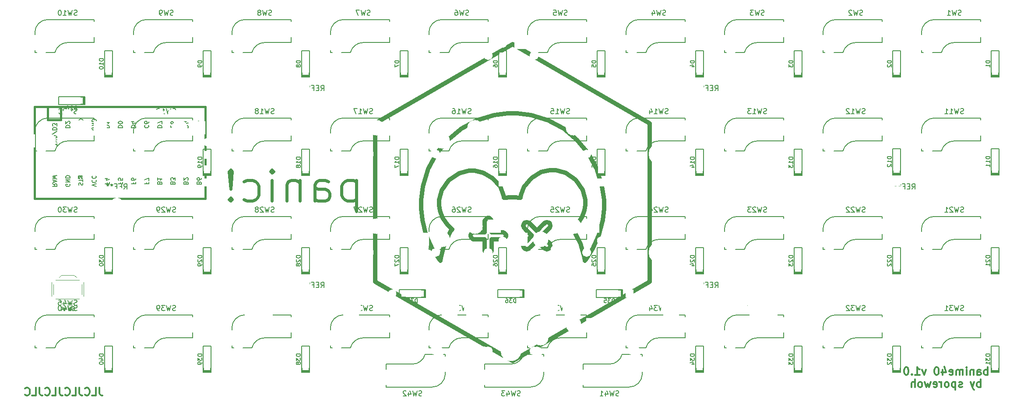
<source format=gbo>
G04 #@! TF.GenerationSoftware,KiCad,Pcbnew,(5.1.12-1-10_14)*
G04 #@! TF.CreationDate,2022-04-14T21:34:18-06:00*
G04 #@! TF.ProjectId,banime40,62616e69-6d65-4343-902e-6b696361645f,rev?*
G04 #@! TF.SameCoordinates,Original*
G04 #@! TF.FileFunction,Legend,Bot*
G04 #@! TF.FilePolarity,Positive*
%FSLAX46Y46*%
G04 Gerber Fmt 4.6, Leading zero omitted, Abs format (unit mm)*
G04 Created by KiCad (PCBNEW (5.1.12-1-10_14)) date 2022-04-14 21:34:18*
%MOMM*%
%LPD*%
G01*
G04 APERTURE LIST*
%ADD10C,0.880000*%
%ADD11C,0.600000*%
%ADD12C,0.300000*%
%ADD13C,0.381000*%
%ADD14C,0.150000*%
%ADD15C,0.120000*%
%ADD16C,1.752600*%
%ADD17R,1.752600X1.752600*%
%ADD18R,2.180000X1.600000*%
%ADD19R,1.700000X1.000000*%
%ADD20R,2.550000X2.500000*%
%ADD21C,1.701800*%
%ADD22C,3.987800*%
%ADD23C,3.000000*%
%ADD24C,3.048000*%
%ADD25C,2.200000*%
%ADD26R,1.600000X1.600000*%
%ADD27C,1.600000*%
%ADD28R,1.200000X1.600000*%
%ADD29R,1.600000X1.200000*%
G04 APERTURE END LIST*
D10*
X141986600Y-69446450D02*
X139313000Y-69087450D01*
X152326400Y-97060450D02*
X152400000Y-97631250D01*
X151564600Y-94354250D02*
X152326400Y-97060450D01*
X150326600Y-91885650D02*
X151564600Y-94354250D01*
X150014000Y-91435450D02*
X150326600Y-91885650D01*
X150296000Y-91220450D02*
X150014000Y-91435450D01*
X151045800Y-90450050D02*
X150296000Y-91220450D01*
X151833600Y-89254250D02*
X151045800Y-90450050D01*
X152337200Y-87890450D02*
X151833600Y-89254250D01*
X152515000Y-86772850D02*
X152337200Y-87890450D01*
X152515000Y-86400650D02*
X152515000Y-86772850D01*
X152515000Y-85785450D02*
X152515000Y-86400650D01*
X152018000Y-83941850D02*
X152515000Y-85785450D01*
X150663800Y-81933450D02*
X152018000Y-83941850D01*
X148655400Y-80579250D02*
X150663800Y-81933450D01*
X146811800Y-80083450D02*
X148655400Y-80579250D01*
X146197800Y-80083450D02*
X146811800Y-80083450D01*
X145635800Y-80083450D02*
X146197800Y-80083450D01*
X143952800Y-80493450D02*
X145635800Y-80083450D01*
X142063600Y-81624250D02*
X143952800Y-80493450D01*
X140679200Y-83323450D02*
X142063600Y-81624250D01*
X140035800Y-84894650D02*
X140679200Y-83323450D01*
X139953200Y-85439250D02*
X140035800Y-84894650D01*
X139827400Y-85425250D02*
X139953200Y-85439250D01*
X138804200Y-85356850D02*
X139827400Y-85425250D01*
X138422199Y-85356850D02*
X138804200Y-85356850D01*
X138045800Y-85356850D02*
X138422199Y-85356850D01*
X136917200Y-85434850D02*
X138045800Y-85356850D01*
X136783800Y-85451250D02*
X136917200Y-85434850D01*
X136693599Y-84912850D02*
X136783800Y-85451250D01*
X136039400Y-83365650D02*
X136693599Y-84912850D01*
X134655000Y-81693850D02*
X136039400Y-83365650D01*
X132776600Y-80581450D02*
X134655000Y-81693850D01*
X131107800Y-80178850D02*
X132776600Y-80581450D01*
X130552200Y-80178850D02*
X131107800Y-80178850D01*
X129936800Y-80178850D02*
X130552200Y-80178850D01*
X128093600Y-80674850D02*
X129936800Y-80178850D01*
X126085000Y-82030250D02*
X128093600Y-80674850D01*
X124233800Y-86497450D02*
X124233800Y-85882050D01*
X124729600Y-84038450D02*
X126085000Y-82030250D01*
X124233800Y-85882050D02*
X124729600Y-84038450D01*
X145306800Y-70478450D02*
X141986600Y-69446450D01*
X150931800Y-74271850D02*
X148312800Y-72110450D01*
X120728000Y-87531251D02*
X120980800Y-89779650D01*
X120728000Y-86782650D02*
X120728000Y-87531251D01*
X120728000Y-85890650D02*
X120728000Y-86782650D01*
X153093600Y-76891250D02*
X150931800Y-74271850D01*
X148312800Y-72110450D02*
X145306800Y-70478450D01*
X122880800Y-95246250D02*
X124009000Y-97070250D01*
X121712200Y-92614850D02*
X122880800Y-95246250D01*
X120980800Y-89779650D02*
X121712200Y-92614850D01*
X124411800Y-87993450D02*
X124233800Y-86870450D01*
X124919600Y-89361850D02*
X124411800Y-87993450D01*
X125715000Y-90559850D02*
X124919600Y-89361850D01*
X126471400Y-91331250D02*
X125715000Y-90559850D01*
X126755400Y-91546050D02*
X126471400Y-91331250D01*
X126452800Y-91991050D02*
X126755400Y-91546050D01*
X125255000Y-94417050D02*
X126452800Y-91991050D01*
X124517200Y-97072450D02*
X125255000Y-94417050D01*
X124445400Y-97631250D02*
X124517200Y-97072450D01*
X124009000Y-97070250D02*
X124445400Y-97631250D01*
X164970400Y-71074050D02*
X164970400Y-71074050D01*
X138422199Y-55746250D02*
X164970400Y-71074050D01*
X111875000Y-71074050D02*
X138422199Y-55746250D01*
X111875000Y-101728450D02*
X111875000Y-71074050D01*
X138423200Y-117054850D02*
X111875000Y-101728450D01*
X164969400Y-101728450D02*
X138423200Y-117054850D01*
X164970400Y-71074050D02*
X164969400Y-101728450D01*
X124233800Y-86497450D02*
X124233800Y-86497450D01*
X124233800Y-86870450D02*
X124233800Y-86497450D01*
X135857200Y-92127650D02*
X135190800Y-92127650D01*
X136310800Y-92127650D02*
X135857200Y-92127650D01*
X136480000Y-92127650D02*
X136310800Y-92127650D01*
X136480000Y-92127650D02*
X136480000Y-92127650D01*
X130489400Y-92331450D02*
X130303800Y-92678850D01*
X130852800Y-92132050D02*
X130489400Y-92331450D01*
X130941600Y-92128850D02*
X130852800Y-92132050D01*
X130941600Y-92127650D02*
X130941600Y-92128850D01*
X130984000Y-92127650D02*
X130941600Y-92127650D01*
X131113200Y-92127650D02*
X130984000Y-92127650D01*
X131574400Y-92127650D02*
X131113200Y-92127650D01*
X132248200Y-92127650D02*
X131574400Y-92127650D01*
X132854600Y-92127650D02*
X132248200Y-92127650D01*
X133057800Y-92127650D02*
X132854600Y-92127650D01*
X133057800Y-92127650D02*
X133057800Y-92127650D01*
X133057800Y-91801050D02*
X133057800Y-92127650D01*
X133057800Y-91083850D02*
X133057800Y-91801050D01*
X133057800Y-90365450D02*
X133057800Y-91083850D01*
X133057800Y-90039850D02*
X133057800Y-90365450D01*
X133057800Y-90039850D02*
X133057800Y-90039850D01*
X133057800Y-90039850D02*
X133057800Y-90039850D01*
X133057800Y-90018250D02*
X133057800Y-90039850D01*
X133057800Y-90011850D02*
X133057800Y-90018250D01*
X133058799Y-90011850D02*
X133057800Y-90011850D01*
X133061800Y-89922851D02*
X133058799Y-90011850D01*
X133261600Y-89559250D02*
X133061800Y-89922851D01*
X133608800Y-89373850D02*
X133261600Y-89559250D01*
X133725000Y-89373850D02*
X133608800Y-89373850D01*
X133840000Y-89373850D02*
X133725000Y-89373850D01*
X134186000Y-89559250D02*
X133840000Y-89373850D01*
X134386800Y-89922851D02*
X134186000Y-89559250D01*
X134391000Y-90011850D02*
X134386800Y-89922851D01*
X134391000Y-90011850D02*
X134391000Y-90011850D01*
X134391000Y-90039850D02*
X134391000Y-90011850D01*
X134391000Y-90039850D02*
X134391000Y-90039850D01*
X134391000Y-90039850D02*
X134391000Y-90039850D01*
X134391000Y-90365450D02*
X134391000Y-90039850D01*
X134391000Y-91083850D02*
X134391000Y-90365450D01*
X134391000Y-91801050D02*
X134391000Y-91083850D01*
X134391000Y-92127650D02*
X134391000Y-91801050D01*
X134391000Y-92127650D02*
X134391000Y-92127650D01*
X134590799Y-92127650D02*
X134391000Y-92127650D01*
X135190800Y-92127650D02*
X134590799Y-92127650D01*
X130489400Y-93256250D02*
X130852800Y-93456850D01*
X130303800Y-92909850D02*
X130489400Y-93256250D01*
X130303800Y-92794850D02*
X130303800Y-92909850D01*
X130303800Y-92678850D02*
X130303800Y-92794850D01*
X141128200Y-93844250D02*
X140801800Y-94169850D01*
X141604600Y-93366850D02*
X141128200Y-93844250D01*
X142034400Y-92937050D02*
X141604600Y-93366850D01*
X142177800Y-92794850D02*
X142034400Y-92937050D01*
X142177800Y-92794850D02*
X142177800Y-92794850D01*
X141946600Y-92563851D02*
X142177800Y-92794850D01*
X141438600Y-92056050D02*
X141946600Y-92563851D01*
X140931800Y-91548250D02*
X141438600Y-92056050D01*
X140758200Y-91318250D02*
X140931800Y-91548250D01*
X140700800Y-91318250D02*
X140758200Y-91318250D01*
X140700800Y-91318250D02*
X140700800Y-91318250D01*
X140685800Y-91298850D02*
X140700800Y-91318250D01*
X140681400Y-91298850D02*
X140685800Y-91298850D01*
X140682400Y-91298850D02*
X140681400Y-91298850D01*
X140621600Y-91232451D02*
X140682400Y-91298850D01*
X140505400Y-90833250D02*
X140621600Y-91232451D01*
X140636800Y-90438250D02*
X140505400Y-90833250D01*
X140700800Y-90375050D02*
X140636800Y-90438250D01*
X140763800Y-90311250D02*
X140700800Y-90375050D01*
X141158800Y-90179850D02*
X140763800Y-90311250D01*
X141558000Y-90294850D02*
X141158800Y-90179850D01*
X141624000Y-90355650D02*
X141558000Y-90294850D01*
X141624000Y-90355650D02*
X141624000Y-90355650D01*
X141643800Y-90375050D02*
X141624000Y-90355650D01*
X141643800Y-90375050D02*
X141643800Y-90375050D01*
X141643800Y-90375050D02*
X141643800Y-90375050D01*
X141873800Y-90605450D02*
X141643800Y-90375050D01*
X142381600Y-91113250D02*
X141873800Y-90605450D01*
X142889400Y-91621050D02*
X142381600Y-91113250D01*
X143120400Y-91852051D02*
X142889400Y-91621050D01*
X143120400Y-91852051D02*
X143120400Y-91852051D01*
X143261600Y-91709850D02*
X143120400Y-91852051D01*
X143685800Y-91285650D02*
X143261600Y-91709850D01*
X144156800Y-90815650D02*
X143685800Y-91285650D01*
X144478000Y-90493450D02*
X144156800Y-90815650D01*
X144597400Y-90375050D02*
X144478000Y-90493450D01*
X144597400Y-90375050D02*
X144597400Y-90375050D01*
X136480000Y-92127650D02*
X136480000Y-92127650D01*
X136507200Y-92127650D02*
X136480000Y-92127650D01*
X136507200Y-92128850D02*
X136507200Y-92127650D01*
X136595999Y-92132050D02*
X136507200Y-92128850D01*
X136959400Y-92331450D02*
X136595999Y-92132050D01*
X137146000Y-92678850D02*
X136959400Y-92331450D01*
X137146000Y-92794850D02*
X137146000Y-92678850D01*
X137146000Y-92909850D02*
X137146000Y-92794850D01*
X136959400Y-93256250D02*
X137146000Y-92909850D01*
X136595999Y-93456850D02*
X136959400Y-93256250D01*
X136507200Y-93461250D02*
X136595999Y-93456850D01*
X136507200Y-93461250D02*
X136507200Y-93461250D01*
X136480000Y-93461250D02*
X136507200Y-93461250D01*
X136480000Y-93461250D02*
X136480000Y-93461250D01*
X136397400Y-93461250D02*
X136480000Y-93461250D01*
X136152200Y-93461250D02*
X136397400Y-93461250D01*
X135435000Y-93461250D02*
X136152200Y-93461250D01*
X134717800Y-93461250D02*
X135435000Y-93461250D01*
X134472400Y-93461250D02*
X134717800Y-93461250D01*
X134391000Y-93461250D02*
X134472400Y-93461250D01*
X134391000Y-93542651D02*
X134391000Y-93461250D01*
X134391000Y-93787850D02*
X134391000Y-93542651D01*
X134391000Y-94505050D02*
X134391000Y-93787850D01*
X134391000Y-95222451D02*
X134391000Y-94505050D01*
X134391000Y-95467650D02*
X134391000Y-95222451D01*
X134391000Y-95549850D02*
X134391000Y-95467650D01*
X134391000Y-95549850D02*
X134391000Y-95549850D01*
X134391000Y-95577050D02*
X134391000Y-95549850D01*
X134391000Y-95577050D02*
X134391000Y-95577050D01*
X134386800Y-95666050D02*
X134391000Y-95577050D01*
X134186000Y-96029650D02*
X134386800Y-95666050D01*
X133840000Y-96216251D02*
X134186000Y-96029650D01*
X133725000Y-96216251D02*
X133840000Y-96216251D01*
X133608800Y-96216251D02*
X133725000Y-96216251D01*
X133261600Y-96029650D02*
X133608800Y-96216251D01*
X133061800Y-95666050D02*
X133261600Y-96029650D01*
X133058799Y-95577050D02*
X133061800Y-95666050D01*
X133057800Y-95577050D02*
X133058799Y-95577050D01*
X133057800Y-95577050D02*
X133057800Y-95577050D01*
X133057800Y-95549850D02*
X133057800Y-95577050D01*
X133057800Y-95549850D02*
X133057800Y-95549850D01*
X133057800Y-95467650D02*
X133057800Y-95549850D01*
X133057800Y-95222451D02*
X133057800Y-95467650D01*
X133057800Y-94505050D02*
X133057800Y-95222451D01*
X133057800Y-93786850D02*
X133057800Y-94505050D01*
X133057800Y-93461250D02*
X133057800Y-93786850D01*
X133057800Y-93461250D02*
X133057800Y-93461250D01*
X130941600Y-93461250D02*
X133057800Y-93461250D01*
X130852800Y-93456850D02*
X130941600Y-93461250D01*
X138422199Y-69087450D02*
X137530200Y-69087450D01*
X156117400Y-85890650D02*
X155757200Y-83217050D01*
X141624000Y-95234250D02*
X143120400Y-93737851D01*
X141624000Y-95233251D02*
X141624000Y-95234250D01*
X141558000Y-95292850D02*
X141624000Y-95233251D01*
X141158800Y-95409050D02*
X141558000Y-95292850D01*
X140763800Y-95276450D02*
X141158800Y-95409050D01*
X140700800Y-95213450D02*
X140763800Y-95276450D01*
X140636800Y-95149650D02*
X140700800Y-95213450D01*
X140505400Y-94755650D02*
X140636800Y-95149650D01*
X140621600Y-94356450D02*
X140505400Y-94755650D01*
X140682400Y-94291250D02*
X140621600Y-94356450D01*
X140681400Y-94291250D02*
X140682400Y-94291250D01*
X140681400Y-94291250D02*
X140681400Y-94291250D01*
X140801800Y-94169850D02*
X140681400Y-94291250D01*
X144597400Y-95213450D02*
X144597400Y-95217850D01*
X144597400Y-95213450D02*
X144597400Y-95213450D01*
X144366400Y-94982451D02*
X144597400Y-95213450D01*
X143858200Y-94475650D02*
X144366400Y-94982451D01*
X143350400Y-93967850D02*
X143858200Y-94475650D01*
X143120400Y-93737851D02*
X143350400Y-93967850D01*
X143120400Y-93737851D02*
X143120400Y-93737851D01*
X145734400Y-90833250D02*
X145603200Y-90438250D01*
X145618200Y-91232451D02*
X145734400Y-90833250D01*
X145558800Y-91298850D02*
X145618200Y-91232451D01*
X145559600Y-91298850D02*
X145558800Y-91298850D01*
X145559600Y-91298850D02*
X145559600Y-91298850D01*
X145540200Y-91318250D02*
X145559600Y-91298850D01*
X145540200Y-91318250D02*
X145540200Y-91318250D01*
X145540200Y-91318250D02*
X145540200Y-91318250D01*
X145309200Y-91548250D02*
X145540200Y-91318250D01*
X144801400Y-92056050D02*
X145309200Y-91548250D01*
X144293600Y-92563851D02*
X144801400Y-92056050D01*
X144063600Y-92794850D02*
X144293600Y-92563851D01*
X144063600Y-92794850D02*
X144063600Y-92794850D01*
X144063600Y-92794850D02*
X144063600Y-92794850D01*
X144293600Y-93025250D02*
X144063600Y-92794850D01*
X144801400Y-93532850D02*
X144293600Y-93025250D01*
X145309200Y-94039650D02*
X144801400Y-93532850D01*
X145540200Y-94213250D02*
X145309200Y-94039650D01*
X145540200Y-94271850D02*
X145540200Y-94213250D01*
X145540200Y-94271850D02*
X145540200Y-94271850D01*
X145559600Y-94286050D02*
X145540200Y-94271850D01*
X145559600Y-94291250D02*
X145559600Y-94286050D01*
X145558800Y-94291250D02*
X145559600Y-94291250D01*
X145618200Y-94356450D02*
X145558800Y-94291250D01*
X145734400Y-94755650D02*
X145618200Y-94356450D01*
X145603200Y-95149650D02*
X145734400Y-94755650D01*
X145540200Y-95213450D02*
X145603200Y-95149650D01*
X145476400Y-95276450D02*
X145540200Y-95213450D01*
X145081400Y-95409050D02*
X145476400Y-95276450D01*
X144681800Y-95292850D02*
X145081400Y-95409050D01*
X144616800Y-95233251D02*
X144681800Y-95292850D01*
X144616800Y-95234250D02*
X144616800Y-95233251D01*
X144616800Y-95229850D02*
X144616800Y-95234250D01*
X144597400Y-95217850D02*
X144616800Y-95229850D01*
X144597400Y-90375050D02*
X144597400Y-90375050D01*
X144616800Y-90355650D02*
X144597400Y-90375050D01*
X144681800Y-90294850D02*
X144616800Y-90355650D01*
X145081400Y-90179850D02*
X144681800Y-90294850D01*
X145476400Y-90311250D02*
X145081400Y-90179850D01*
X145540200Y-90375050D02*
X145476400Y-90311250D01*
X145603200Y-90438250D02*
X145540200Y-90375050D01*
X155132200Y-92614850D02*
X155863600Y-89779650D01*
X156117400Y-87531251D02*
X156117400Y-86782650D01*
X156117400Y-86782650D02*
X156117400Y-85890650D01*
X153963600Y-95246250D02*
X155132200Y-92614850D01*
X137530200Y-69087450D02*
X134857800Y-69446450D01*
X155863600Y-89779650D02*
X156117400Y-87531251D01*
X155757200Y-83217050D02*
X154725400Y-79896850D01*
X131536399Y-70478450D02*
X128530800Y-72110450D01*
X134857800Y-69446450D02*
X131536399Y-70478450D01*
X121087200Y-83217050D02*
X120728000Y-85890650D01*
X122119000Y-79896850D02*
X121087200Y-83217050D01*
X123751000Y-76891250D02*
X122119000Y-79896850D01*
X139313000Y-69087450D02*
X138422199Y-69087450D01*
X154725400Y-79896850D02*
X153093600Y-76891250D01*
X125912400Y-74271850D02*
X123751000Y-76891250D01*
X128530800Y-72110450D02*
X125912400Y-74271850D01*
X152835200Y-97070250D02*
X153963600Y-95246250D01*
X152400000Y-97631250D02*
X152835200Y-97070250D01*
D11*
X108186607Y-82058035D02*
X108186607Y-88058035D01*
X108186607Y-82343750D02*
X107615178Y-82058035D01*
X106472321Y-82058035D01*
X105900892Y-82343750D01*
X105615178Y-82629464D01*
X105329464Y-83200892D01*
X105329464Y-84915178D01*
X105615178Y-85486607D01*
X105900892Y-85772321D01*
X106472321Y-86058035D01*
X107615178Y-86058035D01*
X108186607Y-85772321D01*
X100186607Y-86058035D02*
X100186607Y-82915178D01*
X100472321Y-82343750D01*
X101043750Y-82058035D01*
X102186607Y-82058035D01*
X102758035Y-82343750D01*
X100186607Y-85772321D02*
X100758035Y-86058035D01*
X102186607Y-86058035D01*
X102758035Y-85772321D01*
X103043750Y-85200892D01*
X103043750Y-84629464D01*
X102758035Y-84058035D01*
X102186607Y-83772321D01*
X100758035Y-83772321D01*
X100186607Y-83486607D01*
X97329464Y-82058035D02*
X97329464Y-86058035D01*
X97329464Y-82629464D02*
X97043750Y-82343750D01*
X96472321Y-82058035D01*
X95615178Y-82058035D01*
X95043750Y-82343750D01*
X94758035Y-82915178D01*
X94758035Y-86058035D01*
X91900892Y-86058035D02*
X91900892Y-82058035D01*
X91900892Y-80058035D02*
X92186607Y-80343750D01*
X91900892Y-80629464D01*
X91615178Y-80343750D01*
X91900892Y-80058035D01*
X91900892Y-80629464D01*
X86472321Y-85772321D02*
X87043750Y-86058035D01*
X88186607Y-86058035D01*
X88758035Y-85772321D01*
X89043750Y-85486607D01*
X89329464Y-84915178D01*
X89329464Y-83200892D01*
X89043750Y-82629464D01*
X88758035Y-82343750D01*
X88186607Y-82058035D01*
X87043750Y-82058035D01*
X86472321Y-82343750D01*
X83900892Y-85486607D02*
X83615178Y-85772321D01*
X83900892Y-86058035D01*
X84186607Y-85772321D01*
X83900892Y-85486607D01*
X83900892Y-86058035D01*
X83900892Y-83772321D02*
X84186607Y-80343750D01*
X83900892Y-80058035D01*
X83615178Y-80343750D01*
X83900892Y-83772321D01*
X83900892Y-80058035D01*
D12*
X58522321Y-122209821D02*
X58522321Y-123281250D01*
X58593750Y-123495535D01*
X58736607Y-123638392D01*
X58950892Y-123709821D01*
X59093750Y-123709821D01*
X57093750Y-123709821D02*
X57808035Y-123709821D01*
X57808035Y-122209821D01*
X55736607Y-123566964D02*
X55808035Y-123638392D01*
X56022321Y-123709821D01*
X56165178Y-123709821D01*
X56379464Y-123638392D01*
X56522321Y-123495535D01*
X56593750Y-123352678D01*
X56665178Y-123066964D01*
X56665178Y-122852678D01*
X56593750Y-122566964D01*
X56522321Y-122424107D01*
X56379464Y-122281250D01*
X56165178Y-122209821D01*
X56022321Y-122209821D01*
X55808035Y-122281250D01*
X55736607Y-122352678D01*
X54665178Y-122209821D02*
X54665178Y-123281250D01*
X54736607Y-123495535D01*
X54879464Y-123638392D01*
X55093750Y-123709821D01*
X55236607Y-123709821D01*
X53236607Y-123709821D02*
X53950892Y-123709821D01*
X53950892Y-122209821D01*
X51879464Y-123566964D02*
X51950892Y-123638392D01*
X52165178Y-123709821D01*
X52308035Y-123709821D01*
X52522321Y-123638392D01*
X52665178Y-123495535D01*
X52736607Y-123352678D01*
X52808035Y-123066964D01*
X52808035Y-122852678D01*
X52736607Y-122566964D01*
X52665178Y-122424107D01*
X52522321Y-122281250D01*
X52308035Y-122209821D01*
X52165178Y-122209821D01*
X51950892Y-122281250D01*
X51879464Y-122352678D01*
X50808035Y-122209821D02*
X50808035Y-123281250D01*
X50879464Y-123495535D01*
X51022321Y-123638392D01*
X51236607Y-123709821D01*
X51379464Y-123709821D01*
X49379464Y-123709821D02*
X50093749Y-123709821D01*
X50093749Y-122209821D01*
X48022321Y-123566964D02*
X48093749Y-123638392D01*
X48308035Y-123709821D01*
X48450892Y-123709821D01*
X48665178Y-123638392D01*
X48808035Y-123495535D01*
X48879464Y-123352678D01*
X48950892Y-123066964D01*
X48950892Y-122852678D01*
X48879464Y-122566964D01*
X48808035Y-122424107D01*
X48665178Y-122281250D01*
X48450892Y-122209821D01*
X48308035Y-122209821D01*
X48093749Y-122281250D01*
X48022321Y-122352678D01*
X46950892Y-122209821D02*
X46950892Y-123281250D01*
X47022321Y-123495535D01*
X47165178Y-123638392D01*
X47379464Y-123709821D01*
X47522321Y-123709821D01*
X45522321Y-123709821D02*
X46236607Y-123709821D01*
X46236607Y-122209821D01*
X44165178Y-123566964D02*
X44236607Y-123638392D01*
X44450892Y-123709821D01*
X44593749Y-123709821D01*
X44808035Y-123638392D01*
X44950892Y-123495535D01*
X45022321Y-123352678D01*
X45093749Y-123066964D01*
X45093749Y-122852678D01*
X45022321Y-122566964D01*
X44950892Y-122424107D01*
X44808035Y-122281250D01*
X44593749Y-122209821D01*
X44450892Y-122209821D01*
X44236607Y-122281250D01*
X44165178Y-122352678D01*
X228928571Y-122122321D02*
X228928571Y-120622321D01*
X228928571Y-121193750D02*
X228785714Y-121122321D01*
X228500000Y-121122321D01*
X228357142Y-121193750D01*
X228285714Y-121265178D01*
X228214285Y-121408035D01*
X228214285Y-121836607D01*
X228285714Y-121979464D01*
X228357142Y-122050892D01*
X228500000Y-122122321D01*
X228785714Y-122122321D01*
X228928571Y-122050892D01*
X227714285Y-121122321D02*
X227357142Y-122122321D01*
X227000000Y-121122321D02*
X227357142Y-122122321D01*
X227500000Y-122479464D01*
X227571428Y-122550892D01*
X227714285Y-122622321D01*
X225357142Y-122050892D02*
X225214285Y-122122321D01*
X224928571Y-122122321D01*
X224785714Y-122050892D01*
X224714285Y-121908035D01*
X224714285Y-121836607D01*
X224785714Y-121693750D01*
X224928571Y-121622321D01*
X225142857Y-121622321D01*
X225285714Y-121550892D01*
X225357142Y-121408035D01*
X225357142Y-121336607D01*
X225285714Y-121193750D01*
X225142857Y-121122321D01*
X224928571Y-121122321D01*
X224785714Y-121193750D01*
X224071428Y-121122321D02*
X224071428Y-122622321D01*
X224071428Y-121193750D02*
X223928571Y-121122321D01*
X223642857Y-121122321D01*
X223500000Y-121193750D01*
X223428571Y-121265178D01*
X223357142Y-121408035D01*
X223357142Y-121836607D01*
X223428571Y-121979464D01*
X223500000Y-122050892D01*
X223642857Y-122122321D01*
X223928571Y-122122321D01*
X224071428Y-122050892D01*
X222500000Y-122122321D02*
X222642857Y-122050892D01*
X222714285Y-121979464D01*
X222785714Y-121836607D01*
X222785714Y-121408035D01*
X222714285Y-121265178D01*
X222642857Y-121193750D01*
X222500000Y-121122321D01*
X222285714Y-121122321D01*
X222142857Y-121193750D01*
X222071428Y-121265178D01*
X222000000Y-121408035D01*
X222000000Y-121836607D01*
X222071428Y-121979464D01*
X222142857Y-122050892D01*
X222285714Y-122122321D01*
X222500000Y-122122321D01*
X221357142Y-122122321D02*
X221357142Y-121122321D01*
X221357142Y-121408035D02*
X221285714Y-121265178D01*
X221214285Y-121193750D01*
X221071428Y-121122321D01*
X220928571Y-121122321D01*
X219857142Y-122050892D02*
X220000000Y-122122321D01*
X220285714Y-122122321D01*
X220428571Y-122050892D01*
X220500000Y-121908035D01*
X220500000Y-121336607D01*
X220428571Y-121193750D01*
X220285714Y-121122321D01*
X220000000Y-121122321D01*
X219857142Y-121193750D01*
X219785714Y-121336607D01*
X219785714Y-121479464D01*
X220500000Y-121622321D01*
X219285714Y-121122321D02*
X219000000Y-122122321D01*
X218714285Y-121408035D01*
X218428571Y-122122321D01*
X218142857Y-121122321D01*
X217357142Y-122122321D02*
X217500000Y-122050892D01*
X217571428Y-121979464D01*
X217642857Y-121836607D01*
X217642857Y-121408035D01*
X217571428Y-121265178D01*
X217500000Y-121193750D01*
X217357142Y-121122321D01*
X217142857Y-121122321D01*
X217000000Y-121193750D01*
X216928571Y-121265178D01*
X216857142Y-121408035D01*
X216857142Y-121836607D01*
X216928571Y-121979464D01*
X217000000Y-122050892D01*
X217142857Y-122122321D01*
X217357142Y-122122321D01*
X216214285Y-122122321D02*
X216214285Y-120622321D01*
X215571428Y-122122321D02*
X215571428Y-121336607D01*
X215642857Y-121193750D01*
X215785714Y-121122321D01*
X216000000Y-121122321D01*
X216142857Y-121193750D01*
X216214285Y-121265178D01*
X230285714Y-119741071D02*
X230285714Y-118241071D01*
X230285714Y-118812500D02*
X230142857Y-118741071D01*
X229857142Y-118741071D01*
X229714285Y-118812500D01*
X229642857Y-118883928D01*
X229571428Y-119026785D01*
X229571428Y-119455357D01*
X229642857Y-119598214D01*
X229714285Y-119669642D01*
X229857142Y-119741071D01*
X230142857Y-119741071D01*
X230285714Y-119669642D01*
X228285714Y-119741071D02*
X228285714Y-118955357D01*
X228357142Y-118812500D01*
X228500000Y-118741071D01*
X228785714Y-118741071D01*
X228928571Y-118812500D01*
X228285714Y-119669642D02*
X228428571Y-119741071D01*
X228785714Y-119741071D01*
X228928571Y-119669642D01*
X229000000Y-119526785D01*
X229000000Y-119383928D01*
X228928571Y-119241071D01*
X228785714Y-119169642D01*
X228428571Y-119169642D01*
X228285714Y-119098214D01*
X227571428Y-118741071D02*
X227571428Y-119741071D01*
X227571428Y-118883928D02*
X227500000Y-118812500D01*
X227357142Y-118741071D01*
X227142857Y-118741071D01*
X227000000Y-118812500D01*
X226928571Y-118955357D01*
X226928571Y-119741071D01*
X226214285Y-119741071D02*
X226214285Y-118741071D01*
X226214285Y-118241071D02*
X226285714Y-118312500D01*
X226214285Y-118383928D01*
X226142857Y-118312500D01*
X226214285Y-118241071D01*
X226214285Y-118383928D01*
X225500000Y-119741071D02*
X225500000Y-118741071D01*
X225500000Y-118883928D02*
X225428571Y-118812500D01*
X225285714Y-118741071D01*
X225071428Y-118741071D01*
X224928571Y-118812500D01*
X224857142Y-118955357D01*
X224857142Y-119741071D01*
X224857142Y-118955357D02*
X224785714Y-118812500D01*
X224642857Y-118741071D01*
X224428571Y-118741071D01*
X224285714Y-118812500D01*
X224214285Y-118955357D01*
X224214285Y-119741071D01*
X222928571Y-119669642D02*
X223071428Y-119741071D01*
X223357142Y-119741071D01*
X223500000Y-119669642D01*
X223571428Y-119526785D01*
X223571428Y-118955357D01*
X223500000Y-118812500D01*
X223357142Y-118741071D01*
X223071428Y-118741071D01*
X222928571Y-118812500D01*
X222857142Y-118955357D01*
X222857142Y-119098214D01*
X223571428Y-119241071D01*
X221571428Y-118741071D02*
X221571428Y-119741071D01*
X221928571Y-118169642D02*
X222285714Y-119241071D01*
X221357142Y-119241071D01*
X220500000Y-118241071D02*
X220357142Y-118241071D01*
X220214285Y-118312500D01*
X220142857Y-118383928D01*
X220071428Y-118526785D01*
X220000000Y-118812500D01*
X220000000Y-119169642D01*
X220071428Y-119455357D01*
X220142857Y-119598214D01*
X220214285Y-119669642D01*
X220357142Y-119741071D01*
X220500000Y-119741071D01*
X220642857Y-119669642D01*
X220714285Y-119598214D01*
X220785714Y-119455357D01*
X220857142Y-119169642D01*
X220857142Y-118812500D01*
X220785714Y-118526785D01*
X220714285Y-118383928D01*
X220642857Y-118312500D01*
X220500000Y-118241071D01*
X218357142Y-118741071D02*
X218000000Y-119741071D01*
X217642857Y-118741071D01*
X216285714Y-119741071D02*
X217142857Y-119741071D01*
X216714285Y-119741071D02*
X216714285Y-118241071D01*
X216857142Y-118455357D01*
X217000000Y-118598214D01*
X217142857Y-118669642D01*
X215642857Y-119598214D02*
X215571428Y-119669642D01*
X215642857Y-119741071D01*
X215714285Y-119669642D01*
X215642857Y-119598214D01*
X215642857Y-119741071D01*
X214642857Y-118241071D02*
X214500000Y-118241071D01*
X214357142Y-118312500D01*
X214285714Y-118383928D01*
X214214285Y-118526785D01*
X214142857Y-118812500D01*
X214142857Y-119169642D01*
X214214285Y-119455357D01*
X214285714Y-119598214D01*
X214357142Y-119669642D01*
X214500000Y-119741071D01*
X214642857Y-119741071D01*
X214785714Y-119669642D01*
X214857142Y-119598214D01*
X214928571Y-119455357D01*
X215000000Y-119169642D01*
X215000000Y-118812500D01*
X214928571Y-118526785D01*
X214857142Y-118383928D01*
X214785714Y-118312500D01*
X214642857Y-118241071D01*
D13*
G04 #@! TO.C,U1*
X48560000Y-67860000D02*
X79040000Y-67860000D01*
X79040000Y-67860000D02*
X79040000Y-85640000D01*
X79040000Y-85640000D02*
X48560000Y-85640000D01*
X48560000Y-70400000D02*
X51100000Y-70400000D01*
X51100000Y-70400000D02*
X51100000Y-67860000D01*
D14*
G36*
X54439360Y-81681568D02*
G01*
X54739360Y-81681568D01*
X54739360Y-81581568D01*
X54439360Y-81581568D01*
X54439360Y-81681568D01*
G37*
X54439360Y-81681568D02*
X54739360Y-81681568D01*
X54739360Y-81581568D01*
X54439360Y-81581568D01*
X54439360Y-81681568D01*
G36*
X54839360Y-81481568D02*
G01*
X54939360Y-81481568D01*
X54939360Y-81381568D01*
X54839360Y-81381568D01*
X54839360Y-81481568D01*
G37*
X54839360Y-81481568D02*
X54939360Y-81481568D01*
X54939360Y-81381568D01*
X54839360Y-81381568D01*
X54839360Y-81481568D01*
G36*
X54439360Y-81681568D02*
G01*
X54539360Y-81681568D01*
X54539360Y-81181568D01*
X54439360Y-81181568D01*
X54439360Y-81681568D01*
G37*
X54439360Y-81681568D02*
X54539360Y-81681568D01*
X54539360Y-81181568D01*
X54439360Y-81181568D01*
X54439360Y-81681568D01*
G36*
X54439360Y-81281568D02*
G01*
X55239360Y-81281568D01*
X55239360Y-81181568D01*
X54439360Y-81181568D01*
X54439360Y-81281568D01*
G37*
X54439360Y-81281568D02*
X55239360Y-81281568D01*
X55239360Y-81181568D01*
X54439360Y-81181568D01*
X54439360Y-81281568D01*
G36*
X55039360Y-81681568D02*
G01*
X55239360Y-81681568D01*
X55239360Y-81581568D01*
X55039360Y-81581568D01*
X55039360Y-81681568D01*
G37*
X55039360Y-81681568D02*
X55239360Y-81681568D01*
X55239360Y-81581568D01*
X55039360Y-81581568D01*
X55039360Y-81681568D01*
D13*
X48560000Y-85640000D02*
X46020000Y-85640000D01*
X46020000Y-85640000D02*
X46020000Y-67860000D01*
X46020000Y-67860000D02*
X48560000Y-67860000D01*
X48560000Y-70400000D02*
X48560000Y-67860000D01*
D15*
G04 #@! TO.C,SW45*
X49327500Y-104997500D02*
X55447500Y-104997500D01*
X55447500Y-104997500D02*
X55447500Y-101377500D01*
X55447500Y-101377500D02*
X49327500Y-101377500D01*
X49327500Y-101377500D02*
X49327500Y-104997500D01*
G04 #@! TO.C,SW44*
X50687500Y-100887500D02*
X51137500Y-100437500D01*
X54087500Y-100887500D02*
X53637500Y-100437500D01*
X54087500Y-105487500D02*
X53637500Y-105937500D01*
X50687500Y-105487500D02*
X51137500Y-105937500D01*
X55137500Y-104187500D02*
X55137500Y-102187500D01*
X51137500Y-100437500D02*
X53637500Y-100437500D01*
X49637500Y-104187500D02*
X49637500Y-102187500D01*
X51137500Y-105937500D02*
X53637500Y-105937500D01*
D14*
G04 #@! TO.C,SW2*
X198437500Y-56927750D02*
X198437500Y-57308750D01*
X209867500Y-54387750D02*
X209867500Y-55403750D01*
X209867500Y-55403750D02*
X204787500Y-55403750D01*
X202323338Y-57308750D02*
X200596500Y-57308750D01*
X198818500Y-57308750D02*
X198437500Y-57308750D01*
X198437500Y-53498750D02*
X198437500Y-53879750D01*
X200977500Y-50958750D02*
X209867500Y-50958750D01*
X209867500Y-50958750D02*
X209867500Y-51339750D01*
X202323338Y-57327710D02*
G75*
G02*
X204787500Y-55403750I2464162J-616040D01*
G01*
X198437500Y-53498750D02*
G75*
G02*
X200977500Y-50958750I2540000J0D01*
G01*
G04 #@! TO.C,SW3*
X179387500Y-56927750D02*
X179387500Y-57308750D01*
X190817500Y-54387750D02*
X190817500Y-55403750D01*
X190817500Y-55403750D02*
X185737500Y-55403750D01*
X183273338Y-57308750D02*
X181546500Y-57308750D01*
X179768500Y-57308750D02*
X179387500Y-57308750D01*
X179387500Y-53498750D02*
X179387500Y-53879750D01*
X181927500Y-50958750D02*
X190817500Y-50958750D01*
X190817500Y-50958750D02*
X190817500Y-51339750D01*
X183273338Y-57327710D02*
G75*
G02*
X185737500Y-55403750I2464162J-616040D01*
G01*
X179387500Y-53498750D02*
G75*
G02*
X181927500Y-50958750I2540000J0D01*
G01*
G04 #@! TO.C,SW11*
X217487500Y-75977750D02*
X217487500Y-76358750D01*
X228917500Y-73437750D02*
X228917500Y-74453750D01*
X228917500Y-74453750D02*
X223837500Y-74453750D01*
X221373338Y-76358750D02*
X219646500Y-76358750D01*
X217868500Y-76358750D02*
X217487500Y-76358750D01*
X217487500Y-72548750D02*
X217487500Y-72929750D01*
X220027500Y-70008750D02*
X228917500Y-70008750D01*
X228917500Y-70008750D02*
X228917500Y-70389750D01*
X221373338Y-76377710D02*
G75*
G02*
X223837500Y-74453750I2464162J-616040D01*
G01*
X217487500Y-72548750D02*
G75*
G02*
X220027500Y-70008750I2540000J0D01*
G01*
G04 #@! TO.C,D40*
X59563000Y-118459250D02*
X61087000Y-118459250D01*
X59563000Y-118586250D02*
X61087000Y-118586250D01*
X61087000Y-118713250D02*
X59563000Y-118713250D01*
X59563000Y-119094250D02*
X61087000Y-119094250D01*
X61087000Y-118967250D02*
X59563000Y-118967250D01*
X59563000Y-118840250D02*
X61087000Y-118840250D01*
X61087000Y-114141250D02*
X59563000Y-114141250D01*
X61087000Y-119221250D02*
X61087000Y-114141250D01*
X59563000Y-119221250D02*
X61087000Y-119221250D01*
X59563000Y-114141250D02*
X59563000Y-119221250D01*
G04 #@! TO.C,D39*
X78613000Y-118459250D02*
X80137000Y-118459250D01*
X78613000Y-118586250D02*
X80137000Y-118586250D01*
X80137000Y-118713250D02*
X78613000Y-118713250D01*
X78613000Y-119094250D02*
X80137000Y-119094250D01*
X80137000Y-118967250D02*
X78613000Y-118967250D01*
X78613000Y-118840250D02*
X80137000Y-118840250D01*
X80137000Y-114141250D02*
X78613000Y-114141250D01*
X80137000Y-119221250D02*
X80137000Y-114141250D01*
X78613000Y-119221250D02*
X80137000Y-119221250D01*
X78613000Y-114141250D02*
X78613000Y-119221250D01*
G04 #@! TO.C,D38*
X97663000Y-118459250D02*
X99187000Y-118459250D01*
X97663000Y-118586250D02*
X99187000Y-118586250D01*
X99187000Y-118713250D02*
X97663000Y-118713250D01*
X97663000Y-119094250D02*
X99187000Y-119094250D01*
X99187000Y-118967250D02*
X97663000Y-118967250D01*
X97663000Y-118840250D02*
X99187000Y-118840250D01*
X99187000Y-114141250D02*
X97663000Y-114141250D01*
X99187000Y-119221250D02*
X99187000Y-114141250D01*
X97663000Y-119221250D02*
X99187000Y-119221250D01*
X97663000Y-114141250D02*
X97663000Y-119221250D01*
G04 #@! TO.C,D37*
X120840500Y-104743250D02*
X120840500Y-103219250D01*
X120967500Y-104743250D02*
X120967500Y-103219250D01*
X121094500Y-103219250D02*
X121094500Y-104743250D01*
X121475500Y-104743250D02*
X121475500Y-103219250D01*
X121348500Y-103219250D02*
X121348500Y-104743250D01*
X121221500Y-104743250D02*
X121221500Y-103219250D01*
X116522500Y-103219250D02*
X116522500Y-104743250D01*
X121602500Y-103219250D02*
X116522500Y-103219250D01*
X121602500Y-104743250D02*
X121602500Y-103219250D01*
X116522500Y-104743250D02*
X121602500Y-104743250D01*
G04 #@! TO.C,D36*
X139890500Y-104743250D02*
X139890500Y-103219250D01*
X140017500Y-104743250D02*
X140017500Y-103219250D01*
X140144500Y-103219250D02*
X140144500Y-104743250D01*
X140525500Y-104743250D02*
X140525500Y-103219250D01*
X140398500Y-103219250D02*
X140398500Y-104743250D01*
X140271500Y-104743250D02*
X140271500Y-103219250D01*
X135572500Y-103219250D02*
X135572500Y-104743250D01*
X140652500Y-103219250D02*
X135572500Y-103219250D01*
X140652500Y-104743250D02*
X140652500Y-103219250D01*
X135572500Y-104743250D02*
X140652500Y-104743250D01*
G04 #@! TO.C,D35*
X158940500Y-104743250D02*
X158940500Y-103219250D01*
X159067500Y-104743250D02*
X159067500Y-103219250D01*
X159194500Y-103219250D02*
X159194500Y-104743250D01*
X159575500Y-104743250D02*
X159575500Y-103219250D01*
X159448500Y-103219250D02*
X159448500Y-104743250D01*
X159321500Y-104743250D02*
X159321500Y-103219250D01*
X154622500Y-103219250D02*
X154622500Y-104743250D01*
X159702500Y-103219250D02*
X154622500Y-103219250D01*
X159702500Y-104743250D02*
X159702500Y-103219250D01*
X154622500Y-104743250D02*
X159702500Y-104743250D01*
G04 #@! TO.C,D34*
X173863000Y-118459250D02*
X175387000Y-118459250D01*
X173863000Y-118586250D02*
X175387000Y-118586250D01*
X175387000Y-118713250D02*
X173863000Y-118713250D01*
X173863000Y-119094250D02*
X175387000Y-119094250D01*
X175387000Y-118967250D02*
X173863000Y-118967250D01*
X173863000Y-118840250D02*
X175387000Y-118840250D01*
X175387000Y-114141250D02*
X173863000Y-114141250D01*
X175387000Y-119221250D02*
X175387000Y-114141250D01*
X173863000Y-119221250D02*
X175387000Y-119221250D01*
X173863000Y-114141250D02*
X173863000Y-119221250D01*
G04 #@! TO.C,D33*
X192913000Y-118459250D02*
X194437000Y-118459250D01*
X192913000Y-118586250D02*
X194437000Y-118586250D01*
X194437000Y-118713250D02*
X192913000Y-118713250D01*
X192913000Y-119094250D02*
X194437000Y-119094250D01*
X194437000Y-118967250D02*
X192913000Y-118967250D01*
X192913000Y-118840250D02*
X194437000Y-118840250D01*
X194437000Y-114141250D02*
X192913000Y-114141250D01*
X194437000Y-119221250D02*
X194437000Y-114141250D01*
X192913000Y-119221250D02*
X194437000Y-119221250D01*
X192913000Y-114141250D02*
X192913000Y-119221250D01*
G04 #@! TO.C,D32*
X211963000Y-118459250D02*
X213487000Y-118459250D01*
X211963000Y-118586250D02*
X213487000Y-118586250D01*
X213487000Y-118713250D02*
X211963000Y-118713250D01*
X211963000Y-119094250D02*
X213487000Y-119094250D01*
X213487000Y-118967250D02*
X211963000Y-118967250D01*
X211963000Y-118840250D02*
X213487000Y-118840250D01*
X213487000Y-114141250D02*
X211963000Y-114141250D01*
X213487000Y-119221250D02*
X213487000Y-114141250D01*
X211963000Y-119221250D02*
X213487000Y-119221250D01*
X211963000Y-114141250D02*
X211963000Y-119221250D01*
G04 #@! TO.C,D31*
X231013000Y-118459250D02*
X232537000Y-118459250D01*
X231013000Y-118586250D02*
X232537000Y-118586250D01*
X232537000Y-118713250D02*
X231013000Y-118713250D01*
X231013000Y-119094250D02*
X232537000Y-119094250D01*
X232537000Y-118967250D02*
X231013000Y-118967250D01*
X231013000Y-118840250D02*
X232537000Y-118840250D01*
X232537000Y-114141250D02*
X231013000Y-114141250D01*
X232537000Y-119221250D02*
X232537000Y-114141250D01*
X231013000Y-119221250D02*
X232537000Y-119221250D01*
X231013000Y-114141250D02*
X231013000Y-119221250D01*
G04 #@! TO.C,D30*
X59563000Y-99409250D02*
X61087000Y-99409250D01*
X59563000Y-99536250D02*
X61087000Y-99536250D01*
X61087000Y-99663250D02*
X59563000Y-99663250D01*
X59563000Y-100044250D02*
X61087000Y-100044250D01*
X61087000Y-99917250D02*
X59563000Y-99917250D01*
X59563000Y-99790250D02*
X61087000Y-99790250D01*
X61087000Y-95091250D02*
X59563000Y-95091250D01*
X61087000Y-100171250D02*
X61087000Y-95091250D01*
X59563000Y-100171250D02*
X61087000Y-100171250D01*
X59563000Y-95091250D02*
X59563000Y-100171250D01*
G04 #@! TO.C,D29*
X78613000Y-99409250D02*
X80137000Y-99409250D01*
X78613000Y-99536250D02*
X80137000Y-99536250D01*
X80137000Y-99663250D02*
X78613000Y-99663250D01*
X78613000Y-100044250D02*
X80137000Y-100044250D01*
X80137000Y-99917250D02*
X78613000Y-99917250D01*
X78613000Y-99790250D02*
X80137000Y-99790250D01*
X80137000Y-95091250D02*
X78613000Y-95091250D01*
X80137000Y-100171250D02*
X80137000Y-95091250D01*
X78613000Y-100171250D02*
X80137000Y-100171250D01*
X78613000Y-95091250D02*
X78613000Y-100171250D01*
G04 #@! TO.C,D28*
X97663000Y-99409250D02*
X99187000Y-99409250D01*
X97663000Y-99536250D02*
X99187000Y-99536250D01*
X99187000Y-99663250D02*
X97663000Y-99663250D01*
X97663000Y-100044250D02*
X99187000Y-100044250D01*
X99187000Y-99917250D02*
X97663000Y-99917250D01*
X97663000Y-99790250D02*
X99187000Y-99790250D01*
X99187000Y-95091250D02*
X97663000Y-95091250D01*
X99187000Y-100171250D02*
X99187000Y-95091250D01*
X97663000Y-100171250D02*
X99187000Y-100171250D01*
X97663000Y-95091250D02*
X97663000Y-100171250D01*
G04 #@! TO.C,D27*
X116713000Y-99409250D02*
X118237000Y-99409250D01*
X116713000Y-99536250D02*
X118237000Y-99536250D01*
X118237000Y-99663250D02*
X116713000Y-99663250D01*
X116713000Y-100044250D02*
X118237000Y-100044250D01*
X118237000Y-99917250D02*
X116713000Y-99917250D01*
X116713000Y-99790250D02*
X118237000Y-99790250D01*
X118237000Y-95091250D02*
X116713000Y-95091250D01*
X118237000Y-100171250D02*
X118237000Y-95091250D01*
X116713000Y-100171250D02*
X118237000Y-100171250D01*
X116713000Y-95091250D02*
X116713000Y-100171250D01*
G04 #@! TO.C,D26*
X135763000Y-99409250D02*
X137287000Y-99409250D01*
X135763000Y-99536250D02*
X137287000Y-99536250D01*
X137287000Y-99663250D02*
X135763000Y-99663250D01*
X135763000Y-100044250D02*
X137287000Y-100044250D01*
X137287000Y-99917250D02*
X135763000Y-99917250D01*
X135763000Y-99790250D02*
X137287000Y-99790250D01*
X137287000Y-95091250D02*
X135763000Y-95091250D01*
X137287000Y-100171250D02*
X137287000Y-95091250D01*
X135763000Y-100171250D02*
X137287000Y-100171250D01*
X135763000Y-95091250D02*
X135763000Y-100171250D01*
G04 #@! TO.C,D25*
X154813000Y-99409250D02*
X156337000Y-99409250D01*
X154813000Y-99536250D02*
X156337000Y-99536250D01*
X156337000Y-99663250D02*
X154813000Y-99663250D01*
X154813000Y-100044250D02*
X156337000Y-100044250D01*
X156337000Y-99917250D02*
X154813000Y-99917250D01*
X154813000Y-99790250D02*
X156337000Y-99790250D01*
X156337000Y-95091250D02*
X154813000Y-95091250D01*
X156337000Y-100171250D02*
X156337000Y-95091250D01*
X154813000Y-100171250D02*
X156337000Y-100171250D01*
X154813000Y-95091250D02*
X154813000Y-100171250D01*
G04 #@! TO.C,D24*
X173863000Y-99409250D02*
X175387000Y-99409250D01*
X173863000Y-99536250D02*
X175387000Y-99536250D01*
X175387000Y-99663250D02*
X173863000Y-99663250D01*
X173863000Y-100044250D02*
X175387000Y-100044250D01*
X175387000Y-99917250D02*
X173863000Y-99917250D01*
X173863000Y-99790250D02*
X175387000Y-99790250D01*
X175387000Y-95091250D02*
X173863000Y-95091250D01*
X175387000Y-100171250D02*
X175387000Y-95091250D01*
X173863000Y-100171250D02*
X175387000Y-100171250D01*
X173863000Y-95091250D02*
X173863000Y-100171250D01*
G04 #@! TO.C,D23*
X192913000Y-99409250D02*
X194437000Y-99409250D01*
X192913000Y-99536250D02*
X194437000Y-99536250D01*
X194437000Y-99663250D02*
X192913000Y-99663250D01*
X192913000Y-100044250D02*
X194437000Y-100044250D01*
X194437000Y-99917250D02*
X192913000Y-99917250D01*
X192913000Y-99790250D02*
X194437000Y-99790250D01*
X194437000Y-95091250D02*
X192913000Y-95091250D01*
X194437000Y-100171250D02*
X194437000Y-95091250D01*
X192913000Y-100171250D02*
X194437000Y-100171250D01*
X192913000Y-95091250D02*
X192913000Y-100171250D01*
G04 #@! TO.C,D22*
X211963000Y-99409250D02*
X213487000Y-99409250D01*
X211963000Y-99536250D02*
X213487000Y-99536250D01*
X213487000Y-99663250D02*
X211963000Y-99663250D01*
X211963000Y-100044250D02*
X213487000Y-100044250D01*
X213487000Y-99917250D02*
X211963000Y-99917250D01*
X211963000Y-99790250D02*
X213487000Y-99790250D01*
X213487000Y-95091250D02*
X211963000Y-95091250D01*
X213487000Y-100171250D02*
X213487000Y-95091250D01*
X211963000Y-100171250D02*
X213487000Y-100171250D01*
X211963000Y-95091250D02*
X211963000Y-100171250D01*
G04 #@! TO.C,D21*
X231013000Y-99409250D02*
X232537000Y-99409250D01*
X231013000Y-99536250D02*
X232537000Y-99536250D01*
X232537000Y-99663250D02*
X231013000Y-99663250D01*
X231013000Y-100044250D02*
X232537000Y-100044250D01*
X232537000Y-99917250D02*
X231013000Y-99917250D01*
X231013000Y-99790250D02*
X232537000Y-99790250D01*
X232537000Y-95091250D02*
X231013000Y-95091250D01*
X232537000Y-100171250D02*
X232537000Y-95091250D01*
X231013000Y-100171250D02*
X232537000Y-100171250D01*
X231013000Y-95091250D02*
X231013000Y-100171250D01*
G04 #@! TO.C,D20*
X54959250Y-67437000D02*
X54959250Y-65913000D01*
X55086250Y-67437000D02*
X55086250Y-65913000D01*
X55213250Y-65913000D02*
X55213250Y-67437000D01*
X55594250Y-67437000D02*
X55594250Y-65913000D01*
X55467250Y-65913000D02*
X55467250Y-67437000D01*
X55340250Y-67437000D02*
X55340250Y-65913000D01*
X50641250Y-65913000D02*
X50641250Y-67437000D01*
X55721250Y-65913000D02*
X50641250Y-65913000D01*
X55721250Y-67437000D02*
X55721250Y-65913000D01*
X50641250Y-67437000D02*
X55721250Y-67437000D01*
G04 #@! TO.C,D19*
X78613000Y-80359250D02*
X80137000Y-80359250D01*
X78613000Y-80486250D02*
X80137000Y-80486250D01*
X80137000Y-80613250D02*
X78613000Y-80613250D01*
X78613000Y-80994250D02*
X80137000Y-80994250D01*
X80137000Y-80867250D02*
X78613000Y-80867250D01*
X78613000Y-80740250D02*
X80137000Y-80740250D01*
X80137000Y-76041250D02*
X78613000Y-76041250D01*
X80137000Y-81121250D02*
X80137000Y-76041250D01*
X78613000Y-81121250D02*
X80137000Y-81121250D01*
X78613000Y-76041250D02*
X78613000Y-81121250D01*
G04 #@! TO.C,D18*
X97663000Y-80359250D02*
X99187000Y-80359250D01*
X97663000Y-80486250D02*
X99187000Y-80486250D01*
X99187000Y-80613250D02*
X97663000Y-80613250D01*
X97663000Y-80994250D02*
X99187000Y-80994250D01*
X99187000Y-80867250D02*
X97663000Y-80867250D01*
X97663000Y-80740250D02*
X99187000Y-80740250D01*
X99187000Y-76041250D02*
X97663000Y-76041250D01*
X99187000Y-81121250D02*
X99187000Y-76041250D01*
X97663000Y-81121250D02*
X99187000Y-81121250D01*
X97663000Y-76041250D02*
X97663000Y-81121250D01*
G04 #@! TO.C,D17*
X116713000Y-80359250D02*
X118237000Y-80359250D01*
X116713000Y-80486250D02*
X118237000Y-80486250D01*
X118237000Y-80613250D02*
X116713000Y-80613250D01*
X116713000Y-80994250D02*
X118237000Y-80994250D01*
X118237000Y-80867250D02*
X116713000Y-80867250D01*
X116713000Y-80740250D02*
X118237000Y-80740250D01*
X118237000Y-76041250D02*
X116713000Y-76041250D01*
X118237000Y-81121250D02*
X118237000Y-76041250D01*
X116713000Y-81121250D02*
X118237000Y-81121250D01*
X116713000Y-76041250D02*
X116713000Y-81121250D01*
G04 #@! TO.C,D16*
X135763000Y-80359250D02*
X137287000Y-80359250D01*
X135763000Y-80486250D02*
X137287000Y-80486250D01*
X137287000Y-80613250D02*
X135763000Y-80613250D01*
X135763000Y-80994250D02*
X137287000Y-80994250D01*
X137287000Y-80867250D02*
X135763000Y-80867250D01*
X135763000Y-80740250D02*
X137287000Y-80740250D01*
X137287000Y-76041250D02*
X135763000Y-76041250D01*
X137287000Y-81121250D02*
X137287000Y-76041250D01*
X135763000Y-81121250D02*
X137287000Y-81121250D01*
X135763000Y-76041250D02*
X135763000Y-81121250D01*
G04 #@! TO.C,D15*
X154813000Y-80359250D02*
X156337000Y-80359250D01*
X154813000Y-80486250D02*
X156337000Y-80486250D01*
X156337000Y-80613250D02*
X154813000Y-80613250D01*
X154813000Y-80994250D02*
X156337000Y-80994250D01*
X156337000Y-80867250D02*
X154813000Y-80867250D01*
X154813000Y-80740250D02*
X156337000Y-80740250D01*
X156337000Y-76041250D02*
X154813000Y-76041250D01*
X156337000Y-81121250D02*
X156337000Y-76041250D01*
X154813000Y-81121250D02*
X156337000Y-81121250D01*
X154813000Y-76041250D02*
X154813000Y-81121250D01*
G04 #@! TO.C,D14*
X173863000Y-80359250D02*
X175387000Y-80359250D01*
X173863000Y-80486250D02*
X175387000Y-80486250D01*
X175387000Y-80613250D02*
X173863000Y-80613250D01*
X173863000Y-80994250D02*
X175387000Y-80994250D01*
X175387000Y-80867250D02*
X173863000Y-80867250D01*
X173863000Y-80740250D02*
X175387000Y-80740250D01*
X175387000Y-76041250D02*
X173863000Y-76041250D01*
X175387000Y-81121250D02*
X175387000Y-76041250D01*
X173863000Y-81121250D02*
X175387000Y-81121250D01*
X173863000Y-76041250D02*
X173863000Y-81121250D01*
G04 #@! TO.C,D13*
X192913000Y-80359250D02*
X194437000Y-80359250D01*
X192913000Y-80486250D02*
X194437000Y-80486250D01*
X194437000Y-80613250D02*
X192913000Y-80613250D01*
X192913000Y-80994250D02*
X194437000Y-80994250D01*
X194437000Y-80867250D02*
X192913000Y-80867250D01*
X192913000Y-80740250D02*
X194437000Y-80740250D01*
X194437000Y-76041250D02*
X192913000Y-76041250D01*
X194437000Y-81121250D02*
X194437000Y-76041250D01*
X192913000Y-81121250D02*
X194437000Y-81121250D01*
X192913000Y-76041250D02*
X192913000Y-81121250D01*
G04 #@! TO.C,D12*
X211963000Y-80240500D02*
X213487000Y-80240500D01*
X211963000Y-80367500D02*
X213487000Y-80367500D01*
X213487000Y-80494500D02*
X211963000Y-80494500D01*
X211963000Y-80875500D02*
X213487000Y-80875500D01*
X213487000Y-80748500D02*
X211963000Y-80748500D01*
X211963000Y-80621500D02*
X213487000Y-80621500D01*
X213487000Y-75922500D02*
X211963000Y-75922500D01*
X213487000Y-81002500D02*
X213487000Y-75922500D01*
X211963000Y-81002500D02*
X213487000Y-81002500D01*
X211963000Y-75922500D02*
X211963000Y-81002500D01*
G04 #@! TO.C,D11*
X231013000Y-80240500D02*
X232537000Y-80240500D01*
X231013000Y-80367500D02*
X232537000Y-80367500D01*
X232537000Y-80494500D02*
X231013000Y-80494500D01*
X231013000Y-80875500D02*
X232537000Y-80875500D01*
X232537000Y-80748500D02*
X231013000Y-80748500D01*
X231013000Y-80621500D02*
X232537000Y-80621500D01*
X232537000Y-75922500D02*
X231013000Y-75922500D01*
X232537000Y-81002500D02*
X232537000Y-75922500D01*
X231013000Y-81002500D02*
X232537000Y-81002500D01*
X231013000Y-75922500D02*
X231013000Y-81002500D01*
G04 #@! TO.C,D10*
X59563000Y-61309250D02*
X61087000Y-61309250D01*
X59563000Y-61436250D02*
X61087000Y-61436250D01*
X61087000Y-61563250D02*
X59563000Y-61563250D01*
X59563000Y-61944250D02*
X61087000Y-61944250D01*
X61087000Y-61817250D02*
X59563000Y-61817250D01*
X59563000Y-61690250D02*
X61087000Y-61690250D01*
X61087000Y-56991250D02*
X59563000Y-56991250D01*
X61087000Y-62071250D02*
X61087000Y-56991250D01*
X59563000Y-62071250D02*
X61087000Y-62071250D01*
X59563000Y-56991250D02*
X59563000Y-62071250D01*
G04 #@! TO.C,D9*
X78613000Y-61309250D02*
X80137000Y-61309250D01*
X78613000Y-61436250D02*
X80137000Y-61436250D01*
X80137000Y-61563250D02*
X78613000Y-61563250D01*
X78613000Y-61944250D02*
X80137000Y-61944250D01*
X80137000Y-61817250D02*
X78613000Y-61817250D01*
X78613000Y-61690250D02*
X80137000Y-61690250D01*
X80137000Y-56991250D02*
X78613000Y-56991250D01*
X80137000Y-62071250D02*
X80137000Y-56991250D01*
X78613000Y-62071250D02*
X80137000Y-62071250D01*
X78613000Y-56991250D02*
X78613000Y-62071250D01*
G04 #@! TO.C,D8*
X97663000Y-61309250D02*
X99187000Y-61309250D01*
X97663000Y-61436250D02*
X99187000Y-61436250D01*
X99187000Y-61563250D02*
X97663000Y-61563250D01*
X97663000Y-61944250D02*
X99187000Y-61944250D01*
X99187000Y-61817250D02*
X97663000Y-61817250D01*
X97663000Y-61690250D02*
X99187000Y-61690250D01*
X99187000Y-56991250D02*
X97663000Y-56991250D01*
X99187000Y-62071250D02*
X99187000Y-56991250D01*
X97663000Y-62071250D02*
X99187000Y-62071250D01*
X97663000Y-56991250D02*
X97663000Y-62071250D01*
G04 #@! TO.C,D7*
X116713000Y-61309250D02*
X118237000Y-61309250D01*
X116713000Y-61436250D02*
X118237000Y-61436250D01*
X118237000Y-61563250D02*
X116713000Y-61563250D01*
X116713000Y-61944250D02*
X118237000Y-61944250D01*
X118237000Y-61817250D02*
X116713000Y-61817250D01*
X116713000Y-61690250D02*
X118237000Y-61690250D01*
X118237000Y-56991250D02*
X116713000Y-56991250D01*
X118237000Y-62071250D02*
X118237000Y-56991250D01*
X116713000Y-62071250D02*
X118237000Y-62071250D01*
X116713000Y-56991250D02*
X116713000Y-62071250D01*
G04 #@! TO.C,D6*
X135763000Y-61309250D02*
X137287000Y-61309250D01*
X135763000Y-61436250D02*
X137287000Y-61436250D01*
X137287000Y-61563250D02*
X135763000Y-61563250D01*
X135763000Y-61944250D02*
X137287000Y-61944250D01*
X137287000Y-61817250D02*
X135763000Y-61817250D01*
X135763000Y-61690250D02*
X137287000Y-61690250D01*
X137287000Y-56991250D02*
X135763000Y-56991250D01*
X137287000Y-62071250D02*
X137287000Y-56991250D01*
X135763000Y-62071250D02*
X137287000Y-62071250D01*
X135763000Y-56991250D02*
X135763000Y-62071250D01*
G04 #@! TO.C,D5*
X154813000Y-61309250D02*
X156337000Y-61309250D01*
X154813000Y-61436250D02*
X156337000Y-61436250D01*
X156337000Y-61563250D02*
X154813000Y-61563250D01*
X154813000Y-61944250D02*
X156337000Y-61944250D01*
X156337000Y-61817250D02*
X154813000Y-61817250D01*
X154813000Y-61690250D02*
X156337000Y-61690250D01*
X156337000Y-56991250D02*
X154813000Y-56991250D01*
X156337000Y-62071250D02*
X156337000Y-56991250D01*
X154813000Y-62071250D02*
X156337000Y-62071250D01*
X154813000Y-56991250D02*
X154813000Y-62071250D01*
G04 #@! TO.C,D4*
X173863000Y-61309250D02*
X175387000Y-61309250D01*
X173863000Y-61436250D02*
X175387000Y-61436250D01*
X175387000Y-61563250D02*
X173863000Y-61563250D01*
X173863000Y-61944250D02*
X175387000Y-61944250D01*
X175387000Y-61817250D02*
X173863000Y-61817250D01*
X173863000Y-61690250D02*
X175387000Y-61690250D01*
X175387000Y-56991250D02*
X173863000Y-56991250D01*
X175387000Y-62071250D02*
X175387000Y-56991250D01*
X173863000Y-62071250D02*
X175387000Y-62071250D01*
X173863000Y-56991250D02*
X173863000Y-62071250D01*
G04 #@! TO.C,D3*
X192913000Y-61309250D02*
X194437000Y-61309250D01*
X192913000Y-61436250D02*
X194437000Y-61436250D01*
X194437000Y-61563250D02*
X192913000Y-61563250D01*
X192913000Y-61944250D02*
X194437000Y-61944250D01*
X194437000Y-61817250D02*
X192913000Y-61817250D01*
X192913000Y-61690250D02*
X194437000Y-61690250D01*
X194437000Y-56991250D02*
X192913000Y-56991250D01*
X194437000Y-62071250D02*
X194437000Y-56991250D01*
X192913000Y-62071250D02*
X194437000Y-62071250D01*
X192913000Y-56991250D02*
X192913000Y-62071250D01*
G04 #@! TO.C,D2*
X211963000Y-61309250D02*
X213487000Y-61309250D01*
X211963000Y-61436250D02*
X213487000Y-61436250D01*
X213487000Y-61563250D02*
X211963000Y-61563250D01*
X211963000Y-61944250D02*
X213487000Y-61944250D01*
X213487000Y-61817250D02*
X211963000Y-61817250D01*
X211963000Y-61690250D02*
X213487000Y-61690250D01*
X213487000Y-56991250D02*
X211963000Y-56991250D01*
X213487000Y-62071250D02*
X213487000Y-56991250D01*
X211963000Y-62071250D02*
X213487000Y-62071250D01*
X211963000Y-56991250D02*
X211963000Y-62071250D01*
G04 #@! TO.C,D1*
X231013000Y-61309250D02*
X232537000Y-61309250D01*
X231013000Y-61436250D02*
X232537000Y-61436250D01*
X232537000Y-61563250D02*
X231013000Y-61563250D01*
X231013000Y-61944250D02*
X232537000Y-61944250D01*
X232537000Y-61817250D02*
X231013000Y-61817250D01*
X231013000Y-61690250D02*
X232537000Y-61690250D01*
X232537000Y-56991250D02*
X231013000Y-56991250D01*
X232537000Y-62071250D02*
X232537000Y-56991250D01*
X231013000Y-62071250D02*
X232537000Y-62071250D01*
X231013000Y-56991250D02*
X231013000Y-62071250D01*
G04 #@! TO.C,SW43*
X144462500Y-116109750D02*
X144462500Y-115728750D01*
X133032500Y-118649750D02*
X133032500Y-117633750D01*
X133032500Y-117633750D02*
X138112500Y-117633750D01*
X140576662Y-115728750D02*
X142303500Y-115728750D01*
X144081500Y-115728750D02*
X144462500Y-115728750D01*
X144462500Y-119538750D02*
X144462500Y-119157750D01*
X141922500Y-122078750D02*
X133032500Y-122078750D01*
X133032500Y-122078750D02*
X133032500Y-121697750D01*
X140576662Y-115709790D02*
G75*
G02*
X138112500Y-117633750I-2464162J616040D01*
G01*
X144462500Y-119538750D02*
G75*
G02*
X141922500Y-122078750I-2540000J0D01*
G01*
G04 #@! TO.C,SW42*
X125412500Y-116109750D02*
X125412500Y-115728750D01*
X113982500Y-118649750D02*
X113982500Y-117633750D01*
X113982500Y-117633750D02*
X119062500Y-117633750D01*
X121526662Y-115728750D02*
X123253500Y-115728750D01*
X125031500Y-115728750D02*
X125412500Y-115728750D01*
X125412500Y-119538750D02*
X125412500Y-119157750D01*
X122872500Y-122078750D02*
X113982500Y-122078750D01*
X113982500Y-122078750D02*
X113982500Y-121697750D01*
X121526662Y-115709790D02*
G75*
G02*
X119062500Y-117633750I-2464162J616040D01*
G01*
X125412500Y-119538750D02*
G75*
G02*
X122872500Y-122078750I-2540000J0D01*
G01*
G04 #@! TO.C,SW41*
X163512500Y-116109750D02*
X163512500Y-115728750D01*
X152082500Y-118649750D02*
X152082500Y-117633750D01*
X152082500Y-117633750D02*
X157162500Y-117633750D01*
X159626662Y-115728750D02*
X161353500Y-115728750D01*
X163131500Y-115728750D02*
X163512500Y-115728750D01*
X163512500Y-119538750D02*
X163512500Y-119157750D01*
X160972500Y-122078750D02*
X152082500Y-122078750D01*
X152082500Y-122078750D02*
X152082500Y-121697750D01*
X159626662Y-115709790D02*
G75*
G02*
X157162500Y-117633750I-2464162J616040D01*
G01*
X163512500Y-119538750D02*
G75*
G02*
X160972500Y-122078750I-2540000J0D01*
G01*
G04 #@! TO.C,SW40*
X46037500Y-114077750D02*
X46037500Y-114458750D01*
X57467500Y-111537750D02*
X57467500Y-112553750D01*
X57467500Y-112553750D02*
X52387500Y-112553750D01*
X49923338Y-114458750D02*
X48196500Y-114458750D01*
X46418500Y-114458750D02*
X46037500Y-114458750D01*
X46037500Y-110648750D02*
X46037500Y-111029750D01*
X48577500Y-108108750D02*
X57467500Y-108108750D01*
X57467500Y-108108750D02*
X57467500Y-108489750D01*
X49923338Y-114477710D02*
G75*
G02*
X52387500Y-112553750I2464162J-616040D01*
G01*
X46037500Y-110648750D02*
G75*
G02*
X48577500Y-108108750I2540000J0D01*
G01*
G04 #@! TO.C,SW39*
X65087500Y-114077750D02*
X65087500Y-114458750D01*
X76517500Y-111537750D02*
X76517500Y-112553750D01*
X76517500Y-112553750D02*
X71437500Y-112553750D01*
X68973338Y-114458750D02*
X67246500Y-114458750D01*
X65468500Y-114458750D02*
X65087500Y-114458750D01*
X65087500Y-110648750D02*
X65087500Y-111029750D01*
X67627500Y-108108750D02*
X76517500Y-108108750D01*
X76517500Y-108108750D02*
X76517500Y-108489750D01*
X68973338Y-114477710D02*
G75*
G02*
X71437500Y-112553750I2464162J-616040D01*
G01*
X65087500Y-110648750D02*
G75*
G02*
X67627500Y-108108750I2540000J0D01*
G01*
G04 #@! TO.C,SW38*
X84137500Y-114077750D02*
X84137500Y-114458750D01*
X95567500Y-111537750D02*
X95567500Y-112553750D01*
X95567500Y-112553750D02*
X90487500Y-112553750D01*
X88023338Y-114458750D02*
X86296500Y-114458750D01*
X84518500Y-114458750D02*
X84137500Y-114458750D01*
X84137500Y-110648750D02*
X84137500Y-111029750D01*
X86677500Y-108108750D02*
X95567500Y-108108750D01*
X95567500Y-108108750D02*
X95567500Y-108489750D01*
X88023338Y-114477710D02*
G75*
G02*
X90487500Y-112553750I2464162J-616040D01*
G01*
X84137500Y-110648750D02*
G75*
G02*
X86677500Y-108108750I2540000J0D01*
G01*
G04 #@! TO.C,SW37*
X103187500Y-114077750D02*
X103187500Y-114458750D01*
X114617500Y-111537750D02*
X114617500Y-112553750D01*
X114617500Y-112553750D02*
X109537500Y-112553750D01*
X107073338Y-114458750D02*
X105346500Y-114458750D01*
X103568500Y-114458750D02*
X103187500Y-114458750D01*
X103187500Y-110648750D02*
X103187500Y-111029750D01*
X105727500Y-108108750D02*
X114617500Y-108108750D01*
X114617500Y-108108750D02*
X114617500Y-108489750D01*
X107073338Y-114477710D02*
G75*
G02*
X109537500Y-112553750I2464162J-616040D01*
G01*
X103187500Y-110648750D02*
G75*
G02*
X105727500Y-108108750I2540000J0D01*
G01*
G04 #@! TO.C,SW36*
X122237500Y-114077750D02*
X122237500Y-114458750D01*
X133667500Y-111537750D02*
X133667500Y-112553750D01*
X133667500Y-112553750D02*
X128587500Y-112553750D01*
X126123338Y-114458750D02*
X124396500Y-114458750D01*
X122618500Y-114458750D02*
X122237500Y-114458750D01*
X122237500Y-110648750D02*
X122237500Y-111029750D01*
X124777500Y-108108750D02*
X133667500Y-108108750D01*
X133667500Y-108108750D02*
X133667500Y-108489750D01*
X126123338Y-114477710D02*
G75*
G02*
X128587500Y-112553750I2464162J-616040D01*
G01*
X122237500Y-110648750D02*
G75*
G02*
X124777500Y-108108750I2540000J0D01*
G01*
G04 #@! TO.C,SW35*
X141287500Y-114077750D02*
X141287500Y-114458750D01*
X152717500Y-111537750D02*
X152717500Y-112553750D01*
X152717500Y-112553750D02*
X147637500Y-112553750D01*
X145173338Y-114458750D02*
X143446500Y-114458750D01*
X141668500Y-114458750D02*
X141287500Y-114458750D01*
X141287500Y-110648750D02*
X141287500Y-111029750D01*
X143827500Y-108108750D02*
X152717500Y-108108750D01*
X152717500Y-108108750D02*
X152717500Y-108489750D01*
X145173338Y-114477710D02*
G75*
G02*
X147637500Y-112553750I2464162J-616040D01*
G01*
X141287500Y-110648750D02*
G75*
G02*
X143827500Y-108108750I2540000J0D01*
G01*
G04 #@! TO.C,SW34*
X160337500Y-114077750D02*
X160337500Y-114458750D01*
X171767500Y-111537750D02*
X171767500Y-112553750D01*
X171767500Y-112553750D02*
X166687500Y-112553750D01*
X164223338Y-114458750D02*
X162496500Y-114458750D01*
X160718500Y-114458750D02*
X160337500Y-114458750D01*
X160337500Y-110648750D02*
X160337500Y-111029750D01*
X162877500Y-108108750D02*
X171767500Y-108108750D01*
X171767500Y-108108750D02*
X171767500Y-108489750D01*
X164223338Y-114477710D02*
G75*
G02*
X166687500Y-112553750I2464162J-616040D01*
G01*
X160337500Y-110648750D02*
G75*
G02*
X162877500Y-108108750I2540000J0D01*
G01*
G04 #@! TO.C,SW33*
X179387500Y-114077750D02*
X179387500Y-114458750D01*
X190817500Y-111537750D02*
X190817500Y-112553750D01*
X190817500Y-112553750D02*
X185737500Y-112553750D01*
X183273338Y-114458750D02*
X181546500Y-114458750D01*
X179768500Y-114458750D02*
X179387500Y-114458750D01*
X179387500Y-110648750D02*
X179387500Y-111029750D01*
X181927500Y-108108750D02*
X190817500Y-108108750D01*
X190817500Y-108108750D02*
X190817500Y-108489750D01*
X183273338Y-114477710D02*
G75*
G02*
X185737500Y-112553750I2464162J-616040D01*
G01*
X179387500Y-110648750D02*
G75*
G02*
X181927500Y-108108750I2540000J0D01*
G01*
G04 #@! TO.C,SW32*
X198437500Y-114077750D02*
X198437500Y-114458750D01*
X209867500Y-111537750D02*
X209867500Y-112553750D01*
X209867500Y-112553750D02*
X204787500Y-112553750D01*
X202323338Y-114458750D02*
X200596500Y-114458750D01*
X198818500Y-114458750D02*
X198437500Y-114458750D01*
X198437500Y-110648750D02*
X198437500Y-111029750D01*
X200977500Y-108108750D02*
X209867500Y-108108750D01*
X209867500Y-108108750D02*
X209867500Y-108489750D01*
X202323338Y-114477710D02*
G75*
G02*
X204787500Y-112553750I2464162J-616040D01*
G01*
X198437500Y-110648750D02*
G75*
G02*
X200977500Y-108108750I2540000J0D01*
G01*
G04 #@! TO.C,SW31*
X217487500Y-114077750D02*
X217487500Y-114458750D01*
X228917500Y-111537750D02*
X228917500Y-112553750D01*
X228917500Y-112553750D02*
X223837500Y-112553750D01*
X221373338Y-114458750D02*
X219646500Y-114458750D01*
X217868500Y-114458750D02*
X217487500Y-114458750D01*
X217487500Y-110648750D02*
X217487500Y-111029750D01*
X220027500Y-108108750D02*
X228917500Y-108108750D01*
X228917500Y-108108750D02*
X228917500Y-108489750D01*
X221373338Y-114477710D02*
G75*
G02*
X223837500Y-112553750I2464162J-616040D01*
G01*
X217487500Y-110648750D02*
G75*
G02*
X220027500Y-108108750I2540000J0D01*
G01*
G04 #@! TO.C,SW30*
X46037500Y-95027750D02*
X46037500Y-95408750D01*
X57467500Y-92487750D02*
X57467500Y-93503750D01*
X57467500Y-93503750D02*
X52387500Y-93503750D01*
X49923338Y-95408750D02*
X48196500Y-95408750D01*
X46418500Y-95408750D02*
X46037500Y-95408750D01*
X46037500Y-91598750D02*
X46037500Y-91979750D01*
X48577500Y-89058750D02*
X57467500Y-89058750D01*
X57467500Y-89058750D02*
X57467500Y-89439750D01*
X49923338Y-95427710D02*
G75*
G02*
X52387500Y-93503750I2464162J-616040D01*
G01*
X46037500Y-91598750D02*
G75*
G02*
X48577500Y-89058750I2540000J0D01*
G01*
G04 #@! TO.C,SW29*
X65087500Y-95027750D02*
X65087500Y-95408750D01*
X76517500Y-92487750D02*
X76517500Y-93503750D01*
X76517500Y-93503750D02*
X71437500Y-93503750D01*
X68973338Y-95408750D02*
X67246500Y-95408750D01*
X65468500Y-95408750D02*
X65087500Y-95408750D01*
X65087500Y-91598750D02*
X65087500Y-91979750D01*
X67627500Y-89058750D02*
X76517500Y-89058750D01*
X76517500Y-89058750D02*
X76517500Y-89439750D01*
X68973338Y-95427710D02*
G75*
G02*
X71437500Y-93503750I2464162J-616040D01*
G01*
X65087500Y-91598750D02*
G75*
G02*
X67627500Y-89058750I2540000J0D01*
G01*
G04 #@! TO.C,SW28*
X84137500Y-95027750D02*
X84137500Y-95408750D01*
X95567500Y-92487750D02*
X95567500Y-93503750D01*
X95567500Y-93503750D02*
X90487500Y-93503750D01*
X88023338Y-95408750D02*
X86296500Y-95408750D01*
X84518500Y-95408750D02*
X84137500Y-95408750D01*
X84137500Y-91598750D02*
X84137500Y-91979750D01*
X86677500Y-89058750D02*
X95567500Y-89058750D01*
X95567500Y-89058750D02*
X95567500Y-89439750D01*
X88023338Y-95427710D02*
G75*
G02*
X90487500Y-93503750I2464162J-616040D01*
G01*
X84137500Y-91598750D02*
G75*
G02*
X86677500Y-89058750I2540000J0D01*
G01*
G04 #@! TO.C,SW27*
X103187500Y-95027750D02*
X103187500Y-95408750D01*
X114617500Y-92487750D02*
X114617500Y-93503750D01*
X114617500Y-93503750D02*
X109537500Y-93503750D01*
X107073338Y-95408750D02*
X105346500Y-95408750D01*
X103568500Y-95408750D02*
X103187500Y-95408750D01*
X103187500Y-91598750D02*
X103187500Y-91979750D01*
X105727500Y-89058750D02*
X114617500Y-89058750D01*
X114617500Y-89058750D02*
X114617500Y-89439750D01*
X107073338Y-95427710D02*
G75*
G02*
X109537500Y-93503750I2464162J-616040D01*
G01*
X103187500Y-91598750D02*
G75*
G02*
X105727500Y-89058750I2540000J0D01*
G01*
G04 #@! TO.C,SW26*
X122237500Y-95027750D02*
X122237500Y-95408750D01*
X133667500Y-92487750D02*
X133667500Y-93503750D01*
X133667500Y-93503750D02*
X128587500Y-93503750D01*
X126123338Y-95408750D02*
X124396500Y-95408750D01*
X122618500Y-95408750D02*
X122237500Y-95408750D01*
X122237500Y-91598750D02*
X122237500Y-91979750D01*
X124777500Y-89058750D02*
X133667500Y-89058750D01*
X133667500Y-89058750D02*
X133667500Y-89439750D01*
X126123338Y-95427710D02*
G75*
G02*
X128587500Y-93503750I2464162J-616040D01*
G01*
X122237500Y-91598750D02*
G75*
G02*
X124777500Y-89058750I2540000J0D01*
G01*
G04 #@! TO.C,SW25*
X141287500Y-95027750D02*
X141287500Y-95408750D01*
X152717500Y-92487750D02*
X152717500Y-93503750D01*
X152717500Y-93503750D02*
X147637500Y-93503750D01*
X145173338Y-95408750D02*
X143446500Y-95408750D01*
X141668500Y-95408750D02*
X141287500Y-95408750D01*
X141287500Y-91598750D02*
X141287500Y-91979750D01*
X143827500Y-89058750D02*
X152717500Y-89058750D01*
X152717500Y-89058750D02*
X152717500Y-89439750D01*
X145173338Y-95427710D02*
G75*
G02*
X147637500Y-93503750I2464162J-616040D01*
G01*
X141287500Y-91598750D02*
G75*
G02*
X143827500Y-89058750I2540000J0D01*
G01*
G04 #@! TO.C,SW24*
X160337500Y-95027750D02*
X160337500Y-95408750D01*
X171767500Y-92487750D02*
X171767500Y-93503750D01*
X171767500Y-93503750D02*
X166687500Y-93503750D01*
X164223338Y-95408750D02*
X162496500Y-95408750D01*
X160718500Y-95408750D02*
X160337500Y-95408750D01*
X160337500Y-91598750D02*
X160337500Y-91979750D01*
X162877500Y-89058750D02*
X171767500Y-89058750D01*
X171767500Y-89058750D02*
X171767500Y-89439750D01*
X164223338Y-95427710D02*
G75*
G02*
X166687500Y-93503750I2464162J-616040D01*
G01*
X160337500Y-91598750D02*
G75*
G02*
X162877500Y-89058750I2540000J0D01*
G01*
G04 #@! TO.C,SW23*
X179387500Y-95027750D02*
X179387500Y-95408750D01*
X190817500Y-92487750D02*
X190817500Y-93503750D01*
X190817500Y-93503750D02*
X185737500Y-93503750D01*
X183273338Y-95408750D02*
X181546500Y-95408750D01*
X179768500Y-95408750D02*
X179387500Y-95408750D01*
X179387500Y-91598750D02*
X179387500Y-91979750D01*
X181927500Y-89058750D02*
X190817500Y-89058750D01*
X190817500Y-89058750D02*
X190817500Y-89439750D01*
X183273338Y-95427710D02*
G75*
G02*
X185737500Y-93503750I2464162J-616040D01*
G01*
X179387500Y-91598750D02*
G75*
G02*
X181927500Y-89058750I2540000J0D01*
G01*
G04 #@! TO.C,SW22*
X198437500Y-95027750D02*
X198437500Y-95408750D01*
X209867500Y-92487750D02*
X209867500Y-93503750D01*
X209867500Y-93503750D02*
X204787500Y-93503750D01*
X202323338Y-95408750D02*
X200596500Y-95408750D01*
X198818500Y-95408750D02*
X198437500Y-95408750D01*
X198437500Y-91598750D02*
X198437500Y-91979750D01*
X200977500Y-89058750D02*
X209867500Y-89058750D01*
X209867500Y-89058750D02*
X209867500Y-89439750D01*
X202323338Y-95427710D02*
G75*
G02*
X204787500Y-93503750I2464162J-616040D01*
G01*
X198437500Y-91598750D02*
G75*
G02*
X200977500Y-89058750I2540000J0D01*
G01*
G04 #@! TO.C,SW21*
X217487500Y-95027750D02*
X217487500Y-95408750D01*
X228917500Y-92487750D02*
X228917500Y-93503750D01*
X228917500Y-93503750D02*
X223837500Y-93503750D01*
X221373338Y-95408750D02*
X219646500Y-95408750D01*
X217868500Y-95408750D02*
X217487500Y-95408750D01*
X217487500Y-91598750D02*
X217487500Y-91979750D01*
X220027500Y-89058750D02*
X228917500Y-89058750D01*
X228917500Y-89058750D02*
X228917500Y-89439750D01*
X221373338Y-95427710D02*
G75*
G02*
X223837500Y-93503750I2464162J-616040D01*
G01*
X217487500Y-91598750D02*
G75*
G02*
X220027500Y-89058750I2540000J0D01*
G01*
G04 #@! TO.C,SW20*
X46037500Y-75977750D02*
X46037500Y-76358750D01*
X57467500Y-73437750D02*
X57467500Y-74453750D01*
X57467500Y-74453750D02*
X52387500Y-74453750D01*
X49923338Y-76358750D02*
X48196500Y-76358750D01*
X46418500Y-76358750D02*
X46037500Y-76358750D01*
X46037500Y-72548750D02*
X46037500Y-72929750D01*
X48577500Y-70008750D02*
X57467500Y-70008750D01*
X57467500Y-70008750D02*
X57467500Y-70389750D01*
X49923338Y-76377710D02*
G75*
G02*
X52387500Y-74453750I2464162J-616040D01*
G01*
X46037500Y-72548750D02*
G75*
G02*
X48577500Y-70008750I2540000J0D01*
G01*
G04 #@! TO.C,SW19*
X65087500Y-75977750D02*
X65087500Y-76358750D01*
X76517500Y-73437750D02*
X76517500Y-74453750D01*
X76517500Y-74453750D02*
X71437500Y-74453750D01*
X68973338Y-76358750D02*
X67246500Y-76358750D01*
X65468500Y-76358750D02*
X65087500Y-76358750D01*
X65087500Y-72548750D02*
X65087500Y-72929750D01*
X67627500Y-70008750D02*
X76517500Y-70008750D01*
X76517500Y-70008750D02*
X76517500Y-70389750D01*
X68973338Y-76377710D02*
G75*
G02*
X71437500Y-74453750I2464162J-616040D01*
G01*
X65087500Y-72548750D02*
G75*
G02*
X67627500Y-70008750I2540000J0D01*
G01*
G04 #@! TO.C,SW18*
X84137500Y-75977750D02*
X84137500Y-76358750D01*
X95567500Y-73437750D02*
X95567500Y-74453750D01*
X95567500Y-74453750D02*
X90487500Y-74453750D01*
X88023338Y-76358750D02*
X86296500Y-76358750D01*
X84518500Y-76358750D02*
X84137500Y-76358750D01*
X84137500Y-72548750D02*
X84137500Y-72929750D01*
X86677500Y-70008750D02*
X95567500Y-70008750D01*
X95567500Y-70008750D02*
X95567500Y-70389750D01*
X88023338Y-76377710D02*
G75*
G02*
X90487500Y-74453750I2464162J-616040D01*
G01*
X84137500Y-72548750D02*
G75*
G02*
X86677500Y-70008750I2540000J0D01*
G01*
G04 #@! TO.C,SW17*
X103187500Y-75977750D02*
X103187500Y-76358750D01*
X114617500Y-73437750D02*
X114617500Y-74453750D01*
X114617500Y-74453750D02*
X109537500Y-74453750D01*
X107073338Y-76358750D02*
X105346500Y-76358750D01*
X103568500Y-76358750D02*
X103187500Y-76358750D01*
X103187500Y-72548750D02*
X103187500Y-72929750D01*
X105727500Y-70008750D02*
X114617500Y-70008750D01*
X114617500Y-70008750D02*
X114617500Y-70389750D01*
X107073338Y-76377710D02*
G75*
G02*
X109537500Y-74453750I2464162J-616040D01*
G01*
X103187500Y-72548750D02*
G75*
G02*
X105727500Y-70008750I2540000J0D01*
G01*
G04 #@! TO.C,SW16*
X122237500Y-75977750D02*
X122237500Y-76358750D01*
X133667500Y-73437750D02*
X133667500Y-74453750D01*
X133667500Y-74453750D02*
X128587500Y-74453750D01*
X126123338Y-76358750D02*
X124396500Y-76358750D01*
X122618500Y-76358750D02*
X122237500Y-76358750D01*
X122237500Y-72548750D02*
X122237500Y-72929750D01*
X124777500Y-70008750D02*
X133667500Y-70008750D01*
X133667500Y-70008750D02*
X133667500Y-70389750D01*
X126123338Y-76377710D02*
G75*
G02*
X128587500Y-74453750I2464162J-616040D01*
G01*
X122237500Y-72548750D02*
G75*
G02*
X124777500Y-70008750I2540000J0D01*
G01*
G04 #@! TO.C,SW15*
X141287500Y-75977750D02*
X141287500Y-76358750D01*
X152717500Y-73437750D02*
X152717500Y-74453750D01*
X152717500Y-74453750D02*
X147637500Y-74453750D01*
X145173338Y-76358750D02*
X143446500Y-76358750D01*
X141668500Y-76358750D02*
X141287500Y-76358750D01*
X141287500Y-72548750D02*
X141287500Y-72929750D01*
X143827500Y-70008750D02*
X152717500Y-70008750D01*
X152717500Y-70008750D02*
X152717500Y-70389750D01*
X145173338Y-76377710D02*
G75*
G02*
X147637500Y-74453750I2464162J-616040D01*
G01*
X141287500Y-72548750D02*
G75*
G02*
X143827500Y-70008750I2540000J0D01*
G01*
G04 #@! TO.C,SW14*
X160337500Y-75977750D02*
X160337500Y-76358750D01*
X171767500Y-73437750D02*
X171767500Y-74453750D01*
X171767500Y-74453750D02*
X166687500Y-74453750D01*
X164223338Y-76358750D02*
X162496500Y-76358750D01*
X160718500Y-76358750D02*
X160337500Y-76358750D01*
X160337500Y-72548750D02*
X160337500Y-72929750D01*
X162877500Y-70008750D02*
X171767500Y-70008750D01*
X171767500Y-70008750D02*
X171767500Y-70389750D01*
X164223338Y-76377710D02*
G75*
G02*
X166687500Y-74453750I2464162J-616040D01*
G01*
X160337500Y-72548750D02*
G75*
G02*
X162877500Y-70008750I2540000J0D01*
G01*
G04 #@! TO.C,SW13*
X179387500Y-75977750D02*
X179387500Y-76358750D01*
X190817500Y-73437750D02*
X190817500Y-74453750D01*
X190817500Y-74453750D02*
X185737500Y-74453750D01*
X183273338Y-76358750D02*
X181546500Y-76358750D01*
X179768500Y-76358750D02*
X179387500Y-76358750D01*
X179387500Y-72548750D02*
X179387500Y-72929750D01*
X181927500Y-70008750D02*
X190817500Y-70008750D01*
X190817500Y-70008750D02*
X190817500Y-70389750D01*
X183273338Y-76377710D02*
G75*
G02*
X185737500Y-74453750I2464162J-616040D01*
G01*
X179387500Y-72548750D02*
G75*
G02*
X181927500Y-70008750I2540000J0D01*
G01*
G04 #@! TO.C,SW12*
X198437500Y-75977750D02*
X198437500Y-76358750D01*
X209867500Y-73437750D02*
X209867500Y-74453750D01*
X209867500Y-74453750D02*
X204787500Y-74453750D01*
X202323338Y-76358750D02*
X200596500Y-76358750D01*
X198818500Y-76358750D02*
X198437500Y-76358750D01*
X198437500Y-72548750D02*
X198437500Y-72929750D01*
X200977500Y-70008750D02*
X209867500Y-70008750D01*
X209867500Y-70008750D02*
X209867500Y-70389750D01*
X202323338Y-76377710D02*
G75*
G02*
X204787500Y-74453750I2464162J-616040D01*
G01*
X198437500Y-72548750D02*
G75*
G02*
X200977500Y-70008750I2540000J0D01*
G01*
G04 #@! TO.C,SW10*
X46037500Y-56927750D02*
X46037500Y-57308750D01*
X57467500Y-54387750D02*
X57467500Y-55403750D01*
X57467500Y-55403750D02*
X52387500Y-55403750D01*
X49923338Y-57308750D02*
X48196500Y-57308750D01*
X46418500Y-57308750D02*
X46037500Y-57308750D01*
X46037500Y-53498750D02*
X46037500Y-53879750D01*
X48577500Y-50958750D02*
X57467500Y-50958750D01*
X57467500Y-50958750D02*
X57467500Y-51339750D01*
X49923338Y-57327710D02*
G75*
G02*
X52387500Y-55403750I2464162J-616040D01*
G01*
X46037500Y-53498750D02*
G75*
G02*
X48577500Y-50958750I2540000J0D01*
G01*
G04 #@! TO.C,SW9*
X65087500Y-56927750D02*
X65087500Y-57308750D01*
X76517500Y-54387750D02*
X76517500Y-55403750D01*
X76517500Y-55403750D02*
X71437500Y-55403750D01*
X68973338Y-57308750D02*
X67246500Y-57308750D01*
X65468500Y-57308750D02*
X65087500Y-57308750D01*
X65087500Y-53498750D02*
X65087500Y-53879750D01*
X67627500Y-50958750D02*
X76517500Y-50958750D01*
X76517500Y-50958750D02*
X76517500Y-51339750D01*
X68973338Y-57327710D02*
G75*
G02*
X71437500Y-55403750I2464162J-616040D01*
G01*
X65087500Y-53498750D02*
G75*
G02*
X67627500Y-50958750I2540000J0D01*
G01*
G04 #@! TO.C,SW8*
X84137500Y-56927750D02*
X84137500Y-57308750D01*
X95567500Y-54387750D02*
X95567500Y-55403750D01*
X95567500Y-55403750D02*
X90487500Y-55403750D01*
X88023338Y-57308750D02*
X86296500Y-57308750D01*
X84518500Y-57308750D02*
X84137500Y-57308750D01*
X84137500Y-53498750D02*
X84137500Y-53879750D01*
X86677500Y-50958750D02*
X95567500Y-50958750D01*
X95567500Y-50958750D02*
X95567500Y-51339750D01*
X88023338Y-57327710D02*
G75*
G02*
X90487500Y-55403750I2464162J-616040D01*
G01*
X84137500Y-53498750D02*
G75*
G02*
X86677500Y-50958750I2540000J0D01*
G01*
G04 #@! TO.C,SW7*
X103187500Y-56927750D02*
X103187500Y-57308750D01*
X114617500Y-54387750D02*
X114617500Y-55403750D01*
X114617500Y-55403750D02*
X109537500Y-55403750D01*
X107073338Y-57308750D02*
X105346500Y-57308750D01*
X103568500Y-57308750D02*
X103187500Y-57308750D01*
X103187500Y-53498750D02*
X103187500Y-53879750D01*
X105727500Y-50958750D02*
X114617500Y-50958750D01*
X114617500Y-50958750D02*
X114617500Y-51339750D01*
X107073338Y-57327710D02*
G75*
G02*
X109537500Y-55403750I2464162J-616040D01*
G01*
X103187500Y-53498750D02*
G75*
G02*
X105727500Y-50958750I2540000J0D01*
G01*
G04 #@! TO.C,SW6*
X122237500Y-56927750D02*
X122237500Y-57308750D01*
X133667500Y-54387750D02*
X133667500Y-55403750D01*
X133667500Y-55403750D02*
X128587500Y-55403750D01*
X126123338Y-57308750D02*
X124396500Y-57308750D01*
X122618500Y-57308750D02*
X122237500Y-57308750D01*
X122237500Y-53498750D02*
X122237500Y-53879750D01*
X124777500Y-50958750D02*
X133667500Y-50958750D01*
X133667500Y-50958750D02*
X133667500Y-51339750D01*
X126123338Y-57327710D02*
G75*
G02*
X128587500Y-55403750I2464162J-616040D01*
G01*
X122237500Y-53498750D02*
G75*
G02*
X124777500Y-50958750I2540000J0D01*
G01*
G04 #@! TO.C,SW5*
X141287500Y-56927750D02*
X141287500Y-57308750D01*
X152717500Y-54387750D02*
X152717500Y-55403750D01*
X152717500Y-55403750D02*
X147637500Y-55403750D01*
X145173338Y-57308750D02*
X143446500Y-57308750D01*
X141668500Y-57308750D02*
X141287500Y-57308750D01*
X141287500Y-53498750D02*
X141287500Y-53879750D01*
X143827500Y-50958750D02*
X152717500Y-50958750D01*
X152717500Y-50958750D02*
X152717500Y-51339750D01*
X145173338Y-57327710D02*
G75*
G02*
X147637500Y-55403750I2464162J-616040D01*
G01*
X141287500Y-53498750D02*
G75*
G02*
X143827500Y-50958750I2540000J0D01*
G01*
G04 #@! TO.C,SW4*
X160337500Y-56927750D02*
X160337500Y-57308750D01*
X171767500Y-54387750D02*
X171767500Y-55403750D01*
X171767500Y-55403750D02*
X166687500Y-55403750D01*
X164223338Y-57308750D02*
X162496500Y-57308750D01*
X160718500Y-57308750D02*
X160337500Y-57308750D01*
X160337500Y-53498750D02*
X160337500Y-53879750D01*
X162877500Y-50958750D02*
X171767500Y-50958750D01*
X171767500Y-50958750D02*
X171767500Y-51339750D01*
X164223338Y-57327710D02*
G75*
G02*
X166687500Y-55403750I2464162J-616040D01*
G01*
X160337500Y-53498750D02*
G75*
G02*
X162877500Y-50958750I2540000J0D01*
G01*
G04 #@! TO.C,SW1*
X217487500Y-56927750D02*
X217487500Y-57308750D01*
X228917500Y-54387750D02*
X228917500Y-55403750D01*
X228917500Y-55403750D02*
X223837500Y-55403750D01*
X221373338Y-57308750D02*
X219646500Y-57308750D01*
X217868500Y-57308750D02*
X217487500Y-57308750D01*
X217487500Y-53498750D02*
X217487500Y-53879750D01*
X220027500Y-50958750D02*
X228917500Y-50958750D01*
X228917500Y-50958750D02*
X228917500Y-51339750D01*
X221373338Y-57327710D02*
G75*
G02*
X223837500Y-55403750I2464162J-616040D01*
G01*
X217487500Y-53498750D02*
G75*
G02*
X220027500Y-50958750I2540000J0D01*
G01*
G04 #@! TO.C,U1*
X50268095Y-75368604D02*
X50268095Y-74911461D01*
X49468095Y-75140032D02*
X50268095Y-75140032D01*
X50268095Y-74720985D02*
X49468095Y-74187651D01*
X50268095Y-74187651D02*
X49468095Y-74720985D01*
X50268095Y-73730508D02*
X50268095Y-73654318D01*
X50230000Y-73578128D01*
X50191904Y-73540032D01*
X50115714Y-73501937D01*
X49963333Y-73463842D01*
X49772857Y-73463842D01*
X49620476Y-73501937D01*
X49544285Y-73540032D01*
X49506190Y-73578128D01*
X49468095Y-73654318D01*
X49468095Y-73730508D01*
X49506190Y-73806699D01*
X49544285Y-73844794D01*
X49620476Y-73882889D01*
X49772857Y-73920985D01*
X49963333Y-73920985D01*
X50115714Y-73882889D01*
X50191904Y-73844794D01*
X50230000Y-73806699D01*
X50268095Y-73730508D01*
X50306190Y-72549556D02*
X49277619Y-73235270D01*
X49468095Y-72282889D02*
X50268095Y-72282889D01*
X50268095Y-72092413D01*
X50230000Y-71978128D01*
X50153809Y-71901937D01*
X50077619Y-71863842D01*
X49925238Y-71825747D01*
X49810952Y-71825747D01*
X49658571Y-71863842D01*
X49582380Y-71901937D01*
X49506190Y-71978128D01*
X49468095Y-72092413D01*
X49468095Y-72282889D01*
X50268095Y-71559080D02*
X50268095Y-71063842D01*
X49963333Y-71330508D01*
X49963333Y-71216223D01*
X49925238Y-71140032D01*
X49887142Y-71101937D01*
X49810952Y-71063842D01*
X49620476Y-71063842D01*
X49544285Y-71101937D01*
X49506190Y-71140032D01*
X49468095Y-71216223D01*
X49468095Y-71444794D01*
X49506190Y-71520985D01*
X49544285Y-71559080D01*
X52008095Y-71879476D02*
X52808095Y-71879476D01*
X52808095Y-71689000D01*
X52770000Y-71574714D01*
X52693809Y-71498523D01*
X52617619Y-71460428D01*
X52465238Y-71422333D01*
X52350952Y-71422333D01*
X52198571Y-71460428D01*
X52122380Y-71498523D01*
X52046190Y-71574714D01*
X52008095Y-71689000D01*
X52008095Y-71879476D01*
X52731904Y-71117571D02*
X52770000Y-71079476D01*
X52808095Y-71003285D01*
X52808095Y-70812809D01*
X52770000Y-70736619D01*
X52731904Y-70698523D01*
X52655714Y-70660428D01*
X52579523Y-70660428D01*
X52465238Y-70698523D01*
X52008095Y-71155666D01*
X52008095Y-70660428D01*
X62168095Y-71879476D02*
X62968095Y-71879476D01*
X62968095Y-71689000D01*
X62930000Y-71574714D01*
X62853809Y-71498523D01*
X62777619Y-71460428D01*
X62625238Y-71422333D01*
X62510952Y-71422333D01*
X62358571Y-71460428D01*
X62282380Y-71498523D01*
X62206190Y-71574714D01*
X62168095Y-71689000D01*
X62168095Y-71879476D01*
X62968095Y-70927095D02*
X62968095Y-70850904D01*
X62930000Y-70774714D01*
X62891904Y-70736619D01*
X62815714Y-70698523D01*
X62663333Y-70660428D01*
X62472857Y-70660428D01*
X62320476Y-70698523D01*
X62244285Y-70736619D01*
X62206190Y-70774714D01*
X62168095Y-70850904D01*
X62168095Y-70927095D01*
X62206190Y-71003285D01*
X62244285Y-71041380D01*
X62320476Y-71079476D01*
X62472857Y-71117571D01*
X62663333Y-71117571D01*
X62815714Y-71079476D01*
X62891904Y-71041380D01*
X62930000Y-71003285D01*
X62968095Y-70927095D01*
X59628095Y-71879476D02*
X60428095Y-71879476D01*
X60428095Y-71689000D01*
X60390000Y-71574714D01*
X60313809Y-71498523D01*
X60237619Y-71460428D01*
X60085238Y-71422333D01*
X59970952Y-71422333D01*
X59818571Y-71460428D01*
X59742380Y-71498523D01*
X59666190Y-71574714D01*
X59628095Y-71689000D01*
X59628095Y-71879476D01*
X59628095Y-70660428D02*
X59628095Y-71117571D01*
X59628095Y-70889000D02*
X60428095Y-70889000D01*
X60313809Y-70965190D01*
X60237619Y-71041380D01*
X60199523Y-71117571D01*
X57850000Y-71898523D02*
X57888095Y-71974714D01*
X57888095Y-72089000D01*
X57850000Y-72203285D01*
X57773809Y-72279476D01*
X57697619Y-72317571D01*
X57545238Y-72355666D01*
X57430952Y-72355666D01*
X57278571Y-72317571D01*
X57202380Y-72279476D01*
X57126190Y-72203285D01*
X57088095Y-72089000D01*
X57088095Y-72012809D01*
X57126190Y-71898523D01*
X57164285Y-71860428D01*
X57430952Y-71860428D01*
X57430952Y-72012809D01*
X57088095Y-71517571D02*
X57888095Y-71517571D01*
X57088095Y-71060428D01*
X57888095Y-71060428D01*
X57088095Y-70679476D02*
X57888095Y-70679476D01*
X57888095Y-70489000D01*
X57850000Y-70374714D01*
X57773809Y-70298523D01*
X57697619Y-70260428D01*
X57545238Y-70222333D01*
X57430952Y-70222333D01*
X57278571Y-70260428D01*
X57202380Y-70298523D01*
X57126190Y-70374714D01*
X57088095Y-70489000D01*
X57088095Y-70679476D01*
X55310000Y-71898523D02*
X55348095Y-71974714D01*
X55348095Y-72089000D01*
X55310000Y-72203285D01*
X55233809Y-72279476D01*
X55157619Y-72317571D01*
X55005238Y-72355666D01*
X54890952Y-72355666D01*
X54738571Y-72317571D01*
X54662380Y-72279476D01*
X54586190Y-72203285D01*
X54548095Y-72089000D01*
X54548095Y-72012809D01*
X54586190Y-71898523D01*
X54624285Y-71860428D01*
X54890952Y-71860428D01*
X54890952Y-72012809D01*
X54548095Y-71517571D02*
X55348095Y-71517571D01*
X54548095Y-71060428D01*
X55348095Y-71060428D01*
X54548095Y-70679476D02*
X55348095Y-70679476D01*
X55348095Y-70489000D01*
X55310000Y-70374714D01*
X55233809Y-70298523D01*
X55157619Y-70260428D01*
X55005238Y-70222333D01*
X54890952Y-70222333D01*
X54738571Y-70260428D01*
X54662380Y-70298523D01*
X54586190Y-70374714D01*
X54548095Y-70489000D01*
X54548095Y-70679476D01*
X64708095Y-71879476D02*
X65508095Y-71879476D01*
X65508095Y-71689000D01*
X65470000Y-71574714D01*
X65393809Y-71498523D01*
X65317619Y-71460428D01*
X65165238Y-71422333D01*
X65050952Y-71422333D01*
X64898571Y-71460428D01*
X64822380Y-71498523D01*
X64746190Y-71574714D01*
X64708095Y-71689000D01*
X64708095Y-71879476D01*
X65241428Y-70736619D02*
X64708095Y-70736619D01*
X65546190Y-70927095D02*
X64974761Y-71117571D01*
X64974761Y-70622333D01*
X67324285Y-71422333D02*
X67286190Y-71460428D01*
X67248095Y-71574714D01*
X67248095Y-71650904D01*
X67286190Y-71765190D01*
X67362380Y-71841380D01*
X67438571Y-71879476D01*
X67590952Y-71917571D01*
X67705238Y-71917571D01*
X67857619Y-71879476D01*
X67933809Y-71841380D01*
X68010000Y-71765190D01*
X68048095Y-71650904D01*
X68048095Y-71574714D01*
X68010000Y-71460428D01*
X67971904Y-71422333D01*
X68048095Y-70736619D02*
X68048095Y-70889000D01*
X68010000Y-70965190D01*
X67971904Y-71003285D01*
X67857619Y-71079476D01*
X67705238Y-71117571D01*
X67400476Y-71117571D01*
X67324285Y-71079476D01*
X67286190Y-71041380D01*
X67248095Y-70965190D01*
X67248095Y-70812809D01*
X67286190Y-70736619D01*
X67324285Y-70698523D01*
X67400476Y-70660428D01*
X67590952Y-70660428D01*
X67667142Y-70698523D01*
X67705238Y-70736619D01*
X67743333Y-70812809D01*
X67743333Y-70965190D01*
X67705238Y-71041380D01*
X67667142Y-71079476D01*
X67590952Y-71117571D01*
X69788095Y-71879476D02*
X70588095Y-71879476D01*
X70588095Y-71689000D01*
X70550000Y-71574714D01*
X70473809Y-71498523D01*
X70397619Y-71460428D01*
X70245238Y-71422333D01*
X70130952Y-71422333D01*
X69978571Y-71460428D01*
X69902380Y-71498523D01*
X69826190Y-71574714D01*
X69788095Y-71689000D01*
X69788095Y-71879476D01*
X70588095Y-71155666D02*
X70588095Y-70622333D01*
X69788095Y-70965190D01*
X72747142Y-71841380D02*
X72747142Y-71574714D01*
X72328095Y-71460428D02*
X72328095Y-71841380D01*
X73128095Y-71841380D01*
X73128095Y-71460428D01*
X73128095Y-70774714D02*
X73128095Y-70927095D01*
X73090000Y-71003285D01*
X73051904Y-71041380D01*
X72937619Y-71117571D01*
X72785238Y-71155666D01*
X72480476Y-71155666D01*
X72404285Y-71117571D01*
X72366190Y-71079476D01*
X72328095Y-71003285D01*
X72328095Y-70850904D01*
X72366190Y-70774714D01*
X72404285Y-70736619D01*
X72480476Y-70698523D01*
X72670952Y-70698523D01*
X72747142Y-70736619D01*
X72785238Y-70774714D01*
X72823333Y-70850904D01*
X72823333Y-71003285D01*
X72785238Y-71079476D01*
X72747142Y-71117571D01*
X72670952Y-71155666D01*
X75287142Y-71612809D02*
X75249047Y-71498523D01*
X75210952Y-71460428D01*
X75134761Y-71422333D01*
X75020476Y-71422333D01*
X74944285Y-71460428D01*
X74906190Y-71498523D01*
X74868095Y-71574714D01*
X74868095Y-71879476D01*
X75668095Y-71879476D01*
X75668095Y-71612809D01*
X75630000Y-71536619D01*
X75591904Y-71498523D01*
X75515714Y-71460428D01*
X75439523Y-71460428D01*
X75363333Y-71498523D01*
X75325238Y-71536619D01*
X75287142Y-71612809D01*
X75287142Y-71879476D01*
X75401428Y-70736619D02*
X74868095Y-70736619D01*
X75706190Y-70927095D02*
X75134761Y-71117571D01*
X75134761Y-70622333D01*
X77827142Y-71612809D02*
X77789047Y-71498523D01*
X77750952Y-71460428D01*
X77674761Y-71422333D01*
X77560476Y-71422333D01*
X77484285Y-71460428D01*
X77446190Y-71498523D01*
X77408095Y-71574714D01*
X77408095Y-71879476D01*
X78208095Y-71879476D01*
X78208095Y-71612809D01*
X78170000Y-71536619D01*
X78131904Y-71498523D01*
X78055714Y-71460428D01*
X77979523Y-71460428D01*
X77903333Y-71498523D01*
X77865238Y-71536619D01*
X77827142Y-71612809D01*
X77827142Y-71879476D01*
X78208095Y-70698523D02*
X78208095Y-71079476D01*
X77827142Y-71117571D01*
X77865238Y-71079476D01*
X77903333Y-71003285D01*
X77903333Y-70812809D01*
X77865238Y-70736619D01*
X77827142Y-70698523D01*
X77750952Y-70660428D01*
X77560476Y-70660428D01*
X77484285Y-70698523D01*
X77446190Y-70736619D01*
X77408095Y-70812809D01*
X77408095Y-71003285D01*
X77446190Y-71079476D01*
X77484285Y-71117571D01*
X77827142Y-82534809D02*
X77789047Y-82420523D01*
X77750952Y-82382428D01*
X77674761Y-82344333D01*
X77560476Y-82344333D01*
X77484285Y-82382428D01*
X77446190Y-82420523D01*
X77408095Y-82496714D01*
X77408095Y-82801476D01*
X78208095Y-82801476D01*
X78208095Y-82534809D01*
X78170000Y-82458619D01*
X78131904Y-82420523D01*
X78055714Y-82382428D01*
X77979523Y-82382428D01*
X77903333Y-82420523D01*
X77865238Y-82458619D01*
X77827142Y-82534809D01*
X77827142Y-82801476D01*
X78208095Y-81658619D02*
X78208095Y-81811000D01*
X78170000Y-81887190D01*
X78131904Y-81925285D01*
X78017619Y-82001476D01*
X77865238Y-82039571D01*
X77560476Y-82039571D01*
X77484285Y-82001476D01*
X77446190Y-81963380D01*
X77408095Y-81887190D01*
X77408095Y-81734809D01*
X77446190Y-81658619D01*
X77484285Y-81620523D01*
X77560476Y-81582428D01*
X77750952Y-81582428D01*
X77827142Y-81620523D01*
X77865238Y-81658619D01*
X77903333Y-81734809D01*
X77903333Y-81887190D01*
X77865238Y-81963380D01*
X77827142Y-82001476D01*
X77750952Y-82039571D01*
X72747142Y-82534809D02*
X72709047Y-82420523D01*
X72670952Y-82382428D01*
X72594761Y-82344333D01*
X72480476Y-82344333D01*
X72404285Y-82382428D01*
X72366190Y-82420523D01*
X72328095Y-82496714D01*
X72328095Y-82801476D01*
X73128095Y-82801476D01*
X73128095Y-82534809D01*
X73090000Y-82458619D01*
X73051904Y-82420523D01*
X72975714Y-82382428D01*
X72899523Y-82382428D01*
X72823333Y-82420523D01*
X72785238Y-82458619D01*
X72747142Y-82534809D01*
X72747142Y-82801476D01*
X73128095Y-82077666D02*
X73128095Y-81582428D01*
X72823333Y-81849095D01*
X72823333Y-81734809D01*
X72785238Y-81658619D01*
X72747142Y-81620523D01*
X72670952Y-81582428D01*
X72480476Y-81582428D01*
X72404285Y-81620523D01*
X72366190Y-81658619D01*
X72328095Y-81734809D01*
X72328095Y-81963380D01*
X72366190Y-82039571D01*
X72404285Y-82077666D01*
X70207142Y-82534809D02*
X70169047Y-82420523D01*
X70130952Y-82382428D01*
X70054761Y-82344333D01*
X69940476Y-82344333D01*
X69864285Y-82382428D01*
X69826190Y-82420523D01*
X69788095Y-82496714D01*
X69788095Y-82801476D01*
X70588095Y-82801476D01*
X70588095Y-82534809D01*
X70550000Y-82458619D01*
X70511904Y-82420523D01*
X70435714Y-82382428D01*
X70359523Y-82382428D01*
X70283333Y-82420523D01*
X70245238Y-82458619D01*
X70207142Y-82534809D01*
X70207142Y-82801476D01*
X69788095Y-81582428D02*
X69788095Y-82039571D01*
X69788095Y-81811000D02*
X70588095Y-81811000D01*
X70473809Y-81887190D01*
X70397619Y-81963380D01*
X70359523Y-82039571D01*
X60047142Y-82477666D02*
X60047142Y-82744333D01*
X59628095Y-82744333D02*
X60428095Y-82744333D01*
X60428095Y-82363380D01*
X60161428Y-81715761D02*
X59628095Y-81715761D01*
X60466190Y-81906238D02*
X59894761Y-82096714D01*
X59894761Y-81601476D01*
X57888095Y-83277666D02*
X57088095Y-83011000D01*
X57888095Y-82744333D01*
X57164285Y-82020523D02*
X57126190Y-82058619D01*
X57088095Y-82172904D01*
X57088095Y-82249095D01*
X57126190Y-82363380D01*
X57202380Y-82439571D01*
X57278571Y-82477666D01*
X57430952Y-82515761D01*
X57545238Y-82515761D01*
X57697619Y-82477666D01*
X57773809Y-82439571D01*
X57850000Y-82363380D01*
X57888095Y-82249095D01*
X57888095Y-82172904D01*
X57850000Y-82058619D01*
X57811904Y-82020523D01*
X57164285Y-81220523D02*
X57126190Y-81258619D01*
X57088095Y-81372904D01*
X57088095Y-81449095D01*
X57126190Y-81563380D01*
X57202380Y-81639571D01*
X57278571Y-81677666D01*
X57430952Y-81715761D01*
X57545238Y-81715761D01*
X57697619Y-81677666D01*
X57773809Y-81639571D01*
X57850000Y-81563380D01*
X57888095Y-81449095D01*
X57888095Y-81372904D01*
X57850000Y-81258619D01*
X57811904Y-81220523D01*
X54556190Y-83016453D02*
X54518095Y-82902167D01*
X54518095Y-82711691D01*
X54556190Y-82635500D01*
X54594285Y-82597405D01*
X54670476Y-82559310D01*
X54746666Y-82559310D01*
X54822857Y-82597405D01*
X54860952Y-82635500D01*
X54899047Y-82711691D01*
X54937142Y-82864072D01*
X54975238Y-82940262D01*
X55013333Y-82978358D01*
X55089523Y-83016453D01*
X55165714Y-83016453D01*
X55241904Y-82978358D01*
X55280000Y-82940262D01*
X55318095Y-82864072D01*
X55318095Y-82673596D01*
X55280000Y-82559310D01*
X55318095Y-82330739D02*
X55318095Y-81873596D01*
X54518095Y-82102167D02*
X55318095Y-82102167D01*
X52770000Y-82820523D02*
X52808095Y-82896714D01*
X52808095Y-83011000D01*
X52770000Y-83125285D01*
X52693809Y-83201476D01*
X52617619Y-83239571D01*
X52465238Y-83277666D01*
X52350952Y-83277666D01*
X52198571Y-83239571D01*
X52122380Y-83201476D01*
X52046190Y-83125285D01*
X52008095Y-83011000D01*
X52008095Y-82934809D01*
X52046190Y-82820523D01*
X52084285Y-82782428D01*
X52350952Y-82782428D01*
X52350952Y-82934809D01*
X52008095Y-82439571D02*
X52808095Y-82439571D01*
X52008095Y-81982428D01*
X52808095Y-81982428D01*
X52008095Y-81601476D02*
X52808095Y-81601476D01*
X52808095Y-81411000D01*
X52770000Y-81296714D01*
X52693809Y-81220523D01*
X52617619Y-81182428D01*
X52465238Y-81144333D01*
X52350952Y-81144333D01*
X52198571Y-81182428D01*
X52122380Y-81220523D01*
X52046190Y-81296714D01*
X52008095Y-81411000D01*
X52008095Y-81601476D01*
X49468095Y-82763380D02*
X49849047Y-83030047D01*
X49468095Y-83220523D02*
X50268095Y-83220523D01*
X50268095Y-82915761D01*
X50230000Y-82839571D01*
X50191904Y-82801476D01*
X50115714Y-82763380D01*
X50001428Y-82763380D01*
X49925238Y-82801476D01*
X49887142Y-82839571D01*
X49849047Y-82915761D01*
X49849047Y-83220523D01*
X49696666Y-82458619D02*
X49696666Y-82077666D01*
X49468095Y-82534809D02*
X50268095Y-82268142D01*
X49468095Y-82001476D01*
X50268095Y-81811000D02*
X49468095Y-81620523D01*
X50039523Y-81468142D01*
X49468095Y-81315761D01*
X50268095Y-81125285D01*
X62587142Y-82477666D02*
X62587142Y-82744333D01*
X62168095Y-82744333D02*
X62968095Y-82744333D01*
X62968095Y-82363380D01*
X62968095Y-81677666D02*
X62968095Y-82058619D01*
X62587142Y-82096714D01*
X62625238Y-82058619D01*
X62663333Y-81982428D01*
X62663333Y-81791952D01*
X62625238Y-81715761D01*
X62587142Y-81677666D01*
X62510952Y-81639571D01*
X62320476Y-81639571D01*
X62244285Y-81677666D01*
X62206190Y-81715761D01*
X62168095Y-81791952D01*
X62168095Y-81982428D01*
X62206190Y-82058619D01*
X62244285Y-82096714D01*
X65127142Y-82477666D02*
X65127142Y-82744333D01*
X64708095Y-82744333D02*
X65508095Y-82744333D01*
X65508095Y-82363380D01*
X65508095Y-81715761D02*
X65508095Y-81868142D01*
X65470000Y-81944333D01*
X65431904Y-81982428D01*
X65317619Y-82058619D01*
X65165238Y-82096714D01*
X64860476Y-82096714D01*
X64784285Y-82058619D01*
X64746190Y-82020523D01*
X64708095Y-81944333D01*
X64708095Y-81791952D01*
X64746190Y-81715761D01*
X64784285Y-81677666D01*
X64860476Y-81639571D01*
X65050952Y-81639571D01*
X65127142Y-81677666D01*
X65165238Y-81715761D01*
X65203333Y-81791952D01*
X65203333Y-81944333D01*
X65165238Y-82020523D01*
X65127142Y-82058619D01*
X65050952Y-82096714D01*
X67667142Y-82477666D02*
X67667142Y-82744333D01*
X67248095Y-82744333D02*
X68048095Y-82744333D01*
X68048095Y-82363380D01*
X68048095Y-82134809D02*
X68048095Y-81601476D01*
X67248095Y-81944333D01*
X75287142Y-82534809D02*
X75249047Y-82420523D01*
X75210952Y-82382428D01*
X75134761Y-82344333D01*
X75020476Y-82344333D01*
X74944285Y-82382428D01*
X74906190Y-82420523D01*
X74868095Y-82496714D01*
X74868095Y-82801476D01*
X75668095Y-82801476D01*
X75668095Y-82534809D01*
X75630000Y-82458619D01*
X75591904Y-82420523D01*
X75515714Y-82382428D01*
X75439523Y-82382428D01*
X75363333Y-82420523D01*
X75325238Y-82458619D01*
X75287142Y-82534809D01*
X75287142Y-82801476D01*
X75591904Y-82039571D02*
X75630000Y-82001476D01*
X75668095Y-81925285D01*
X75668095Y-81734809D01*
X75630000Y-81658619D01*
X75591904Y-81620523D01*
X75515714Y-81582428D01*
X75439523Y-81582428D01*
X75325238Y-81620523D01*
X74868095Y-82077666D01*
X74868095Y-81582428D01*
G04 #@! TO.C,SW45*
X54197023Y-106192261D02*
X54054166Y-106239880D01*
X53816071Y-106239880D01*
X53720833Y-106192261D01*
X53673214Y-106144642D01*
X53625595Y-106049404D01*
X53625595Y-105954166D01*
X53673214Y-105858928D01*
X53720833Y-105811309D01*
X53816071Y-105763690D01*
X54006547Y-105716071D01*
X54101785Y-105668452D01*
X54149404Y-105620833D01*
X54197023Y-105525595D01*
X54197023Y-105430357D01*
X54149404Y-105335119D01*
X54101785Y-105287500D01*
X54006547Y-105239880D01*
X53768452Y-105239880D01*
X53625595Y-105287500D01*
X53292261Y-105239880D02*
X53054166Y-106239880D01*
X52863690Y-105525595D01*
X52673214Y-106239880D01*
X52435119Y-105239880D01*
X51625595Y-105573214D02*
X51625595Y-106239880D01*
X51863690Y-105192261D02*
X52101785Y-105906547D01*
X51482738Y-105906547D01*
X50625595Y-105239880D02*
X51101785Y-105239880D01*
X51149404Y-105716071D01*
X51101785Y-105668452D01*
X51006547Y-105620833D01*
X50768452Y-105620833D01*
X50673214Y-105668452D01*
X50625595Y-105716071D01*
X50577976Y-105811309D01*
X50577976Y-106049404D01*
X50625595Y-106144642D01*
X50673214Y-106192261D01*
X50768452Y-106239880D01*
X51006547Y-106239880D01*
X51101785Y-106192261D01*
X51149404Y-106144642D01*
G04 #@! TO.C,SW44*
X53654166Y-107220833D02*
X53554166Y-107254166D01*
X53387500Y-107254166D01*
X53320833Y-107220833D01*
X53287500Y-107187500D01*
X53254166Y-107120833D01*
X53254166Y-107054166D01*
X53287500Y-106987500D01*
X53320833Y-106954166D01*
X53387500Y-106920833D01*
X53520833Y-106887500D01*
X53587500Y-106854166D01*
X53620833Y-106820833D01*
X53654166Y-106754166D01*
X53654166Y-106687500D01*
X53620833Y-106620833D01*
X53587500Y-106587500D01*
X53520833Y-106554166D01*
X53354166Y-106554166D01*
X53254166Y-106587500D01*
X53020833Y-106554166D02*
X52854166Y-107254166D01*
X52720833Y-106754166D01*
X52587500Y-107254166D01*
X52420833Y-106554166D01*
X51854166Y-106787500D02*
X51854166Y-107254166D01*
X52020833Y-106520833D02*
X52187500Y-107020833D01*
X51754166Y-107020833D01*
X51187500Y-106787500D02*
X51187500Y-107254166D01*
X51354166Y-106520833D02*
X51520833Y-107020833D01*
X51087500Y-107020833D01*
G04 #@! TO.C,SW2*
X206120833Y-50093511D02*
X205977976Y-50141130D01*
X205739880Y-50141130D01*
X205644642Y-50093511D01*
X205597023Y-50045892D01*
X205549404Y-49950654D01*
X205549404Y-49855416D01*
X205597023Y-49760178D01*
X205644642Y-49712559D01*
X205739880Y-49664940D01*
X205930357Y-49617321D01*
X206025595Y-49569702D01*
X206073214Y-49522083D01*
X206120833Y-49426845D01*
X206120833Y-49331607D01*
X206073214Y-49236369D01*
X206025595Y-49188750D01*
X205930357Y-49141130D01*
X205692261Y-49141130D01*
X205549404Y-49188750D01*
X205216071Y-49141130D02*
X204977976Y-50141130D01*
X204787500Y-49426845D01*
X204597023Y-50141130D01*
X204358928Y-49141130D01*
X204025595Y-49236369D02*
X203977976Y-49188750D01*
X203882738Y-49141130D01*
X203644642Y-49141130D01*
X203549404Y-49188750D01*
X203501785Y-49236369D01*
X203454166Y-49331607D01*
X203454166Y-49426845D01*
X203501785Y-49569702D01*
X204073214Y-50141130D01*
X203454166Y-50141130D01*
G04 #@! TO.C,SW3*
X187070833Y-50093511D02*
X186927976Y-50141130D01*
X186689880Y-50141130D01*
X186594642Y-50093511D01*
X186547023Y-50045892D01*
X186499404Y-49950654D01*
X186499404Y-49855416D01*
X186547023Y-49760178D01*
X186594642Y-49712559D01*
X186689880Y-49664940D01*
X186880357Y-49617321D01*
X186975595Y-49569702D01*
X187023214Y-49522083D01*
X187070833Y-49426845D01*
X187070833Y-49331607D01*
X187023214Y-49236369D01*
X186975595Y-49188750D01*
X186880357Y-49141130D01*
X186642261Y-49141130D01*
X186499404Y-49188750D01*
X186166071Y-49141130D02*
X185927976Y-50141130D01*
X185737500Y-49426845D01*
X185547023Y-50141130D01*
X185308928Y-49141130D01*
X185023214Y-49141130D02*
X184404166Y-49141130D01*
X184737500Y-49522083D01*
X184594642Y-49522083D01*
X184499404Y-49569702D01*
X184451785Y-49617321D01*
X184404166Y-49712559D01*
X184404166Y-49950654D01*
X184451785Y-50045892D01*
X184499404Y-50093511D01*
X184594642Y-50141130D01*
X184880357Y-50141130D01*
X184975595Y-50093511D01*
X185023214Y-50045892D01*
G04 #@! TO.C,REF\u002A\u002A*
X101345833Y-64721130D02*
X101679166Y-64244940D01*
X101917261Y-64721130D02*
X101917261Y-63721130D01*
X101536309Y-63721130D01*
X101441071Y-63768750D01*
X101393452Y-63816369D01*
X101345833Y-63911607D01*
X101345833Y-64054464D01*
X101393452Y-64149702D01*
X101441071Y-64197321D01*
X101536309Y-64244940D01*
X101917261Y-64244940D01*
X100917261Y-64197321D02*
X100583928Y-64197321D01*
X100441071Y-64721130D02*
X100917261Y-64721130D01*
X100917261Y-63721130D01*
X100441071Y-63721130D01*
X99679166Y-64197321D02*
X100012500Y-64197321D01*
X100012500Y-64721130D02*
X100012500Y-63721130D01*
X99536309Y-63721130D01*
X99012500Y-63721130D02*
X99012500Y-63959226D01*
X99250595Y-63863988D02*
X99012500Y-63959226D01*
X98774404Y-63863988D01*
X99155357Y-64149702D02*
X99012500Y-63959226D01*
X98869642Y-64149702D01*
X98250595Y-63721130D02*
X98250595Y-63959226D01*
X98488690Y-63863988D02*
X98250595Y-63959226D01*
X98012500Y-63863988D01*
X98393452Y-64149702D02*
X98250595Y-63959226D01*
X98107738Y-64149702D01*
X63245833Y-83771130D02*
X63579166Y-83294940D01*
X63817261Y-83771130D02*
X63817261Y-82771130D01*
X63436309Y-82771130D01*
X63341071Y-82818750D01*
X63293452Y-82866369D01*
X63245833Y-82961607D01*
X63245833Y-83104464D01*
X63293452Y-83199702D01*
X63341071Y-83247321D01*
X63436309Y-83294940D01*
X63817261Y-83294940D01*
X62817261Y-83247321D02*
X62483928Y-83247321D01*
X62341071Y-83771130D02*
X62817261Y-83771130D01*
X62817261Y-82771130D01*
X62341071Y-82771130D01*
X61579166Y-83247321D02*
X61912500Y-83247321D01*
X61912500Y-83771130D02*
X61912500Y-82771130D01*
X61436309Y-82771130D01*
X60912500Y-82771130D02*
X60912500Y-83009226D01*
X61150595Y-82913988D02*
X60912500Y-83009226D01*
X60674404Y-82913988D01*
X61055357Y-83199702D02*
X60912500Y-83009226D01*
X60769642Y-83199702D01*
X60150595Y-82771130D02*
X60150595Y-83009226D01*
X60388690Y-82913988D02*
X60150595Y-83009226D01*
X59912500Y-82913988D01*
X60293452Y-83199702D02*
X60150595Y-83009226D01*
X60007738Y-83199702D01*
X101345833Y-102821130D02*
X101679166Y-102344940D01*
X101917261Y-102821130D02*
X101917261Y-101821130D01*
X101536309Y-101821130D01*
X101441071Y-101868750D01*
X101393452Y-101916369D01*
X101345833Y-102011607D01*
X101345833Y-102154464D01*
X101393452Y-102249702D01*
X101441071Y-102297321D01*
X101536309Y-102344940D01*
X101917261Y-102344940D01*
X100917261Y-102297321D02*
X100583928Y-102297321D01*
X100441071Y-102821130D02*
X100917261Y-102821130D01*
X100917261Y-101821130D01*
X100441071Y-101821130D01*
X99679166Y-102297321D02*
X100012500Y-102297321D01*
X100012500Y-102821130D02*
X100012500Y-101821130D01*
X99536309Y-101821130D01*
X99012500Y-101821130D02*
X99012500Y-102059226D01*
X99250595Y-101963988D02*
X99012500Y-102059226D01*
X98774404Y-101963988D01*
X99155357Y-102249702D02*
X99012500Y-102059226D01*
X98869642Y-102249702D01*
X98250595Y-101821130D02*
X98250595Y-102059226D01*
X98488690Y-101963988D02*
X98250595Y-102059226D01*
X98012500Y-101963988D01*
X98393452Y-102249702D02*
X98250595Y-102059226D01*
X98107738Y-102249702D01*
X177545833Y-64721130D02*
X177879166Y-64244940D01*
X178117261Y-64721130D02*
X178117261Y-63721130D01*
X177736309Y-63721130D01*
X177641071Y-63768750D01*
X177593452Y-63816369D01*
X177545833Y-63911607D01*
X177545833Y-64054464D01*
X177593452Y-64149702D01*
X177641071Y-64197321D01*
X177736309Y-64244940D01*
X178117261Y-64244940D01*
X177117261Y-64197321D02*
X176783928Y-64197321D01*
X176641071Y-64721130D02*
X177117261Y-64721130D01*
X177117261Y-63721130D01*
X176641071Y-63721130D01*
X175879166Y-64197321D02*
X176212500Y-64197321D01*
X176212500Y-64721130D02*
X176212500Y-63721130D01*
X175736309Y-63721130D01*
X175212500Y-63721130D02*
X175212500Y-63959226D01*
X175450595Y-63863988D02*
X175212500Y-63959226D01*
X174974404Y-63863988D01*
X175355357Y-64149702D02*
X175212500Y-63959226D01*
X175069642Y-64149702D01*
X174450595Y-63721130D02*
X174450595Y-63959226D01*
X174688690Y-63863988D02*
X174450595Y-63959226D01*
X174212500Y-63863988D01*
X174593452Y-64149702D02*
X174450595Y-63959226D01*
X174307738Y-64149702D01*
X177545833Y-102821130D02*
X177879166Y-102344940D01*
X178117261Y-102821130D02*
X178117261Y-101821130D01*
X177736309Y-101821130D01*
X177641071Y-101868750D01*
X177593452Y-101916369D01*
X177545833Y-102011607D01*
X177545833Y-102154464D01*
X177593452Y-102249702D01*
X177641071Y-102297321D01*
X177736309Y-102344940D01*
X178117261Y-102344940D01*
X177117261Y-102297321D02*
X176783928Y-102297321D01*
X176641071Y-102821130D02*
X177117261Y-102821130D01*
X177117261Y-101821130D01*
X176641071Y-101821130D01*
X175879166Y-102297321D02*
X176212500Y-102297321D01*
X176212500Y-102821130D02*
X176212500Y-101821130D01*
X175736309Y-101821130D01*
X175212500Y-101821130D02*
X175212500Y-102059226D01*
X175450595Y-101963988D02*
X175212500Y-102059226D01*
X174974404Y-101963988D01*
X175355357Y-102249702D02*
X175212500Y-102059226D01*
X175069642Y-102249702D01*
X174450595Y-101821130D02*
X174450595Y-102059226D01*
X174688690Y-101963988D02*
X174450595Y-102059226D01*
X174212500Y-101963988D01*
X174593452Y-102249702D02*
X174450595Y-102059226D01*
X174307738Y-102249702D01*
X215645833Y-83771130D02*
X215979166Y-83294940D01*
X216217261Y-83771130D02*
X216217261Y-82771130D01*
X215836309Y-82771130D01*
X215741071Y-82818750D01*
X215693452Y-82866369D01*
X215645833Y-82961607D01*
X215645833Y-83104464D01*
X215693452Y-83199702D01*
X215741071Y-83247321D01*
X215836309Y-83294940D01*
X216217261Y-83294940D01*
X215217261Y-83247321D02*
X214883928Y-83247321D01*
X214741071Y-83771130D02*
X215217261Y-83771130D01*
X215217261Y-82771130D01*
X214741071Y-82771130D01*
X213979166Y-83247321D02*
X214312500Y-83247321D01*
X214312500Y-83771130D02*
X214312500Y-82771130D01*
X213836309Y-82771130D01*
X213312500Y-82771130D02*
X213312500Y-83009226D01*
X213550595Y-82913988D02*
X213312500Y-83009226D01*
X213074404Y-82913988D01*
X213455357Y-83199702D02*
X213312500Y-83009226D01*
X213169642Y-83199702D01*
X212550595Y-82771130D02*
X212550595Y-83009226D01*
X212788690Y-82913988D02*
X212550595Y-83009226D01*
X212312500Y-82913988D01*
X212693452Y-83199702D02*
X212550595Y-83009226D01*
X212407738Y-83199702D01*
G04 #@! TO.C,SW11*
X225647023Y-69143511D02*
X225504166Y-69191130D01*
X225266071Y-69191130D01*
X225170833Y-69143511D01*
X225123214Y-69095892D01*
X225075595Y-69000654D01*
X225075595Y-68905416D01*
X225123214Y-68810178D01*
X225170833Y-68762559D01*
X225266071Y-68714940D01*
X225456547Y-68667321D01*
X225551785Y-68619702D01*
X225599404Y-68572083D01*
X225647023Y-68476845D01*
X225647023Y-68381607D01*
X225599404Y-68286369D01*
X225551785Y-68238750D01*
X225456547Y-68191130D01*
X225218452Y-68191130D01*
X225075595Y-68238750D01*
X224742261Y-68191130D02*
X224504166Y-69191130D01*
X224313690Y-68476845D01*
X224123214Y-69191130D01*
X223885119Y-68191130D01*
X222980357Y-69191130D02*
X223551785Y-69191130D01*
X223266071Y-69191130D02*
X223266071Y-68191130D01*
X223361309Y-68333988D01*
X223456547Y-68429226D01*
X223551785Y-68476845D01*
X222027976Y-69191130D02*
X222599404Y-69191130D01*
X222313690Y-69191130D02*
X222313690Y-68191130D01*
X222408928Y-68333988D01*
X222504166Y-68429226D01*
X222599404Y-68476845D01*
G04 #@! TO.C,D40*
X59286904Y-115684421D02*
X58486904Y-115684421D01*
X58486904Y-115874897D01*
X58525000Y-115989183D01*
X58601190Y-116065373D01*
X58677380Y-116103469D01*
X58829761Y-116141564D01*
X58944047Y-116141564D01*
X59096428Y-116103469D01*
X59172619Y-116065373D01*
X59248809Y-115989183D01*
X59286904Y-115874897D01*
X59286904Y-115684421D01*
X58753571Y-116827278D02*
X59286904Y-116827278D01*
X58448809Y-116636802D02*
X59020238Y-116446326D01*
X59020238Y-116941564D01*
X58486904Y-117398707D02*
X58486904Y-117474897D01*
X58525000Y-117551088D01*
X58563095Y-117589183D01*
X58639285Y-117627278D01*
X58791666Y-117665373D01*
X58982142Y-117665373D01*
X59134523Y-117627278D01*
X59210714Y-117589183D01*
X59248809Y-117551088D01*
X59286904Y-117474897D01*
X59286904Y-117398707D01*
X59248809Y-117322516D01*
X59210714Y-117284421D01*
X59134523Y-117246326D01*
X58982142Y-117208230D01*
X58791666Y-117208230D01*
X58639285Y-117246326D01*
X58563095Y-117284421D01*
X58525000Y-117322516D01*
X58486904Y-117398707D01*
G04 #@! TO.C,D39*
X78336904Y-115684421D02*
X77536904Y-115684421D01*
X77536904Y-115874897D01*
X77575000Y-115989183D01*
X77651190Y-116065373D01*
X77727380Y-116103469D01*
X77879761Y-116141564D01*
X77994047Y-116141564D01*
X78146428Y-116103469D01*
X78222619Y-116065373D01*
X78298809Y-115989183D01*
X78336904Y-115874897D01*
X78336904Y-115684421D01*
X77536904Y-116408230D02*
X77536904Y-116903469D01*
X77841666Y-116636802D01*
X77841666Y-116751088D01*
X77879761Y-116827278D01*
X77917857Y-116865373D01*
X77994047Y-116903469D01*
X78184523Y-116903469D01*
X78260714Y-116865373D01*
X78298809Y-116827278D01*
X78336904Y-116751088D01*
X78336904Y-116522516D01*
X78298809Y-116446326D01*
X78260714Y-116408230D01*
X78336904Y-117284421D02*
X78336904Y-117436802D01*
X78298809Y-117512992D01*
X78260714Y-117551088D01*
X78146428Y-117627278D01*
X77994047Y-117665373D01*
X77689285Y-117665373D01*
X77613095Y-117627278D01*
X77575000Y-117589183D01*
X77536904Y-117512992D01*
X77536904Y-117360611D01*
X77575000Y-117284421D01*
X77613095Y-117246326D01*
X77689285Y-117208230D01*
X77879761Y-117208230D01*
X77955952Y-117246326D01*
X77994047Y-117284421D01*
X78032142Y-117360611D01*
X78032142Y-117512992D01*
X77994047Y-117589183D01*
X77955952Y-117627278D01*
X77879761Y-117665373D01*
G04 #@! TO.C,D38*
X97386904Y-115684421D02*
X96586904Y-115684421D01*
X96586904Y-115874897D01*
X96625000Y-115989183D01*
X96701190Y-116065373D01*
X96777380Y-116103469D01*
X96929761Y-116141564D01*
X97044047Y-116141564D01*
X97196428Y-116103469D01*
X97272619Y-116065373D01*
X97348809Y-115989183D01*
X97386904Y-115874897D01*
X97386904Y-115684421D01*
X96586904Y-116408230D02*
X96586904Y-116903469D01*
X96891666Y-116636802D01*
X96891666Y-116751088D01*
X96929761Y-116827278D01*
X96967857Y-116865373D01*
X97044047Y-116903469D01*
X97234523Y-116903469D01*
X97310714Y-116865373D01*
X97348809Y-116827278D01*
X97386904Y-116751088D01*
X97386904Y-116522516D01*
X97348809Y-116446326D01*
X97310714Y-116408230D01*
X96929761Y-117360611D02*
X96891666Y-117284421D01*
X96853571Y-117246326D01*
X96777380Y-117208230D01*
X96739285Y-117208230D01*
X96663095Y-117246326D01*
X96625000Y-117284421D01*
X96586904Y-117360611D01*
X96586904Y-117512992D01*
X96625000Y-117589183D01*
X96663095Y-117627278D01*
X96739285Y-117665373D01*
X96777380Y-117665373D01*
X96853571Y-117627278D01*
X96891666Y-117589183D01*
X96929761Y-117512992D01*
X96929761Y-117360611D01*
X96967857Y-117284421D01*
X97005952Y-117246326D01*
X97082142Y-117208230D01*
X97234523Y-117208230D01*
X97310714Y-117246326D01*
X97348809Y-117284421D01*
X97386904Y-117360611D01*
X97386904Y-117512992D01*
X97348809Y-117589183D01*
X97310714Y-117627278D01*
X97234523Y-117665373D01*
X97082142Y-117665373D01*
X97005952Y-117627278D01*
X96967857Y-117589183D01*
X96929761Y-117512992D01*
G04 #@! TO.C,D37*
X120008528Y-105743154D02*
X120008528Y-104943154D01*
X119818052Y-104943154D01*
X119703766Y-104981250D01*
X119627576Y-105057440D01*
X119589480Y-105133630D01*
X119551385Y-105286011D01*
X119551385Y-105400297D01*
X119589480Y-105552678D01*
X119627576Y-105628869D01*
X119703766Y-105705059D01*
X119818052Y-105743154D01*
X120008528Y-105743154D01*
X119284719Y-104943154D02*
X118789480Y-104943154D01*
X119056147Y-105247916D01*
X118941861Y-105247916D01*
X118865671Y-105286011D01*
X118827576Y-105324107D01*
X118789480Y-105400297D01*
X118789480Y-105590773D01*
X118827576Y-105666964D01*
X118865671Y-105705059D01*
X118941861Y-105743154D01*
X119170433Y-105743154D01*
X119246623Y-105705059D01*
X119284719Y-105666964D01*
X118522814Y-104943154D02*
X117989480Y-104943154D01*
X118332338Y-105743154D01*
G04 #@! TO.C,D36*
X139058528Y-105743154D02*
X139058528Y-104943154D01*
X138868052Y-104943154D01*
X138753766Y-104981250D01*
X138677576Y-105057440D01*
X138639480Y-105133630D01*
X138601385Y-105286011D01*
X138601385Y-105400297D01*
X138639480Y-105552678D01*
X138677576Y-105628869D01*
X138753766Y-105705059D01*
X138868052Y-105743154D01*
X139058528Y-105743154D01*
X138334719Y-104943154D02*
X137839480Y-104943154D01*
X138106147Y-105247916D01*
X137991861Y-105247916D01*
X137915671Y-105286011D01*
X137877576Y-105324107D01*
X137839480Y-105400297D01*
X137839480Y-105590773D01*
X137877576Y-105666964D01*
X137915671Y-105705059D01*
X137991861Y-105743154D01*
X138220433Y-105743154D01*
X138296623Y-105705059D01*
X138334719Y-105666964D01*
X137153766Y-104943154D02*
X137306147Y-104943154D01*
X137382338Y-104981250D01*
X137420433Y-105019345D01*
X137496623Y-105133630D01*
X137534719Y-105286011D01*
X137534719Y-105590773D01*
X137496623Y-105666964D01*
X137458528Y-105705059D01*
X137382338Y-105743154D01*
X137229957Y-105743154D01*
X137153766Y-105705059D01*
X137115671Y-105666964D01*
X137077576Y-105590773D01*
X137077576Y-105400297D01*
X137115671Y-105324107D01*
X137153766Y-105286011D01*
X137229957Y-105247916D01*
X137382338Y-105247916D01*
X137458528Y-105286011D01*
X137496623Y-105324107D01*
X137534719Y-105400297D01*
G04 #@! TO.C,D35*
X158108528Y-105743154D02*
X158108528Y-104943154D01*
X157918052Y-104943154D01*
X157803766Y-104981250D01*
X157727576Y-105057440D01*
X157689480Y-105133630D01*
X157651385Y-105286011D01*
X157651385Y-105400297D01*
X157689480Y-105552678D01*
X157727576Y-105628869D01*
X157803766Y-105705059D01*
X157918052Y-105743154D01*
X158108528Y-105743154D01*
X157384719Y-104943154D02*
X156889480Y-104943154D01*
X157156147Y-105247916D01*
X157041861Y-105247916D01*
X156965671Y-105286011D01*
X156927576Y-105324107D01*
X156889480Y-105400297D01*
X156889480Y-105590773D01*
X156927576Y-105666964D01*
X156965671Y-105705059D01*
X157041861Y-105743154D01*
X157270433Y-105743154D01*
X157346623Y-105705059D01*
X157384719Y-105666964D01*
X156165671Y-104943154D02*
X156546623Y-104943154D01*
X156584719Y-105324107D01*
X156546623Y-105286011D01*
X156470433Y-105247916D01*
X156279957Y-105247916D01*
X156203766Y-105286011D01*
X156165671Y-105324107D01*
X156127576Y-105400297D01*
X156127576Y-105590773D01*
X156165671Y-105666964D01*
X156203766Y-105705059D01*
X156279957Y-105743154D01*
X156470433Y-105743154D01*
X156546623Y-105705059D01*
X156584719Y-105666964D01*
G04 #@! TO.C,D34*
X173586904Y-115684421D02*
X172786904Y-115684421D01*
X172786904Y-115874897D01*
X172825000Y-115989183D01*
X172901190Y-116065373D01*
X172977380Y-116103469D01*
X173129761Y-116141564D01*
X173244047Y-116141564D01*
X173396428Y-116103469D01*
X173472619Y-116065373D01*
X173548809Y-115989183D01*
X173586904Y-115874897D01*
X173586904Y-115684421D01*
X172786904Y-116408230D02*
X172786904Y-116903469D01*
X173091666Y-116636802D01*
X173091666Y-116751088D01*
X173129761Y-116827278D01*
X173167857Y-116865373D01*
X173244047Y-116903469D01*
X173434523Y-116903469D01*
X173510714Y-116865373D01*
X173548809Y-116827278D01*
X173586904Y-116751088D01*
X173586904Y-116522516D01*
X173548809Y-116446326D01*
X173510714Y-116408230D01*
X173053571Y-117589183D02*
X173586904Y-117589183D01*
X172748809Y-117398707D02*
X173320238Y-117208230D01*
X173320238Y-117703469D01*
G04 #@! TO.C,D33*
X192636904Y-115684421D02*
X191836904Y-115684421D01*
X191836904Y-115874897D01*
X191875000Y-115989183D01*
X191951190Y-116065373D01*
X192027380Y-116103469D01*
X192179761Y-116141564D01*
X192294047Y-116141564D01*
X192446428Y-116103469D01*
X192522619Y-116065373D01*
X192598809Y-115989183D01*
X192636904Y-115874897D01*
X192636904Y-115684421D01*
X191836904Y-116408230D02*
X191836904Y-116903469D01*
X192141666Y-116636802D01*
X192141666Y-116751088D01*
X192179761Y-116827278D01*
X192217857Y-116865373D01*
X192294047Y-116903469D01*
X192484523Y-116903469D01*
X192560714Y-116865373D01*
X192598809Y-116827278D01*
X192636904Y-116751088D01*
X192636904Y-116522516D01*
X192598809Y-116446326D01*
X192560714Y-116408230D01*
X191836904Y-117170135D02*
X191836904Y-117665373D01*
X192141666Y-117398707D01*
X192141666Y-117512992D01*
X192179761Y-117589183D01*
X192217857Y-117627278D01*
X192294047Y-117665373D01*
X192484523Y-117665373D01*
X192560714Y-117627278D01*
X192598809Y-117589183D01*
X192636904Y-117512992D01*
X192636904Y-117284421D01*
X192598809Y-117208230D01*
X192560714Y-117170135D01*
G04 #@! TO.C,D32*
X211686904Y-115684421D02*
X210886904Y-115684421D01*
X210886904Y-115874897D01*
X210925000Y-115989183D01*
X211001190Y-116065373D01*
X211077380Y-116103469D01*
X211229761Y-116141564D01*
X211344047Y-116141564D01*
X211496428Y-116103469D01*
X211572619Y-116065373D01*
X211648809Y-115989183D01*
X211686904Y-115874897D01*
X211686904Y-115684421D01*
X210886904Y-116408230D02*
X210886904Y-116903469D01*
X211191666Y-116636802D01*
X211191666Y-116751088D01*
X211229761Y-116827278D01*
X211267857Y-116865373D01*
X211344047Y-116903469D01*
X211534523Y-116903469D01*
X211610714Y-116865373D01*
X211648809Y-116827278D01*
X211686904Y-116751088D01*
X211686904Y-116522516D01*
X211648809Y-116446326D01*
X211610714Y-116408230D01*
X210963095Y-117208230D02*
X210925000Y-117246326D01*
X210886904Y-117322516D01*
X210886904Y-117512992D01*
X210925000Y-117589183D01*
X210963095Y-117627278D01*
X211039285Y-117665373D01*
X211115476Y-117665373D01*
X211229761Y-117627278D01*
X211686904Y-117170135D01*
X211686904Y-117665373D01*
G04 #@! TO.C,D31*
X230736904Y-115684421D02*
X229936904Y-115684421D01*
X229936904Y-115874897D01*
X229975000Y-115989183D01*
X230051190Y-116065373D01*
X230127380Y-116103469D01*
X230279761Y-116141564D01*
X230394047Y-116141564D01*
X230546428Y-116103469D01*
X230622619Y-116065373D01*
X230698809Y-115989183D01*
X230736904Y-115874897D01*
X230736904Y-115684421D01*
X229936904Y-116408230D02*
X229936904Y-116903469D01*
X230241666Y-116636802D01*
X230241666Y-116751088D01*
X230279761Y-116827278D01*
X230317857Y-116865373D01*
X230394047Y-116903469D01*
X230584523Y-116903469D01*
X230660714Y-116865373D01*
X230698809Y-116827278D01*
X230736904Y-116751088D01*
X230736904Y-116522516D01*
X230698809Y-116446326D01*
X230660714Y-116408230D01*
X230736904Y-117665373D02*
X230736904Y-117208230D01*
X230736904Y-117436802D02*
X229936904Y-117436802D01*
X230051190Y-117360611D01*
X230127380Y-117284421D01*
X230165476Y-117208230D01*
G04 #@! TO.C,D30*
X59286904Y-96634421D02*
X58486904Y-96634421D01*
X58486904Y-96824897D01*
X58525000Y-96939183D01*
X58601190Y-97015373D01*
X58677380Y-97053469D01*
X58829761Y-97091564D01*
X58944047Y-97091564D01*
X59096428Y-97053469D01*
X59172619Y-97015373D01*
X59248809Y-96939183D01*
X59286904Y-96824897D01*
X59286904Y-96634421D01*
X58486904Y-97358230D02*
X58486904Y-97853469D01*
X58791666Y-97586802D01*
X58791666Y-97701088D01*
X58829761Y-97777278D01*
X58867857Y-97815373D01*
X58944047Y-97853469D01*
X59134523Y-97853469D01*
X59210714Y-97815373D01*
X59248809Y-97777278D01*
X59286904Y-97701088D01*
X59286904Y-97472516D01*
X59248809Y-97396326D01*
X59210714Y-97358230D01*
X58486904Y-98348707D02*
X58486904Y-98424897D01*
X58525000Y-98501088D01*
X58563095Y-98539183D01*
X58639285Y-98577278D01*
X58791666Y-98615373D01*
X58982142Y-98615373D01*
X59134523Y-98577278D01*
X59210714Y-98539183D01*
X59248809Y-98501088D01*
X59286904Y-98424897D01*
X59286904Y-98348707D01*
X59248809Y-98272516D01*
X59210714Y-98234421D01*
X59134523Y-98196326D01*
X58982142Y-98158230D01*
X58791666Y-98158230D01*
X58639285Y-98196326D01*
X58563095Y-98234421D01*
X58525000Y-98272516D01*
X58486904Y-98348707D01*
G04 #@! TO.C,D29*
X78336904Y-96634421D02*
X77536904Y-96634421D01*
X77536904Y-96824897D01*
X77575000Y-96939183D01*
X77651190Y-97015373D01*
X77727380Y-97053469D01*
X77879761Y-97091564D01*
X77994047Y-97091564D01*
X78146428Y-97053469D01*
X78222619Y-97015373D01*
X78298809Y-96939183D01*
X78336904Y-96824897D01*
X78336904Y-96634421D01*
X77613095Y-97396326D02*
X77575000Y-97434421D01*
X77536904Y-97510611D01*
X77536904Y-97701088D01*
X77575000Y-97777278D01*
X77613095Y-97815373D01*
X77689285Y-97853469D01*
X77765476Y-97853469D01*
X77879761Y-97815373D01*
X78336904Y-97358230D01*
X78336904Y-97853469D01*
X78336904Y-98234421D02*
X78336904Y-98386802D01*
X78298809Y-98462992D01*
X78260714Y-98501088D01*
X78146428Y-98577278D01*
X77994047Y-98615373D01*
X77689285Y-98615373D01*
X77613095Y-98577278D01*
X77575000Y-98539183D01*
X77536904Y-98462992D01*
X77536904Y-98310611D01*
X77575000Y-98234421D01*
X77613095Y-98196326D01*
X77689285Y-98158230D01*
X77879761Y-98158230D01*
X77955952Y-98196326D01*
X77994047Y-98234421D01*
X78032142Y-98310611D01*
X78032142Y-98462992D01*
X77994047Y-98539183D01*
X77955952Y-98577278D01*
X77879761Y-98615373D01*
G04 #@! TO.C,D28*
X97386904Y-96634421D02*
X96586904Y-96634421D01*
X96586904Y-96824897D01*
X96625000Y-96939183D01*
X96701190Y-97015373D01*
X96777380Y-97053469D01*
X96929761Y-97091564D01*
X97044047Y-97091564D01*
X97196428Y-97053469D01*
X97272619Y-97015373D01*
X97348809Y-96939183D01*
X97386904Y-96824897D01*
X97386904Y-96634421D01*
X96663095Y-97396326D02*
X96625000Y-97434421D01*
X96586904Y-97510611D01*
X96586904Y-97701088D01*
X96625000Y-97777278D01*
X96663095Y-97815373D01*
X96739285Y-97853469D01*
X96815476Y-97853469D01*
X96929761Y-97815373D01*
X97386904Y-97358230D01*
X97386904Y-97853469D01*
X96929761Y-98310611D02*
X96891666Y-98234421D01*
X96853571Y-98196326D01*
X96777380Y-98158230D01*
X96739285Y-98158230D01*
X96663095Y-98196326D01*
X96625000Y-98234421D01*
X96586904Y-98310611D01*
X96586904Y-98462992D01*
X96625000Y-98539183D01*
X96663095Y-98577278D01*
X96739285Y-98615373D01*
X96777380Y-98615373D01*
X96853571Y-98577278D01*
X96891666Y-98539183D01*
X96929761Y-98462992D01*
X96929761Y-98310611D01*
X96967857Y-98234421D01*
X97005952Y-98196326D01*
X97082142Y-98158230D01*
X97234523Y-98158230D01*
X97310714Y-98196326D01*
X97348809Y-98234421D01*
X97386904Y-98310611D01*
X97386904Y-98462992D01*
X97348809Y-98539183D01*
X97310714Y-98577278D01*
X97234523Y-98615373D01*
X97082142Y-98615373D01*
X97005952Y-98577278D01*
X96967857Y-98539183D01*
X96929761Y-98462992D01*
G04 #@! TO.C,D27*
X116436904Y-96634421D02*
X115636904Y-96634421D01*
X115636904Y-96824897D01*
X115675000Y-96939183D01*
X115751190Y-97015373D01*
X115827380Y-97053469D01*
X115979761Y-97091564D01*
X116094047Y-97091564D01*
X116246428Y-97053469D01*
X116322619Y-97015373D01*
X116398809Y-96939183D01*
X116436904Y-96824897D01*
X116436904Y-96634421D01*
X115713095Y-97396326D02*
X115675000Y-97434421D01*
X115636904Y-97510611D01*
X115636904Y-97701088D01*
X115675000Y-97777278D01*
X115713095Y-97815373D01*
X115789285Y-97853469D01*
X115865476Y-97853469D01*
X115979761Y-97815373D01*
X116436904Y-97358230D01*
X116436904Y-97853469D01*
X115636904Y-98120135D02*
X115636904Y-98653469D01*
X116436904Y-98310611D01*
G04 #@! TO.C,D26*
X135486904Y-96634421D02*
X134686904Y-96634421D01*
X134686904Y-96824897D01*
X134725000Y-96939183D01*
X134801190Y-97015373D01*
X134877380Y-97053469D01*
X135029761Y-97091564D01*
X135144047Y-97091564D01*
X135296428Y-97053469D01*
X135372619Y-97015373D01*
X135448809Y-96939183D01*
X135486904Y-96824897D01*
X135486904Y-96634421D01*
X134763095Y-97396326D02*
X134725000Y-97434421D01*
X134686904Y-97510611D01*
X134686904Y-97701088D01*
X134725000Y-97777278D01*
X134763095Y-97815373D01*
X134839285Y-97853469D01*
X134915476Y-97853469D01*
X135029761Y-97815373D01*
X135486904Y-97358230D01*
X135486904Y-97853469D01*
X134686904Y-98539183D02*
X134686904Y-98386802D01*
X134725000Y-98310611D01*
X134763095Y-98272516D01*
X134877380Y-98196326D01*
X135029761Y-98158230D01*
X135334523Y-98158230D01*
X135410714Y-98196326D01*
X135448809Y-98234421D01*
X135486904Y-98310611D01*
X135486904Y-98462992D01*
X135448809Y-98539183D01*
X135410714Y-98577278D01*
X135334523Y-98615373D01*
X135144047Y-98615373D01*
X135067857Y-98577278D01*
X135029761Y-98539183D01*
X134991666Y-98462992D01*
X134991666Y-98310611D01*
X135029761Y-98234421D01*
X135067857Y-98196326D01*
X135144047Y-98158230D01*
G04 #@! TO.C,D25*
X154536904Y-96634421D02*
X153736904Y-96634421D01*
X153736904Y-96824897D01*
X153775000Y-96939183D01*
X153851190Y-97015373D01*
X153927380Y-97053469D01*
X154079761Y-97091564D01*
X154194047Y-97091564D01*
X154346428Y-97053469D01*
X154422619Y-97015373D01*
X154498809Y-96939183D01*
X154536904Y-96824897D01*
X154536904Y-96634421D01*
X153813095Y-97396326D02*
X153775000Y-97434421D01*
X153736904Y-97510611D01*
X153736904Y-97701088D01*
X153775000Y-97777278D01*
X153813095Y-97815373D01*
X153889285Y-97853469D01*
X153965476Y-97853469D01*
X154079761Y-97815373D01*
X154536904Y-97358230D01*
X154536904Y-97853469D01*
X153736904Y-98577278D02*
X153736904Y-98196326D01*
X154117857Y-98158230D01*
X154079761Y-98196326D01*
X154041666Y-98272516D01*
X154041666Y-98462992D01*
X154079761Y-98539183D01*
X154117857Y-98577278D01*
X154194047Y-98615373D01*
X154384523Y-98615373D01*
X154460714Y-98577278D01*
X154498809Y-98539183D01*
X154536904Y-98462992D01*
X154536904Y-98272516D01*
X154498809Y-98196326D01*
X154460714Y-98158230D01*
G04 #@! TO.C,D24*
X173586904Y-96634421D02*
X172786904Y-96634421D01*
X172786904Y-96824897D01*
X172825000Y-96939183D01*
X172901190Y-97015373D01*
X172977380Y-97053469D01*
X173129761Y-97091564D01*
X173244047Y-97091564D01*
X173396428Y-97053469D01*
X173472619Y-97015373D01*
X173548809Y-96939183D01*
X173586904Y-96824897D01*
X173586904Y-96634421D01*
X172863095Y-97396326D02*
X172825000Y-97434421D01*
X172786904Y-97510611D01*
X172786904Y-97701088D01*
X172825000Y-97777278D01*
X172863095Y-97815373D01*
X172939285Y-97853469D01*
X173015476Y-97853469D01*
X173129761Y-97815373D01*
X173586904Y-97358230D01*
X173586904Y-97853469D01*
X173053571Y-98539183D02*
X173586904Y-98539183D01*
X172748809Y-98348707D02*
X173320238Y-98158230D01*
X173320238Y-98653469D01*
G04 #@! TO.C,D23*
X192636904Y-96634421D02*
X191836904Y-96634421D01*
X191836904Y-96824897D01*
X191875000Y-96939183D01*
X191951190Y-97015373D01*
X192027380Y-97053469D01*
X192179761Y-97091564D01*
X192294047Y-97091564D01*
X192446428Y-97053469D01*
X192522619Y-97015373D01*
X192598809Y-96939183D01*
X192636904Y-96824897D01*
X192636904Y-96634421D01*
X191913095Y-97396326D02*
X191875000Y-97434421D01*
X191836904Y-97510611D01*
X191836904Y-97701088D01*
X191875000Y-97777278D01*
X191913095Y-97815373D01*
X191989285Y-97853469D01*
X192065476Y-97853469D01*
X192179761Y-97815373D01*
X192636904Y-97358230D01*
X192636904Y-97853469D01*
X191836904Y-98120135D02*
X191836904Y-98615373D01*
X192141666Y-98348707D01*
X192141666Y-98462992D01*
X192179761Y-98539183D01*
X192217857Y-98577278D01*
X192294047Y-98615373D01*
X192484523Y-98615373D01*
X192560714Y-98577278D01*
X192598809Y-98539183D01*
X192636904Y-98462992D01*
X192636904Y-98234421D01*
X192598809Y-98158230D01*
X192560714Y-98120135D01*
G04 #@! TO.C,D22*
X211686904Y-96634421D02*
X210886904Y-96634421D01*
X210886904Y-96824897D01*
X210925000Y-96939183D01*
X211001190Y-97015373D01*
X211077380Y-97053469D01*
X211229761Y-97091564D01*
X211344047Y-97091564D01*
X211496428Y-97053469D01*
X211572619Y-97015373D01*
X211648809Y-96939183D01*
X211686904Y-96824897D01*
X211686904Y-96634421D01*
X210963095Y-97396326D02*
X210925000Y-97434421D01*
X210886904Y-97510611D01*
X210886904Y-97701088D01*
X210925000Y-97777278D01*
X210963095Y-97815373D01*
X211039285Y-97853469D01*
X211115476Y-97853469D01*
X211229761Y-97815373D01*
X211686904Y-97358230D01*
X211686904Y-97853469D01*
X210963095Y-98158230D02*
X210925000Y-98196326D01*
X210886904Y-98272516D01*
X210886904Y-98462992D01*
X210925000Y-98539183D01*
X210963095Y-98577278D01*
X211039285Y-98615373D01*
X211115476Y-98615373D01*
X211229761Y-98577278D01*
X211686904Y-98120135D01*
X211686904Y-98615373D01*
G04 #@! TO.C,D21*
X230736904Y-96634421D02*
X229936904Y-96634421D01*
X229936904Y-96824897D01*
X229975000Y-96939183D01*
X230051190Y-97015373D01*
X230127380Y-97053469D01*
X230279761Y-97091564D01*
X230394047Y-97091564D01*
X230546428Y-97053469D01*
X230622619Y-97015373D01*
X230698809Y-96939183D01*
X230736904Y-96824897D01*
X230736904Y-96634421D01*
X230013095Y-97396326D02*
X229975000Y-97434421D01*
X229936904Y-97510611D01*
X229936904Y-97701088D01*
X229975000Y-97777278D01*
X230013095Y-97815373D01*
X230089285Y-97853469D01*
X230165476Y-97853469D01*
X230279761Y-97815373D01*
X230736904Y-97358230D01*
X230736904Y-97853469D01*
X230736904Y-98615373D02*
X230736904Y-98158230D01*
X230736904Y-98386802D02*
X229936904Y-98386802D01*
X230051190Y-98310611D01*
X230127380Y-98234421D01*
X230165476Y-98158230D01*
G04 #@! TO.C,D20*
X54127278Y-68436904D02*
X54127278Y-67636904D01*
X53936802Y-67636904D01*
X53822516Y-67675000D01*
X53746326Y-67751190D01*
X53708230Y-67827380D01*
X53670135Y-67979761D01*
X53670135Y-68094047D01*
X53708230Y-68246428D01*
X53746326Y-68322619D01*
X53822516Y-68398809D01*
X53936802Y-68436904D01*
X54127278Y-68436904D01*
X53365373Y-67713095D02*
X53327278Y-67675000D01*
X53251088Y-67636904D01*
X53060611Y-67636904D01*
X52984421Y-67675000D01*
X52946326Y-67713095D01*
X52908230Y-67789285D01*
X52908230Y-67865476D01*
X52946326Y-67979761D01*
X53403469Y-68436904D01*
X52908230Y-68436904D01*
X52412992Y-67636904D02*
X52336802Y-67636904D01*
X52260611Y-67675000D01*
X52222516Y-67713095D01*
X52184421Y-67789285D01*
X52146326Y-67941666D01*
X52146326Y-68132142D01*
X52184421Y-68284523D01*
X52222516Y-68360714D01*
X52260611Y-68398809D01*
X52336802Y-68436904D01*
X52412992Y-68436904D01*
X52489183Y-68398809D01*
X52527278Y-68360714D01*
X52565373Y-68284523D01*
X52603469Y-68132142D01*
X52603469Y-67941666D01*
X52565373Y-67789285D01*
X52527278Y-67713095D01*
X52489183Y-67675000D01*
X52412992Y-67636904D01*
G04 #@! TO.C,D19*
X78336904Y-77584421D02*
X77536904Y-77584421D01*
X77536904Y-77774897D01*
X77575000Y-77889183D01*
X77651190Y-77965373D01*
X77727380Y-78003469D01*
X77879761Y-78041564D01*
X77994047Y-78041564D01*
X78146428Y-78003469D01*
X78222619Y-77965373D01*
X78298809Y-77889183D01*
X78336904Y-77774897D01*
X78336904Y-77584421D01*
X78336904Y-78803469D02*
X78336904Y-78346326D01*
X78336904Y-78574897D02*
X77536904Y-78574897D01*
X77651190Y-78498707D01*
X77727380Y-78422516D01*
X77765476Y-78346326D01*
X78336904Y-79184421D02*
X78336904Y-79336802D01*
X78298809Y-79412992D01*
X78260714Y-79451088D01*
X78146428Y-79527278D01*
X77994047Y-79565373D01*
X77689285Y-79565373D01*
X77613095Y-79527278D01*
X77575000Y-79489183D01*
X77536904Y-79412992D01*
X77536904Y-79260611D01*
X77575000Y-79184421D01*
X77613095Y-79146326D01*
X77689285Y-79108230D01*
X77879761Y-79108230D01*
X77955952Y-79146326D01*
X77994047Y-79184421D01*
X78032142Y-79260611D01*
X78032142Y-79412992D01*
X77994047Y-79489183D01*
X77955952Y-79527278D01*
X77879761Y-79565373D01*
G04 #@! TO.C,D18*
X97386904Y-77584421D02*
X96586904Y-77584421D01*
X96586904Y-77774897D01*
X96625000Y-77889183D01*
X96701190Y-77965373D01*
X96777380Y-78003469D01*
X96929761Y-78041564D01*
X97044047Y-78041564D01*
X97196428Y-78003469D01*
X97272619Y-77965373D01*
X97348809Y-77889183D01*
X97386904Y-77774897D01*
X97386904Y-77584421D01*
X97386904Y-78803469D02*
X97386904Y-78346326D01*
X97386904Y-78574897D02*
X96586904Y-78574897D01*
X96701190Y-78498707D01*
X96777380Y-78422516D01*
X96815476Y-78346326D01*
X96929761Y-79260611D02*
X96891666Y-79184421D01*
X96853571Y-79146326D01*
X96777380Y-79108230D01*
X96739285Y-79108230D01*
X96663095Y-79146326D01*
X96625000Y-79184421D01*
X96586904Y-79260611D01*
X96586904Y-79412992D01*
X96625000Y-79489183D01*
X96663095Y-79527278D01*
X96739285Y-79565373D01*
X96777380Y-79565373D01*
X96853571Y-79527278D01*
X96891666Y-79489183D01*
X96929761Y-79412992D01*
X96929761Y-79260611D01*
X96967857Y-79184421D01*
X97005952Y-79146326D01*
X97082142Y-79108230D01*
X97234523Y-79108230D01*
X97310714Y-79146326D01*
X97348809Y-79184421D01*
X97386904Y-79260611D01*
X97386904Y-79412992D01*
X97348809Y-79489183D01*
X97310714Y-79527278D01*
X97234523Y-79565373D01*
X97082142Y-79565373D01*
X97005952Y-79527278D01*
X96967857Y-79489183D01*
X96929761Y-79412992D01*
G04 #@! TO.C,D17*
X116436904Y-77584421D02*
X115636904Y-77584421D01*
X115636904Y-77774897D01*
X115675000Y-77889183D01*
X115751190Y-77965373D01*
X115827380Y-78003469D01*
X115979761Y-78041564D01*
X116094047Y-78041564D01*
X116246428Y-78003469D01*
X116322619Y-77965373D01*
X116398809Y-77889183D01*
X116436904Y-77774897D01*
X116436904Y-77584421D01*
X116436904Y-78803469D02*
X116436904Y-78346326D01*
X116436904Y-78574897D02*
X115636904Y-78574897D01*
X115751190Y-78498707D01*
X115827380Y-78422516D01*
X115865476Y-78346326D01*
X115636904Y-79070135D02*
X115636904Y-79603469D01*
X116436904Y-79260611D01*
G04 #@! TO.C,D16*
X135486904Y-77584421D02*
X134686904Y-77584421D01*
X134686904Y-77774897D01*
X134725000Y-77889183D01*
X134801190Y-77965373D01*
X134877380Y-78003469D01*
X135029761Y-78041564D01*
X135144047Y-78041564D01*
X135296428Y-78003469D01*
X135372619Y-77965373D01*
X135448809Y-77889183D01*
X135486904Y-77774897D01*
X135486904Y-77584421D01*
X135486904Y-78803469D02*
X135486904Y-78346326D01*
X135486904Y-78574897D02*
X134686904Y-78574897D01*
X134801190Y-78498707D01*
X134877380Y-78422516D01*
X134915476Y-78346326D01*
X134686904Y-79489183D02*
X134686904Y-79336802D01*
X134725000Y-79260611D01*
X134763095Y-79222516D01*
X134877380Y-79146326D01*
X135029761Y-79108230D01*
X135334523Y-79108230D01*
X135410714Y-79146326D01*
X135448809Y-79184421D01*
X135486904Y-79260611D01*
X135486904Y-79412992D01*
X135448809Y-79489183D01*
X135410714Y-79527278D01*
X135334523Y-79565373D01*
X135144047Y-79565373D01*
X135067857Y-79527278D01*
X135029761Y-79489183D01*
X134991666Y-79412992D01*
X134991666Y-79260611D01*
X135029761Y-79184421D01*
X135067857Y-79146326D01*
X135144047Y-79108230D01*
G04 #@! TO.C,D15*
X154536904Y-77584421D02*
X153736904Y-77584421D01*
X153736904Y-77774897D01*
X153775000Y-77889183D01*
X153851190Y-77965373D01*
X153927380Y-78003469D01*
X154079761Y-78041564D01*
X154194047Y-78041564D01*
X154346428Y-78003469D01*
X154422619Y-77965373D01*
X154498809Y-77889183D01*
X154536904Y-77774897D01*
X154536904Y-77584421D01*
X154536904Y-78803469D02*
X154536904Y-78346326D01*
X154536904Y-78574897D02*
X153736904Y-78574897D01*
X153851190Y-78498707D01*
X153927380Y-78422516D01*
X153965476Y-78346326D01*
X153736904Y-79527278D02*
X153736904Y-79146326D01*
X154117857Y-79108230D01*
X154079761Y-79146326D01*
X154041666Y-79222516D01*
X154041666Y-79412992D01*
X154079761Y-79489183D01*
X154117857Y-79527278D01*
X154194047Y-79565373D01*
X154384523Y-79565373D01*
X154460714Y-79527278D01*
X154498809Y-79489183D01*
X154536904Y-79412992D01*
X154536904Y-79222516D01*
X154498809Y-79146326D01*
X154460714Y-79108230D01*
G04 #@! TO.C,D14*
X173586904Y-77584421D02*
X172786904Y-77584421D01*
X172786904Y-77774897D01*
X172825000Y-77889183D01*
X172901190Y-77965373D01*
X172977380Y-78003469D01*
X173129761Y-78041564D01*
X173244047Y-78041564D01*
X173396428Y-78003469D01*
X173472619Y-77965373D01*
X173548809Y-77889183D01*
X173586904Y-77774897D01*
X173586904Y-77584421D01*
X173586904Y-78803469D02*
X173586904Y-78346326D01*
X173586904Y-78574897D02*
X172786904Y-78574897D01*
X172901190Y-78498707D01*
X172977380Y-78422516D01*
X173015476Y-78346326D01*
X173053571Y-79489183D02*
X173586904Y-79489183D01*
X172748809Y-79298707D02*
X173320238Y-79108230D01*
X173320238Y-79603469D01*
G04 #@! TO.C,D13*
X192636904Y-77584421D02*
X191836904Y-77584421D01*
X191836904Y-77774897D01*
X191875000Y-77889183D01*
X191951190Y-77965373D01*
X192027380Y-78003469D01*
X192179761Y-78041564D01*
X192294047Y-78041564D01*
X192446428Y-78003469D01*
X192522619Y-77965373D01*
X192598809Y-77889183D01*
X192636904Y-77774897D01*
X192636904Y-77584421D01*
X192636904Y-78803469D02*
X192636904Y-78346326D01*
X192636904Y-78574897D02*
X191836904Y-78574897D01*
X191951190Y-78498707D01*
X192027380Y-78422516D01*
X192065476Y-78346326D01*
X191836904Y-79070135D02*
X191836904Y-79565373D01*
X192141666Y-79298707D01*
X192141666Y-79412992D01*
X192179761Y-79489183D01*
X192217857Y-79527278D01*
X192294047Y-79565373D01*
X192484523Y-79565373D01*
X192560714Y-79527278D01*
X192598809Y-79489183D01*
X192636904Y-79412992D01*
X192636904Y-79184421D01*
X192598809Y-79108230D01*
X192560714Y-79070135D01*
G04 #@! TO.C,D12*
X211686904Y-77465671D02*
X210886904Y-77465671D01*
X210886904Y-77656147D01*
X210925000Y-77770433D01*
X211001190Y-77846623D01*
X211077380Y-77884719D01*
X211229761Y-77922814D01*
X211344047Y-77922814D01*
X211496428Y-77884719D01*
X211572619Y-77846623D01*
X211648809Y-77770433D01*
X211686904Y-77656147D01*
X211686904Y-77465671D01*
X211686904Y-78684719D02*
X211686904Y-78227576D01*
X211686904Y-78456147D02*
X210886904Y-78456147D01*
X211001190Y-78379957D01*
X211077380Y-78303766D01*
X211115476Y-78227576D01*
X210963095Y-78989480D02*
X210925000Y-79027576D01*
X210886904Y-79103766D01*
X210886904Y-79294242D01*
X210925000Y-79370433D01*
X210963095Y-79408528D01*
X211039285Y-79446623D01*
X211115476Y-79446623D01*
X211229761Y-79408528D01*
X211686904Y-78951385D01*
X211686904Y-79446623D01*
G04 #@! TO.C,D11*
X230736904Y-77465671D02*
X229936904Y-77465671D01*
X229936904Y-77656147D01*
X229975000Y-77770433D01*
X230051190Y-77846623D01*
X230127380Y-77884719D01*
X230279761Y-77922814D01*
X230394047Y-77922814D01*
X230546428Y-77884719D01*
X230622619Y-77846623D01*
X230698809Y-77770433D01*
X230736904Y-77656147D01*
X230736904Y-77465671D01*
X230736904Y-78684719D02*
X230736904Y-78227576D01*
X230736904Y-78456147D02*
X229936904Y-78456147D01*
X230051190Y-78379957D01*
X230127380Y-78303766D01*
X230165476Y-78227576D01*
X230736904Y-79446623D02*
X230736904Y-78989480D01*
X230736904Y-79218052D02*
X229936904Y-79218052D01*
X230051190Y-79141861D01*
X230127380Y-79065671D01*
X230165476Y-78989480D01*
G04 #@! TO.C,D10*
X59286904Y-58534421D02*
X58486904Y-58534421D01*
X58486904Y-58724897D01*
X58525000Y-58839183D01*
X58601190Y-58915373D01*
X58677380Y-58953469D01*
X58829761Y-58991564D01*
X58944047Y-58991564D01*
X59096428Y-58953469D01*
X59172619Y-58915373D01*
X59248809Y-58839183D01*
X59286904Y-58724897D01*
X59286904Y-58534421D01*
X59286904Y-59753469D02*
X59286904Y-59296326D01*
X59286904Y-59524897D02*
X58486904Y-59524897D01*
X58601190Y-59448707D01*
X58677380Y-59372516D01*
X58715476Y-59296326D01*
X58486904Y-60248707D02*
X58486904Y-60324897D01*
X58525000Y-60401088D01*
X58563095Y-60439183D01*
X58639285Y-60477278D01*
X58791666Y-60515373D01*
X58982142Y-60515373D01*
X59134523Y-60477278D01*
X59210714Y-60439183D01*
X59248809Y-60401088D01*
X59286904Y-60324897D01*
X59286904Y-60248707D01*
X59248809Y-60172516D01*
X59210714Y-60134421D01*
X59134523Y-60096326D01*
X58982142Y-60058230D01*
X58791666Y-60058230D01*
X58639285Y-60096326D01*
X58563095Y-60134421D01*
X58525000Y-60172516D01*
X58486904Y-60248707D01*
G04 #@! TO.C,D9*
X78336904Y-58915373D02*
X77536904Y-58915373D01*
X77536904Y-59105850D01*
X77575000Y-59220135D01*
X77651190Y-59296326D01*
X77727380Y-59334421D01*
X77879761Y-59372516D01*
X77994047Y-59372516D01*
X78146428Y-59334421D01*
X78222619Y-59296326D01*
X78298809Y-59220135D01*
X78336904Y-59105850D01*
X78336904Y-58915373D01*
X78336904Y-59753469D02*
X78336904Y-59905850D01*
X78298809Y-59982040D01*
X78260714Y-60020135D01*
X78146428Y-60096326D01*
X77994047Y-60134421D01*
X77689285Y-60134421D01*
X77613095Y-60096326D01*
X77575000Y-60058230D01*
X77536904Y-59982040D01*
X77536904Y-59829659D01*
X77575000Y-59753469D01*
X77613095Y-59715373D01*
X77689285Y-59677278D01*
X77879761Y-59677278D01*
X77955952Y-59715373D01*
X77994047Y-59753469D01*
X78032142Y-59829659D01*
X78032142Y-59982040D01*
X77994047Y-60058230D01*
X77955952Y-60096326D01*
X77879761Y-60134421D01*
G04 #@! TO.C,D8*
X97386904Y-58915373D02*
X96586904Y-58915373D01*
X96586904Y-59105850D01*
X96625000Y-59220135D01*
X96701190Y-59296326D01*
X96777380Y-59334421D01*
X96929761Y-59372516D01*
X97044047Y-59372516D01*
X97196428Y-59334421D01*
X97272619Y-59296326D01*
X97348809Y-59220135D01*
X97386904Y-59105850D01*
X97386904Y-58915373D01*
X96929761Y-59829659D02*
X96891666Y-59753469D01*
X96853571Y-59715373D01*
X96777380Y-59677278D01*
X96739285Y-59677278D01*
X96663095Y-59715373D01*
X96625000Y-59753469D01*
X96586904Y-59829659D01*
X96586904Y-59982040D01*
X96625000Y-60058230D01*
X96663095Y-60096326D01*
X96739285Y-60134421D01*
X96777380Y-60134421D01*
X96853571Y-60096326D01*
X96891666Y-60058230D01*
X96929761Y-59982040D01*
X96929761Y-59829659D01*
X96967857Y-59753469D01*
X97005952Y-59715373D01*
X97082142Y-59677278D01*
X97234523Y-59677278D01*
X97310714Y-59715373D01*
X97348809Y-59753469D01*
X97386904Y-59829659D01*
X97386904Y-59982040D01*
X97348809Y-60058230D01*
X97310714Y-60096326D01*
X97234523Y-60134421D01*
X97082142Y-60134421D01*
X97005952Y-60096326D01*
X96967857Y-60058230D01*
X96929761Y-59982040D01*
G04 #@! TO.C,D7*
X116436904Y-58915373D02*
X115636904Y-58915373D01*
X115636904Y-59105850D01*
X115675000Y-59220135D01*
X115751190Y-59296326D01*
X115827380Y-59334421D01*
X115979761Y-59372516D01*
X116094047Y-59372516D01*
X116246428Y-59334421D01*
X116322619Y-59296326D01*
X116398809Y-59220135D01*
X116436904Y-59105850D01*
X116436904Y-58915373D01*
X115636904Y-59639183D02*
X115636904Y-60172516D01*
X116436904Y-59829659D01*
G04 #@! TO.C,D6*
X135486904Y-58915373D02*
X134686904Y-58915373D01*
X134686904Y-59105850D01*
X134725000Y-59220135D01*
X134801190Y-59296326D01*
X134877380Y-59334421D01*
X135029761Y-59372516D01*
X135144047Y-59372516D01*
X135296428Y-59334421D01*
X135372619Y-59296326D01*
X135448809Y-59220135D01*
X135486904Y-59105850D01*
X135486904Y-58915373D01*
X134686904Y-60058230D02*
X134686904Y-59905850D01*
X134725000Y-59829659D01*
X134763095Y-59791564D01*
X134877380Y-59715373D01*
X135029761Y-59677278D01*
X135334523Y-59677278D01*
X135410714Y-59715373D01*
X135448809Y-59753469D01*
X135486904Y-59829659D01*
X135486904Y-59982040D01*
X135448809Y-60058230D01*
X135410714Y-60096326D01*
X135334523Y-60134421D01*
X135144047Y-60134421D01*
X135067857Y-60096326D01*
X135029761Y-60058230D01*
X134991666Y-59982040D01*
X134991666Y-59829659D01*
X135029761Y-59753469D01*
X135067857Y-59715373D01*
X135144047Y-59677278D01*
G04 #@! TO.C,D5*
X154536904Y-58915373D02*
X153736904Y-58915373D01*
X153736904Y-59105850D01*
X153775000Y-59220135D01*
X153851190Y-59296326D01*
X153927380Y-59334421D01*
X154079761Y-59372516D01*
X154194047Y-59372516D01*
X154346428Y-59334421D01*
X154422619Y-59296326D01*
X154498809Y-59220135D01*
X154536904Y-59105850D01*
X154536904Y-58915373D01*
X153736904Y-60096326D02*
X153736904Y-59715373D01*
X154117857Y-59677278D01*
X154079761Y-59715373D01*
X154041666Y-59791564D01*
X154041666Y-59982040D01*
X154079761Y-60058230D01*
X154117857Y-60096326D01*
X154194047Y-60134421D01*
X154384523Y-60134421D01*
X154460714Y-60096326D01*
X154498809Y-60058230D01*
X154536904Y-59982040D01*
X154536904Y-59791564D01*
X154498809Y-59715373D01*
X154460714Y-59677278D01*
G04 #@! TO.C,D4*
X173586904Y-58915373D02*
X172786904Y-58915373D01*
X172786904Y-59105850D01*
X172825000Y-59220135D01*
X172901190Y-59296326D01*
X172977380Y-59334421D01*
X173129761Y-59372516D01*
X173244047Y-59372516D01*
X173396428Y-59334421D01*
X173472619Y-59296326D01*
X173548809Y-59220135D01*
X173586904Y-59105850D01*
X173586904Y-58915373D01*
X173053571Y-60058230D02*
X173586904Y-60058230D01*
X172748809Y-59867754D02*
X173320238Y-59677278D01*
X173320238Y-60172516D01*
G04 #@! TO.C,D3*
X192636904Y-58915373D02*
X191836904Y-58915373D01*
X191836904Y-59105850D01*
X191875000Y-59220135D01*
X191951190Y-59296326D01*
X192027380Y-59334421D01*
X192179761Y-59372516D01*
X192294047Y-59372516D01*
X192446428Y-59334421D01*
X192522619Y-59296326D01*
X192598809Y-59220135D01*
X192636904Y-59105850D01*
X192636904Y-58915373D01*
X191836904Y-59639183D02*
X191836904Y-60134421D01*
X192141666Y-59867754D01*
X192141666Y-59982040D01*
X192179761Y-60058230D01*
X192217857Y-60096326D01*
X192294047Y-60134421D01*
X192484523Y-60134421D01*
X192560714Y-60096326D01*
X192598809Y-60058230D01*
X192636904Y-59982040D01*
X192636904Y-59753469D01*
X192598809Y-59677278D01*
X192560714Y-59639183D01*
G04 #@! TO.C,D2*
X211686904Y-58915373D02*
X210886904Y-58915373D01*
X210886904Y-59105850D01*
X210925000Y-59220135D01*
X211001190Y-59296326D01*
X211077380Y-59334421D01*
X211229761Y-59372516D01*
X211344047Y-59372516D01*
X211496428Y-59334421D01*
X211572619Y-59296326D01*
X211648809Y-59220135D01*
X211686904Y-59105850D01*
X211686904Y-58915373D01*
X210963095Y-59677278D02*
X210925000Y-59715373D01*
X210886904Y-59791564D01*
X210886904Y-59982040D01*
X210925000Y-60058230D01*
X210963095Y-60096326D01*
X211039285Y-60134421D01*
X211115476Y-60134421D01*
X211229761Y-60096326D01*
X211686904Y-59639183D01*
X211686904Y-60134421D01*
G04 #@! TO.C,D1*
X230736904Y-58915373D02*
X229936904Y-58915373D01*
X229936904Y-59105850D01*
X229975000Y-59220135D01*
X230051190Y-59296326D01*
X230127380Y-59334421D01*
X230279761Y-59372516D01*
X230394047Y-59372516D01*
X230546428Y-59334421D01*
X230622619Y-59296326D01*
X230698809Y-59220135D01*
X230736904Y-59105850D01*
X230736904Y-58915373D01*
X230736904Y-60134421D02*
X230736904Y-59677278D01*
X230736904Y-59905850D02*
X229936904Y-59905850D01*
X230051190Y-59829659D01*
X230127380Y-59753469D01*
X230165476Y-59677278D01*
G04 #@! TO.C,SW43*
X139922023Y-123753511D02*
X139779166Y-123801130D01*
X139541071Y-123801130D01*
X139445833Y-123753511D01*
X139398214Y-123705892D01*
X139350595Y-123610654D01*
X139350595Y-123515416D01*
X139398214Y-123420178D01*
X139445833Y-123372559D01*
X139541071Y-123324940D01*
X139731547Y-123277321D01*
X139826785Y-123229702D01*
X139874404Y-123182083D01*
X139922023Y-123086845D01*
X139922023Y-122991607D01*
X139874404Y-122896369D01*
X139826785Y-122848750D01*
X139731547Y-122801130D01*
X139493452Y-122801130D01*
X139350595Y-122848750D01*
X139017261Y-122801130D02*
X138779166Y-123801130D01*
X138588690Y-123086845D01*
X138398214Y-123801130D01*
X138160119Y-122801130D01*
X137350595Y-123134464D02*
X137350595Y-123801130D01*
X137588690Y-122753511D02*
X137826785Y-123467797D01*
X137207738Y-123467797D01*
X136922023Y-122801130D02*
X136302976Y-122801130D01*
X136636309Y-123182083D01*
X136493452Y-123182083D01*
X136398214Y-123229702D01*
X136350595Y-123277321D01*
X136302976Y-123372559D01*
X136302976Y-123610654D01*
X136350595Y-123705892D01*
X136398214Y-123753511D01*
X136493452Y-123801130D01*
X136779166Y-123801130D01*
X136874404Y-123753511D01*
X136922023Y-123705892D01*
G04 #@! TO.C,SW42*
X120872023Y-123753511D02*
X120729166Y-123801130D01*
X120491071Y-123801130D01*
X120395833Y-123753511D01*
X120348214Y-123705892D01*
X120300595Y-123610654D01*
X120300595Y-123515416D01*
X120348214Y-123420178D01*
X120395833Y-123372559D01*
X120491071Y-123324940D01*
X120681547Y-123277321D01*
X120776785Y-123229702D01*
X120824404Y-123182083D01*
X120872023Y-123086845D01*
X120872023Y-122991607D01*
X120824404Y-122896369D01*
X120776785Y-122848750D01*
X120681547Y-122801130D01*
X120443452Y-122801130D01*
X120300595Y-122848750D01*
X119967261Y-122801130D02*
X119729166Y-123801130D01*
X119538690Y-123086845D01*
X119348214Y-123801130D01*
X119110119Y-122801130D01*
X118300595Y-123134464D02*
X118300595Y-123801130D01*
X118538690Y-122753511D02*
X118776785Y-123467797D01*
X118157738Y-123467797D01*
X117824404Y-122896369D02*
X117776785Y-122848750D01*
X117681547Y-122801130D01*
X117443452Y-122801130D01*
X117348214Y-122848750D01*
X117300595Y-122896369D01*
X117252976Y-122991607D01*
X117252976Y-123086845D01*
X117300595Y-123229702D01*
X117872023Y-123801130D01*
X117252976Y-123801130D01*
G04 #@! TO.C,SW41*
X158972023Y-123753511D02*
X158829166Y-123801130D01*
X158591071Y-123801130D01*
X158495833Y-123753511D01*
X158448214Y-123705892D01*
X158400595Y-123610654D01*
X158400595Y-123515416D01*
X158448214Y-123420178D01*
X158495833Y-123372559D01*
X158591071Y-123324940D01*
X158781547Y-123277321D01*
X158876785Y-123229702D01*
X158924404Y-123182083D01*
X158972023Y-123086845D01*
X158972023Y-122991607D01*
X158924404Y-122896369D01*
X158876785Y-122848750D01*
X158781547Y-122801130D01*
X158543452Y-122801130D01*
X158400595Y-122848750D01*
X158067261Y-122801130D02*
X157829166Y-123801130D01*
X157638690Y-123086845D01*
X157448214Y-123801130D01*
X157210119Y-122801130D01*
X156400595Y-123134464D02*
X156400595Y-123801130D01*
X156638690Y-122753511D02*
X156876785Y-123467797D01*
X156257738Y-123467797D01*
X155352976Y-123801130D02*
X155924404Y-123801130D01*
X155638690Y-123801130D02*
X155638690Y-122801130D01*
X155733928Y-122943988D01*
X155829166Y-123039226D01*
X155924404Y-123086845D01*
G04 #@! TO.C,SW40*
X54197023Y-107243511D02*
X54054166Y-107291130D01*
X53816071Y-107291130D01*
X53720833Y-107243511D01*
X53673214Y-107195892D01*
X53625595Y-107100654D01*
X53625595Y-107005416D01*
X53673214Y-106910178D01*
X53720833Y-106862559D01*
X53816071Y-106814940D01*
X54006547Y-106767321D01*
X54101785Y-106719702D01*
X54149404Y-106672083D01*
X54197023Y-106576845D01*
X54197023Y-106481607D01*
X54149404Y-106386369D01*
X54101785Y-106338750D01*
X54006547Y-106291130D01*
X53768452Y-106291130D01*
X53625595Y-106338750D01*
X53292261Y-106291130D02*
X53054166Y-107291130D01*
X52863690Y-106576845D01*
X52673214Y-107291130D01*
X52435119Y-106291130D01*
X51625595Y-106624464D02*
X51625595Y-107291130D01*
X51863690Y-106243511D02*
X52101785Y-106957797D01*
X51482738Y-106957797D01*
X50911309Y-106291130D02*
X50816071Y-106291130D01*
X50720833Y-106338750D01*
X50673214Y-106386369D01*
X50625595Y-106481607D01*
X50577976Y-106672083D01*
X50577976Y-106910178D01*
X50625595Y-107100654D01*
X50673214Y-107195892D01*
X50720833Y-107243511D01*
X50816071Y-107291130D01*
X50911309Y-107291130D01*
X51006547Y-107243511D01*
X51054166Y-107195892D01*
X51101785Y-107100654D01*
X51149404Y-106910178D01*
X51149404Y-106672083D01*
X51101785Y-106481607D01*
X51054166Y-106386369D01*
X51006547Y-106338750D01*
X50911309Y-106291130D01*
G04 #@! TO.C,SW39*
X73247023Y-107243511D02*
X73104166Y-107291130D01*
X72866071Y-107291130D01*
X72770833Y-107243511D01*
X72723214Y-107195892D01*
X72675595Y-107100654D01*
X72675595Y-107005416D01*
X72723214Y-106910178D01*
X72770833Y-106862559D01*
X72866071Y-106814940D01*
X73056547Y-106767321D01*
X73151785Y-106719702D01*
X73199404Y-106672083D01*
X73247023Y-106576845D01*
X73247023Y-106481607D01*
X73199404Y-106386369D01*
X73151785Y-106338750D01*
X73056547Y-106291130D01*
X72818452Y-106291130D01*
X72675595Y-106338750D01*
X72342261Y-106291130D02*
X72104166Y-107291130D01*
X71913690Y-106576845D01*
X71723214Y-107291130D01*
X71485119Y-106291130D01*
X71199404Y-106291130D02*
X70580357Y-106291130D01*
X70913690Y-106672083D01*
X70770833Y-106672083D01*
X70675595Y-106719702D01*
X70627976Y-106767321D01*
X70580357Y-106862559D01*
X70580357Y-107100654D01*
X70627976Y-107195892D01*
X70675595Y-107243511D01*
X70770833Y-107291130D01*
X71056547Y-107291130D01*
X71151785Y-107243511D01*
X71199404Y-107195892D01*
X70104166Y-107291130D02*
X69913690Y-107291130D01*
X69818452Y-107243511D01*
X69770833Y-107195892D01*
X69675595Y-107053035D01*
X69627976Y-106862559D01*
X69627976Y-106481607D01*
X69675595Y-106386369D01*
X69723214Y-106338750D01*
X69818452Y-106291130D01*
X70008928Y-106291130D01*
X70104166Y-106338750D01*
X70151785Y-106386369D01*
X70199404Y-106481607D01*
X70199404Y-106719702D01*
X70151785Y-106814940D01*
X70104166Y-106862559D01*
X70008928Y-106910178D01*
X69818452Y-106910178D01*
X69723214Y-106862559D01*
X69675595Y-106814940D01*
X69627976Y-106719702D01*
G04 #@! TO.C,SW38*
X92297023Y-107243511D02*
X92154166Y-107291130D01*
X91916071Y-107291130D01*
X91820833Y-107243511D01*
X91773214Y-107195892D01*
X91725595Y-107100654D01*
X91725595Y-107005416D01*
X91773214Y-106910178D01*
X91820833Y-106862559D01*
X91916071Y-106814940D01*
X92106547Y-106767321D01*
X92201785Y-106719702D01*
X92249404Y-106672083D01*
X92297023Y-106576845D01*
X92297023Y-106481607D01*
X92249404Y-106386369D01*
X92201785Y-106338750D01*
X92106547Y-106291130D01*
X91868452Y-106291130D01*
X91725595Y-106338750D01*
X91392261Y-106291130D02*
X91154166Y-107291130D01*
X90963690Y-106576845D01*
X90773214Y-107291130D01*
X90535119Y-106291130D01*
X90249404Y-106291130D02*
X89630357Y-106291130D01*
X89963690Y-106672083D01*
X89820833Y-106672083D01*
X89725595Y-106719702D01*
X89677976Y-106767321D01*
X89630357Y-106862559D01*
X89630357Y-107100654D01*
X89677976Y-107195892D01*
X89725595Y-107243511D01*
X89820833Y-107291130D01*
X90106547Y-107291130D01*
X90201785Y-107243511D01*
X90249404Y-107195892D01*
X89058928Y-106719702D02*
X89154166Y-106672083D01*
X89201785Y-106624464D01*
X89249404Y-106529226D01*
X89249404Y-106481607D01*
X89201785Y-106386369D01*
X89154166Y-106338750D01*
X89058928Y-106291130D01*
X88868452Y-106291130D01*
X88773214Y-106338750D01*
X88725595Y-106386369D01*
X88677976Y-106481607D01*
X88677976Y-106529226D01*
X88725595Y-106624464D01*
X88773214Y-106672083D01*
X88868452Y-106719702D01*
X89058928Y-106719702D01*
X89154166Y-106767321D01*
X89201785Y-106814940D01*
X89249404Y-106910178D01*
X89249404Y-107100654D01*
X89201785Y-107195892D01*
X89154166Y-107243511D01*
X89058928Y-107291130D01*
X88868452Y-107291130D01*
X88773214Y-107243511D01*
X88725595Y-107195892D01*
X88677976Y-107100654D01*
X88677976Y-106910178D01*
X88725595Y-106814940D01*
X88773214Y-106767321D01*
X88868452Y-106719702D01*
G04 #@! TO.C,SW37*
X111347023Y-107243511D02*
X111204166Y-107291130D01*
X110966071Y-107291130D01*
X110870833Y-107243511D01*
X110823214Y-107195892D01*
X110775595Y-107100654D01*
X110775595Y-107005416D01*
X110823214Y-106910178D01*
X110870833Y-106862559D01*
X110966071Y-106814940D01*
X111156547Y-106767321D01*
X111251785Y-106719702D01*
X111299404Y-106672083D01*
X111347023Y-106576845D01*
X111347023Y-106481607D01*
X111299404Y-106386369D01*
X111251785Y-106338750D01*
X111156547Y-106291130D01*
X110918452Y-106291130D01*
X110775595Y-106338750D01*
X110442261Y-106291130D02*
X110204166Y-107291130D01*
X110013690Y-106576845D01*
X109823214Y-107291130D01*
X109585119Y-106291130D01*
X109299404Y-106291130D02*
X108680357Y-106291130D01*
X109013690Y-106672083D01*
X108870833Y-106672083D01*
X108775595Y-106719702D01*
X108727976Y-106767321D01*
X108680357Y-106862559D01*
X108680357Y-107100654D01*
X108727976Y-107195892D01*
X108775595Y-107243511D01*
X108870833Y-107291130D01*
X109156547Y-107291130D01*
X109251785Y-107243511D01*
X109299404Y-107195892D01*
X108347023Y-106291130D02*
X107680357Y-106291130D01*
X108108928Y-107291130D01*
G04 #@! TO.C,SW36*
X130397023Y-107243511D02*
X130254166Y-107291130D01*
X130016071Y-107291130D01*
X129920833Y-107243511D01*
X129873214Y-107195892D01*
X129825595Y-107100654D01*
X129825595Y-107005416D01*
X129873214Y-106910178D01*
X129920833Y-106862559D01*
X130016071Y-106814940D01*
X130206547Y-106767321D01*
X130301785Y-106719702D01*
X130349404Y-106672083D01*
X130397023Y-106576845D01*
X130397023Y-106481607D01*
X130349404Y-106386369D01*
X130301785Y-106338750D01*
X130206547Y-106291130D01*
X129968452Y-106291130D01*
X129825595Y-106338750D01*
X129492261Y-106291130D02*
X129254166Y-107291130D01*
X129063690Y-106576845D01*
X128873214Y-107291130D01*
X128635119Y-106291130D01*
X128349404Y-106291130D02*
X127730357Y-106291130D01*
X128063690Y-106672083D01*
X127920833Y-106672083D01*
X127825595Y-106719702D01*
X127777976Y-106767321D01*
X127730357Y-106862559D01*
X127730357Y-107100654D01*
X127777976Y-107195892D01*
X127825595Y-107243511D01*
X127920833Y-107291130D01*
X128206547Y-107291130D01*
X128301785Y-107243511D01*
X128349404Y-107195892D01*
X126873214Y-106291130D02*
X127063690Y-106291130D01*
X127158928Y-106338750D01*
X127206547Y-106386369D01*
X127301785Y-106529226D01*
X127349404Y-106719702D01*
X127349404Y-107100654D01*
X127301785Y-107195892D01*
X127254166Y-107243511D01*
X127158928Y-107291130D01*
X126968452Y-107291130D01*
X126873214Y-107243511D01*
X126825595Y-107195892D01*
X126777976Y-107100654D01*
X126777976Y-106862559D01*
X126825595Y-106767321D01*
X126873214Y-106719702D01*
X126968452Y-106672083D01*
X127158928Y-106672083D01*
X127254166Y-106719702D01*
X127301785Y-106767321D01*
X127349404Y-106862559D01*
G04 #@! TO.C,SW35*
X149447023Y-107243511D02*
X149304166Y-107291130D01*
X149066071Y-107291130D01*
X148970833Y-107243511D01*
X148923214Y-107195892D01*
X148875595Y-107100654D01*
X148875595Y-107005416D01*
X148923214Y-106910178D01*
X148970833Y-106862559D01*
X149066071Y-106814940D01*
X149256547Y-106767321D01*
X149351785Y-106719702D01*
X149399404Y-106672083D01*
X149447023Y-106576845D01*
X149447023Y-106481607D01*
X149399404Y-106386369D01*
X149351785Y-106338750D01*
X149256547Y-106291130D01*
X149018452Y-106291130D01*
X148875595Y-106338750D01*
X148542261Y-106291130D02*
X148304166Y-107291130D01*
X148113690Y-106576845D01*
X147923214Y-107291130D01*
X147685119Y-106291130D01*
X147399404Y-106291130D02*
X146780357Y-106291130D01*
X147113690Y-106672083D01*
X146970833Y-106672083D01*
X146875595Y-106719702D01*
X146827976Y-106767321D01*
X146780357Y-106862559D01*
X146780357Y-107100654D01*
X146827976Y-107195892D01*
X146875595Y-107243511D01*
X146970833Y-107291130D01*
X147256547Y-107291130D01*
X147351785Y-107243511D01*
X147399404Y-107195892D01*
X145875595Y-106291130D02*
X146351785Y-106291130D01*
X146399404Y-106767321D01*
X146351785Y-106719702D01*
X146256547Y-106672083D01*
X146018452Y-106672083D01*
X145923214Y-106719702D01*
X145875595Y-106767321D01*
X145827976Y-106862559D01*
X145827976Y-107100654D01*
X145875595Y-107195892D01*
X145923214Y-107243511D01*
X146018452Y-107291130D01*
X146256547Y-107291130D01*
X146351785Y-107243511D01*
X146399404Y-107195892D01*
G04 #@! TO.C,SW34*
X168497023Y-107243511D02*
X168354166Y-107291130D01*
X168116071Y-107291130D01*
X168020833Y-107243511D01*
X167973214Y-107195892D01*
X167925595Y-107100654D01*
X167925595Y-107005416D01*
X167973214Y-106910178D01*
X168020833Y-106862559D01*
X168116071Y-106814940D01*
X168306547Y-106767321D01*
X168401785Y-106719702D01*
X168449404Y-106672083D01*
X168497023Y-106576845D01*
X168497023Y-106481607D01*
X168449404Y-106386369D01*
X168401785Y-106338750D01*
X168306547Y-106291130D01*
X168068452Y-106291130D01*
X167925595Y-106338750D01*
X167592261Y-106291130D02*
X167354166Y-107291130D01*
X167163690Y-106576845D01*
X166973214Y-107291130D01*
X166735119Y-106291130D01*
X166449404Y-106291130D02*
X165830357Y-106291130D01*
X166163690Y-106672083D01*
X166020833Y-106672083D01*
X165925595Y-106719702D01*
X165877976Y-106767321D01*
X165830357Y-106862559D01*
X165830357Y-107100654D01*
X165877976Y-107195892D01*
X165925595Y-107243511D01*
X166020833Y-107291130D01*
X166306547Y-107291130D01*
X166401785Y-107243511D01*
X166449404Y-107195892D01*
X164973214Y-106624464D02*
X164973214Y-107291130D01*
X165211309Y-106243511D02*
X165449404Y-106957797D01*
X164830357Y-106957797D01*
G04 #@! TO.C,SW33*
X187547023Y-107243511D02*
X187404166Y-107291130D01*
X187166071Y-107291130D01*
X187070833Y-107243511D01*
X187023214Y-107195892D01*
X186975595Y-107100654D01*
X186975595Y-107005416D01*
X187023214Y-106910178D01*
X187070833Y-106862559D01*
X187166071Y-106814940D01*
X187356547Y-106767321D01*
X187451785Y-106719702D01*
X187499404Y-106672083D01*
X187547023Y-106576845D01*
X187547023Y-106481607D01*
X187499404Y-106386369D01*
X187451785Y-106338750D01*
X187356547Y-106291130D01*
X187118452Y-106291130D01*
X186975595Y-106338750D01*
X186642261Y-106291130D02*
X186404166Y-107291130D01*
X186213690Y-106576845D01*
X186023214Y-107291130D01*
X185785119Y-106291130D01*
X185499404Y-106291130D02*
X184880357Y-106291130D01*
X185213690Y-106672083D01*
X185070833Y-106672083D01*
X184975595Y-106719702D01*
X184927976Y-106767321D01*
X184880357Y-106862559D01*
X184880357Y-107100654D01*
X184927976Y-107195892D01*
X184975595Y-107243511D01*
X185070833Y-107291130D01*
X185356547Y-107291130D01*
X185451785Y-107243511D01*
X185499404Y-107195892D01*
X184547023Y-106291130D02*
X183927976Y-106291130D01*
X184261309Y-106672083D01*
X184118452Y-106672083D01*
X184023214Y-106719702D01*
X183975595Y-106767321D01*
X183927976Y-106862559D01*
X183927976Y-107100654D01*
X183975595Y-107195892D01*
X184023214Y-107243511D01*
X184118452Y-107291130D01*
X184404166Y-107291130D01*
X184499404Y-107243511D01*
X184547023Y-107195892D01*
G04 #@! TO.C,SW32*
X206597023Y-107243511D02*
X206454166Y-107291130D01*
X206216071Y-107291130D01*
X206120833Y-107243511D01*
X206073214Y-107195892D01*
X206025595Y-107100654D01*
X206025595Y-107005416D01*
X206073214Y-106910178D01*
X206120833Y-106862559D01*
X206216071Y-106814940D01*
X206406547Y-106767321D01*
X206501785Y-106719702D01*
X206549404Y-106672083D01*
X206597023Y-106576845D01*
X206597023Y-106481607D01*
X206549404Y-106386369D01*
X206501785Y-106338750D01*
X206406547Y-106291130D01*
X206168452Y-106291130D01*
X206025595Y-106338750D01*
X205692261Y-106291130D02*
X205454166Y-107291130D01*
X205263690Y-106576845D01*
X205073214Y-107291130D01*
X204835119Y-106291130D01*
X204549404Y-106291130D02*
X203930357Y-106291130D01*
X204263690Y-106672083D01*
X204120833Y-106672083D01*
X204025595Y-106719702D01*
X203977976Y-106767321D01*
X203930357Y-106862559D01*
X203930357Y-107100654D01*
X203977976Y-107195892D01*
X204025595Y-107243511D01*
X204120833Y-107291130D01*
X204406547Y-107291130D01*
X204501785Y-107243511D01*
X204549404Y-107195892D01*
X203549404Y-106386369D02*
X203501785Y-106338750D01*
X203406547Y-106291130D01*
X203168452Y-106291130D01*
X203073214Y-106338750D01*
X203025595Y-106386369D01*
X202977976Y-106481607D01*
X202977976Y-106576845D01*
X203025595Y-106719702D01*
X203597023Y-107291130D01*
X202977976Y-107291130D01*
G04 #@! TO.C,SW31*
X225647023Y-107243511D02*
X225504166Y-107291130D01*
X225266071Y-107291130D01*
X225170833Y-107243511D01*
X225123214Y-107195892D01*
X225075595Y-107100654D01*
X225075595Y-107005416D01*
X225123214Y-106910178D01*
X225170833Y-106862559D01*
X225266071Y-106814940D01*
X225456547Y-106767321D01*
X225551785Y-106719702D01*
X225599404Y-106672083D01*
X225647023Y-106576845D01*
X225647023Y-106481607D01*
X225599404Y-106386369D01*
X225551785Y-106338750D01*
X225456547Y-106291130D01*
X225218452Y-106291130D01*
X225075595Y-106338750D01*
X224742261Y-106291130D02*
X224504166Y-107291130D01*
X224313690Y-106576845D01*
X224123214Y-107291130D01*
X223885119Y-106291130D01*
X223599404Y-106291130D02*
X222980357Y-106291130D01*
X223313690Y-106672083D01*
X223170833Y-106672083D01*
X223075595Y-106719702D01*
X223027976Y-106767321D01*
X222980357Y-106862559D01*
X222980357Y-107100654D01*
X223027976Y-107195892D01*
X223075595Y-107243511D01*
X223170833Y-107291130D01*
X223456547Y-107291130D01*
X223551785Y-107243511D01*
X223599404Y-107195892D01*
X222027976Y-107291130D02*
X222599404Y-107291130D01*
X222313690Y-107291130D02*
X222313690Y-106291130D01*
X222408928Y-106433988D01*
X222504166Y-106529226D01*
X222599404Y-106576845D01*
G04 #@! TO.C,SW30*
X54197023Y-88193511D02*
X54054166Y-88241130D01*
X53816071Y-88241130D01*
X53720833Y-88193511D01*
X53673214Y-88145892D01*
X53625595Y-88050654D01*
X53625595Y-87955416D01*
X53673214Y-87860178D01*
X53720833Y-87812559D01*
X53816071Y-87764940D01*
X54006547Y-87717321D01*
X54101785Y-87669702D01*
X54149404Y-87622083D01*
X54197023Y-87526845D01*
X54197023Y-87431607D01*
X54149404Y-87336369D01*
X54101785Y-87288750D01*
X54006547Y-87241130D01*
X53768452Y-87241130D01*
X53625595Y-87288750D01*
X53292261Y-87241130D02*
X53054166Y-88241130D01*
X52863690Y-87526845D01*
X52673214Y-88241130D01*
X52435119Y-87241130D01*
X52149404Y-87241130D02*
X51530357Y-87241130D01*
X51863690Y-87622083D01*
X51720833Y-87622083D01*
X51625595Y-87669702D01*
X51577976Y-87717321D01*
X51530357Y-87812559D01*
X51530357Y-88050654D01*
X51577976Y-88145892D01*
X51625595Y-88193511D01*
X51720833Y-88241130D01*
X52006547Y-88241130D01*
X52101785Y-88193511D01*
X52149404Y-88145892D01*
X50911309Y-87241130D02*
X50816071Y-87241130D01*
X50720833Y-87288750D01*
X50673214Y-87336369D01*
X50625595Y-87431607D01*
X50577976Y-87622083D01*
X50577976Y-87860178D01*
X50625595Y-88050654D01*
X50673214Y-88145892D01*
X50720833Y-88193511D01*
X50816071Y-88241130D01*
X50911309Y-88241130D01*
X51006547Y-88193511D01*
X51054166Y-88145892D01*
X51101785Y-88050654D01*
X51149404Y-87860178D01*
X51149404Y-87622083D01*
X51101785Y-87431607D01*
X51054166Y-87336369D01*
X51006547Y-87288750D01*
X50911309Y-87241130D01*
G04 #@! TO.C,SW29*
X73247023Y-88193511D02*
X73104166Y-88241130D01*
X72866071Y-88241130D01*
X72770833Y-88193511D01*
X72723214Y-88145892D01*
X72675595Y-88050654D01*
X72675595Y-87955416D01*
X72723214Y-87860178D01*
X72770833Y-87812559D01*
X72866071Y-87764940D01*
X73056547Y-87717321D01*
X73151785Y-87669702D01*
X73199404Y-87622083D01*
X73247023Y-87526845D01*
X73247023Y-87431607D01*
X73199404Y-87336369D01*
X73151785Y-87288750D01*
X73056547Y-87241130D01*
X72818452Y-87241130D01*
X72675595Y-87288750D01*
X72342261Y-87241130D02*
X72104166Y-88241130D01*
X71913690Y-87526845D01*
X71723214Y-88241130D01*
X71485119Y-87241130D01*
X71151785Y-87336369D02*
X71104166Y-87288750D01*
X71008928Y-87241130D01*
X70770833Y-87241130D01*
X70675595Y-87288750D01*
X70627976Y-87336369D01*
X70580357Y-87431607D01*
X70580357Y-87526845D01*
X70627976Y-87669702D01*
X71199404Y-88241130D01*
X70580357Y-88241130D01*
X70104166Y-88241130D02*
X69913690Y-88241130D01*
X69818452Y-88193511D01*
X69770833Y-88145892D01*
X69675595Y-88003035D01*
X69627976Y-87812559D01*
X69627976Y-87431607D01*
X69675595Y-87336369D01*
X69723214Y-87288750D01*
X69818452Y-87241130D01*
X70008928Y-87241130D01*
X70104166Y-87288750D01*
X70151785Y-87336369D01*
X70199404Y-87431607D01*
X70199404Y-87669702D01*
X70151785Y-87764940D01*
X70104166Y-87812559D01*
X70008928Y-87860178D01*
X69818452Y-87860178D01*
X69723214Y-87812559D01*
X69675595Y-87764940D01*
X69627976Y-87669702D01*
G04 #@! TO.C,SW28*
X92297023Y-88193511D02*
X92154166Y-88241130D01*
X91916071Y-88241130D01*
X91820833Y-88193511D01*
X91773214Y-88145892D01*
X91725595Y-88050654D01*
X91725595Y-87955416D01*
X91773214Y-87860178D01*
X91820833Y-87812559D01*
X91916071Y-87764940D01*
X92106547Y-87717321D01*
X92201785Y-87669702D01*
X92249404Y-87622083D01*
X92297023Y-87526845D01*
X92297023Y-87431607D01*
X92249404Y-87336369D01*
X92201785Y-87288750D01*
X92106547Y-87241130D01*
X91868452Y-87241130D01*
X91725595Y-87288750D01*
X91392261Y-87241130D02*
X91154166Y-88241130D01*
X90963690Y-87526845D01*
X90773214Y-88241130D01*
X90535119Y-87241130D01*
X90201785Y-87336369D02*
X90154166Y-87288750D01*
X90058928Y-87241130D01*
X89820833Y-87241130D01*
X89725595Y-87288750D01*
X89677976Y-87336369D01*
X89630357Y-87431607D01*
X89630357Y-87526845D01*
X89677976Y-87669702D01*
X90249404Y-88241130D01*
X89630357Y-88241130D01*
X89058928Y-87669702D02*
X89154166Y-87622083D01*
X89201785Y-87574464D01*
X89249404Y-87479226D01*
X89249404Y-87431607D01*
X89201785Y-87336369D01*
X89154166Y-87288750D01*
X89058928Y-87241130D01*
X88868452Y-87241130D01*
X88773214Y-87288750D01*
X88725595Y-87336369D01*
X88677976Y-87431607D01*
X88677976Y-87479226D01*
X88725595Y-87574464D01*
X88773214Y-87622083D01*
X88868452Y-87669702D01*
X89058928Y-87669702D01*
X89154166Y-87717321D01*
X89201785Y-87764940D01*
X89249404Y-87860178D01*
X89249404Y-88050654D01*
X89201785Y-88145892D01*
X89154166Y-88193511D01*
X89058928Y-88241130D01*
X88868452Y-88241130D01*
X88773214Y-88193511D01*
X88725595Y-88145892D01*
X88677976Y-88050654D01*
X88677976Y-87860178D01*
X88725595Y-87764940D01*
X88773214Y-87717321D01*
X88868452Y-87669702D01*
G04 #@! TO.C,SW27*
X111347023Y-88193511D02*
X111204166Y-88241130D01*
X110966071Y-88241130D01*
X110870833Y-88193511D01*
X110823214Y-88145892D01*
X110775595Y-88050654D01*
X110775595Y-87955416D01*
X110823214Y-87860178D01*
X110870833Y-87812559D01*
X110966071Y-87764940D01*
X111156547Y-87717321D01*
X111251785Y-87669702D01*
X111299404Y-87622083D01*
X111347023Y-87526845D01*
X111347023Y-87431607D01*
X111299404Y-87336369D01*
X111251785Y-87288750D01*
X111156547Y-87241130D01*
X110918452Y-87241130D01*
X110775595Y-87288750D01*
X110442261Y-87241130D02*
X110204166Y-88241130D01*
X110013690Y-87526845D01*
X109823214Y-88241130D01*
X109585119Y-87241130D01*
X109251785Y-87336369D02*
X109204166Y-87288750D01*
X109108928Y-87241130D01*
X108870833Y-87241130D01*
X108775595Y-87288750D01*
X108727976Y-87336369D01*
X108680357Y-87431607D01*
X108680357Y-87526845D01*
X108727976Y-87669702D01*
X109299404Y-88241130D01*
X108680357Y-88241130D01*
X108347023Y-87241130D02*
X107680357Y-87241130D01*
X108108928Y-88241130D01*
G04 #@! TO.C,SW26*
X130397023Y-88193511D02*
X130254166Y-88241130D01*
X130016071Y-88241130D01*
X129920833Y-88193511D01*
X129873214Y-88145892D01*
X129825595Y-88050654D01*
X129825595Y-87955416D01*
X129873214Y-87860178D01*
X129920833Y-87812559D01*
X130016071Y-87764940D01*
X130206547Y-87717321D01*
X130301785Y-87669702D01*
X130349404Y-87622083D01*
X130397023Y-87526845D01*
X130397023Y-87431607D01*
X130349404Y-87336369D01*
X130301785Y-87288750D01*
X130206547Y-87241130D01*
X129968452Y-87241130D01*
X129825595Y-87288750D01*
X129492261Y-87241130D02*
X129254166Y-88241130D01*
X129063690Y-87526845D01*
X128873214Y-88241130D01*
X128635119Y-87241130D01*
X128301785Y-87336369D02*
X128254166Y-87288750D01*
X128158928Y-87241130D01*
X127920833Y-87241130D01*
X127825595Y-87288750D01*
X127777976Y-87336369D01*
X127730357Y-87431607D01*
X127730357Y-87526845D01*
X127777976Y-87669702D01*
X128349404Y-88241130D01*
X127730357Y-88241130D01*
X126873214Y-87241130D02*
X127063690Y-87241130D01*
X127158928Y-87288750D01*
X127206547Y-87336369D01*
X127301785Y-87479226D01*
X127349404Y-87669702D01*
X127349404Y-88050654D01*
X127301785Y-88145892D01*
X127254166Y-88193511D01*
X127158928Y-88241130D01*
X126968452Y-88241130D01*
X126873214Y-88193511D01*
X126825595Y-88145892D01*
X126777976Y-88050654D01*
X126777976Y-87812559D01*
X126825595Y-87717321D01*
X126873214Y-87669702D01*
X126968452Y-87622083D01*
X127158928Y-87622083D01*
X127254166Y-87669702D01*
X127301785Y-87717321D01*
X127349404Y-87812559D01*
G04 #@! TO.C,SW25*
X149447023Y-88193511D02*
X149304166Y-88241130D01*
X149066071Y-88241130D01*
X148970833Y-88193511D01*
X148923214Y-88145892D01*
X148875595Y-88050654D01*
X148875595Y-87955416D01*
X148923214Y-87860178D01*
X148970833Y-87812559D01*
X149066071Y-87764940D01*
X149256547Y-87717321D01*
X149351785Y-87669702D01*
X149399404Y-87622083D01*
X149447023Y-87526845D01*
X149447023Y-87431607D01*
X149399404Y-87336369D01*
X149351785Y-87288750D01*
X149256547Y-87241130D01*
X149018452Y-87241130D01*
X148875595Y-87288750D01*
X148542261Y-87241130D02*
X148304166Y-88241130D01*
X148113690Y-87526845D01*
X147923214Y-88241130D01*
X147685119Y-87241130D01*
X147351785Y-87336369D02*
X147304166Y-87288750D01*
X147208928Y-87241130D01*
X146970833Y-87241130D01*
X146875595Y-87288750D01*
X146827976Y-87336369D01*
X146780357Y-87431607D01*
X146780357Y-87526845D01*
X146827976Y-87669702D01*
X147399404Y-88241130D01*
X146780357Y-88241130D01*
X145875595Y-87241130D02*
X146351785Y-87241130D01*
X146399404Y-87717321D01*
X146351785Y-87669702D01*
X146256547Y-87622083D01*
X146018452Y-87622083D01*
X145923214Y-87669702D01*
X145875595Y-87717321D01*
X145827976Y-87812559D01*
X145827976Y-88050654D01*
X145875595Y-88145892D01*
X145923214Y-88193511D01*
X146018452Y-88241130D01*
X146256547Y-88241130D01*
X146351785Y-88193511D01*
X146399404Y-88145892D01*
G04 #@! TO.C,SW24*
X168497023Y-88193511D02*
X168354166Y-88241130D01*
X168116071Y-88241130D01*
X168020833Y-88193511D01*
X167973214Y-88145892D01*
X167925595Y-88050654D01*
X167925595Y-87955416D01*
X167973214Y-87860178D01*
X168020833Y-87812559D01*
X168116071Y-87764940D01*
X168306547Y-87717321D01*
X168401785Y-87669702D01*
X168449404Y-87622083D01*
X168497023Y-87526845D01*
X168497023Y-87431607D01*
X168449404Y-87336369D01*
X168401785Y-87288750D01*
X168306547Y-87241130D01*
X168068452Y-87241130D01*
X167925595Y-87288750D01*
X167592261Y-87241130D02*
X167354166Y-88241130D01*
X167163690Y-87526845D01*
X166973214Y-88241130D01*
X166735119Y-87241130D01*
X166401785Y-87336369D02*
X166354166Y-87288750D01*
X166258928Y-87241130D01*
X166020833Y-87241130D01*
X165925595Y-87288750D01*
X165877976Y-87336369D01*
X165830357Y-87431607D01*
X165830357Y-87526845D01*
X165877976Y-87669702D01*
X166449404Y-88241130D01*
X165830357Y-88241130D01*
X164973214Y-87574464D02*
X164973214Y-88241130D01*
X165211309Y-87193511D02*
X165449404Y-87907797D01*
X164830357Y-87907797D01*
G04 #@! TO.C,SW23*
X187547023Y-88193511D02*
X187404166Y-88241130D01*
X187166071Y-88241130D01*
X187070833Y-88193511D01*
X187023214Y-88145892D01*
X186975595Y-88050654D01*
X186975595Y-87955416D01*
X187023214Y-87860178D01*
X187070833Y-87812559D01*
X187166071Y-87764940D01*
X187356547Y-87717321D01*
X187451785Y-87669702D01*
X187499404Y-87622083D01*
X187547023Y-87526845D01*
X187547023Y-87431607D01*
X187499404Y-87336369D01*
X187451785Y-87288750D01*
X187356547Y-87241130D01*
X187118452Y-87241130D01*
X186975595Y-87288750D01*
X186642261Y-87241130D02*
X186404166Y-88241130D01*
X186213690Y-87526845D01*
X186023214Y-88241130D01*
X185785119Y-87241130D01*
X185451785Y-87336369D02*
X185404166Y-87288750D01*
X185308928Y-87241130D01*
X185070833Y-87241130D01*
X184975595Y-87288750D01*
X184927976Y-87336369D01*
X184880357Y-87431607D01*
X184880357Y-87526845D01*
X184927976Y-87669702D01*
X185499404Y-88241130D01*
X184880357Y-88241130D01*
X184547023Y-87241130D02*
X183927976Y-87241130D01*
X184261309Y-87622083D01*
X184118452Y-87622083D01*
X184023214Y-87669702D01*
X183975595Y-87717321D01*
X183927976Y-87812559D01*
X183927976Y-88050654D01*
X183975595Y-88145892D01*
X184023214Y-88193511D01*
X184118452Y-88241130D01*
X184404166Y-88241130D01*
X184499404Y-88193511D01*
X184547023Y-88145892D01*
G04 #@! TO.C,SW22*
X206597023Y-88193511D02*
X206454166Y-88241130D01*
X206216071Y-88241130D01*
X206120833Y-88193511D01*
X206073214Y-88145892D01*
X206025595Y-88050654D01*
X206025595Y-87955416D01*
X206073214Y-87860178D01*
X206120833Y-87812559D01*
X206216071Y-87764940D01*
X206406547Y-87717321D01*
X206501785Y-87669702D01*
X206549404Y-87622083D01*
X206597023Y-87526845D01*
X206597023Y-87431607D01*
X206549404Y-87336369D01*
X206501785Y-87288750D01*
X206406547Y-87241130D01*
X206168452Y-87241130D01*
X206025595Y-87288750D01*
X205692261Y-87241130D02*
X205454166Y-88241130D01*
X205263690Y-87526845D01*
X205073214Y-88241130D01*
X204835119Y-87241130D01*
X204501785Y-87336369D02*
X204454166Y-87288750D01*
X204358928Y-87241130D01*
X204120833Y-87241130D01*
X204025595Y-87288750D01*
X203977976Y-87336369D01*
X203930357Y-87431607D01*
X203930357Y-87526845D01*
X203977976Y-87669702D01*
X204549404Y-88241130D01*
X203930357Y-88241130D01*
X203549404Y-87336369D02*
X203501785Y-87288750D01*
X203406547Y-87241130D01*
X203168452Y-87241130D01*
X203073214Y-87288750D01*
X203025595Y-87336369D01*
X202977976Y-87431607D01*
X202977976Y-87526845D01*
X203025595Y-87669702D01*
X203597023Y-88241130D01*
X202977976Y-88241130D01*
G04 #@! TO.C,SW21*
X225647023Y-88193511D02*
X225504166Y-88241130D01*
X225266071Y-88241130D01*
X225170833Y-88193511D01*
X225123214Y-88145892D01*
X225075595Y-88050654D01*
X225075595Y-87955416D01*
X225123214Y-87860178D01*
X225170833Y-87812559D01*
X225266071Y-87764940D01*
X225456547Y-87717321D01*
X225551785Y-87669702D01*
X225599404Y-87622083D01*
X225647023Y-87526845D01*
X225647023Y-87431607D01*
X225599404Y-87336369D01*
X225551785Y-87288750D01*
X225456547Y-87241130D01*
X225218452Y-87241130D01*
X225075595Y-87288750D01*
X224742261Y-87241130D02*
X224504166Y-88241130D01*
X224313690Y-87526845D01*
X224123214Y-88241130D01*
X223885119Y-87241130D01*
X223551785Y-87336369D02*
X223504166Y-87288750D01*
X223408928Y-87241130D01*
X223170833Y-87241130D01*
X223075595Y-87288750D01*
X223027976Y-87336369D01*
X222980357Y-87431607D01*
X222980357Y-87526845D01*
X223027976Y-87669702D01*
X223599404Y-88241130D01*
X222980357Y-88241130D01*
X222027976Y-88241130D02*
X222599404Y-88241130D01*
X222313690Y-88241130D02*
X222313690Y-87241130D01*
X222408928Y-87383988D01*
X222504166Y-87479226D01*
X222599404Y-87526845D01*
G04 #@! TO.C,SW20*
X54197023Y-69143511D02*
X54054166Y-69191130D01*
X53816071Y-69191130D01*
X53720833Y-69143511D01*
X53673214Y-69095892D01*
X53625595Y-69000654D01*
X53625595Y-68905416D01*
X53673214Y-68810178D01*
X53720833Y-68762559D01*
X53816071Y-68714940D01*
X54006547Y-68667321D01*
X54101785Y-68619702D01*
X54149404Y-68572083D01*
X54197023Y-68476845D01*
X54197023Y-68381607D01*
X54149404Y-68286369D01*
X54101785Y-68238750D01*
X54006547Y-68191130D01*
X53768452Y-68191130D01*
X53625595Y-68238750D01*
X53292261Y-68191130D02*
X53054166Y-69191130D01*
X52863690Y-68476845D01*
X52673214Y-69191130D01*
X52435119Y-68191130D01*
X52101785Y-68286369D02*
X52054166Y-68238750D01*
X51958928Y-68191130D01*
X51720833Y-68191130D01*
X51625595Y-68238750D01*
X51577976Y-68286369D01*
X51530357Y-68381607D01*
X51530357Y-68476845D01*
X51577976Y-68619702D01*
X52149404Y-69191130D01*
X51530357Y-69191130D01*
X50911309Y-68191130D02*
X50816071Y-68191130D01*
X50720833Y-68238750D01*
X50673214Y-68286369D01*
X50625595Y-68381607D01*
X50577976Y-68572083D01*
X50577976Y-68810178D01*
X50625595Y-69000654D01*
X50673214Y-69095892D01*
X50720833Y-69143511D01*
X50816071Y-69191130D01*
X50911309Y-69191130D01*
X51006547Y-69143511D01*
X51054166Y-69095892D01*
X51101785Y-69000654D01*
X51149404Y-68810178D01*
X51149404Y-68572083D01*
X51101785Y-68381607D01*
X51054166Y-68286369D01*
X51006547Y-68238750D01*
X50911309Y-68191130D01*
G04 #@! TO.C,SW19*
X73247023Y-69143511D02*
X73104166Y-69191130D01*
X72866071Y-69191130D01*
X72770833Y-69143511D01*
X72723214Y-69095892D01*
X72675595Y-69000654D01*
X72675595Y-68905416D01*
X72723214Y-68810178D01*
X72770833Y-68762559D01*
X72866071Y-68714940D01*
X73056547Y-68667321D01*
X73151785Y-68619702D01*
X73199404Y-68572083D01*
X73247023Y-68476845D01*
X73247023Y-68381607D01*
X73199404Y-68286369D01*
X73151785Y-68238750D01*
X73056547Y-68191130D01*
X72818452Y-68191130D01*
X72675595Y-68238750D01*
X72342261Y-68191130D02*
X72104166Y-69191130D01*
X71913690Y-68476845D01*
X71723214Y-69191130D01*
X71485119Y-68191130D01*
X70580357Y-69191130D02*
X71151785Y-69191130D01*
X70866071Y-69191130D02*
X70866071Y-68191130D01*
X70961309Y-68333988D01*
X71056547Y-68429226D01*
X71151785Y-68476845D01*
X70104166Y-69191130D02*
X69913690Y-69191130D01*
X69818452Y-69143511D01*
X69770833Y-69095892D01*
X69675595Y-68953035D01*
X69627976Y-68762559D01*
X69627976Y-68381607D01*
X69675595Y-68286369D01*
X69723214Y-68238750D01*
X69818452Y-68191130D01*
X70008928Y-68191130D01*
X70104166Y-68238750D01*
X70151785Y-68286369D01*
X70199404Y-68381607D01*
X70199404Y-68619702D01*
X70151785Y-68714940D01*
X70104166Y-68762559D01*
X70008928Y-68810178D01*
X69818452Y-68810178D01*
X69723214Y-68762559D01*
X69675595Y-68714940D01*
X69627976Y-68619702D01*
G04 #@! TO.C,SW18*
X92297023Y-69143511D02*
X92154166Y-69191130D01*
X91916071Y-69191130D01*
X91820833Y-69143511D01*
X91773214Y-69095892D01*
X91725595Y-69000654D01*
X91725595Y-68905416D01*
X91773214Y-68810178D01*
X91820833Y-68762559D01*
X91916071Y-68714940D01*
X92106547Y-68667321D01*
X92201785Y-68619702D01*
X92249404Y-68572083D01*
X92297023Y-68476845D01*
X92297023Y-68381607D01*
X92249404Y-68286369D01*
X92201785Y-68238750D01*
X92106547Y-68191130D01*
X91868452Y-68191130D01*
X91725595Y-68238750D01*
X91392261Y-68191130D02*
X91154166Y-69191130D01*
X90963690Y-68476845D01*
X90773214Y-69191130D01*
X90535119Y-68191130D01*
X89630357Y-69191130D02*
X90201785Y-69191130D01*
X89916071Y-69191130D02*
X89916071Y-68191130D01*
X90011309Y-68333988D01*
X90106547Y-68429226D01*
X90201785Y-68476845D01*
X89058928Y-68619702D02*
X89154166Y-68572083D01*
X89201785Y-68524464D01*
X89249404Y-68429226D01*
X89249404Y-68381607D01*
X89201785Y-68286369D01*
X89154166Y-68238750D01*
X89058928Y-68191130D01*
X88868452Y-68191130D01*
X88773214Y-68238750D01*
X88725595Y-68286369D01*
X88677976Y-68381607D01*
X88677976Y-68429226D01*
X88725595Y-68524464D01*
X88773214Y-68572083D01*
X88868452Y-68619702D01*
X89058928Y-68619702D01*
X89154166Y-68667321D01*
X89201785Y-68714940D01*
X89249404Y-68810178D01*
X89249404Y-69000654D01*
X89201785Y-69095892D01*
X89154166Y-69143511D01*
X89058928Y-69191130D01*
X88868452Y-69191130D01*
X88773214Y-69143511D01*
X88725595Y-69095892D01*
X88677976Y-69000654D01*
X88677976Y-68810178D01*
X88725595Y-68714940D01*
X88773214Y-68667321D01*
X88868452Y-68619702D01*
G04 #@! TO.C,SW17*
X111347023Y-69143511D02*
X111204166Y-69191130D01*
X110966071Y-69191130D01*
X110870833Y-69143511D01*
X110823214Y-69095892D01*
X110775595Y-69000654D01*
X110775595Y-68905416D01*
X110823214Y-68810178D01*
X110870833Y-68762559D01*
X110966071Y-68714940D01*
X111156547Y-68667321D01*
X111251785Y-68619702D01*
X111299404Y-68572083D01*
X111347023Y-68476845D01*
X111347023Y-68381607D01*
X111299404Y-68286369D01*
X111251785Y-68238750D01*
X111156547Y-68191130D01*
X110918452Y-68191130D01*
X110775595Y-68238750D01*
X110442261Y-68191130D02*
X110204166Y-69191130D01*
X110013690Y-68476845D01*
X109823214Y-69191130D01*
X109585119Y-68191130D01*
X108680357Y-69191130D02*
X109251785Y-69191130D01*
X108966071Y-69191130D02*
X108966071Y-68191130D01*
X109061309Y-68333988D01*
X109156547Y-68429226D01*
X109251785Y-68476845D01*
X108347023Y-68191130D02*
X107680357Y-68191130D01*
X108108928Y-69191130D01*
G04 #@! TO.C,SW16*
X130397023Y-69143511D02*
X130254166Y-69191130D01*
X130016071Y-69191130D01*
X129920833Y-69143511D01*
X129873214Y-69095892D01*
X129825595Y-69000654D01*
X129825595Y-68905416D01*
X129873214Y-68810178D01*
X129920833Y-68762559D01*
X130016071Y-68714940D01*
X130206547Y-68667321D01*
X130301785Y-68619702D01*
X130349404Y-68572083D01*
X130397023Y-68476845D01*
X130397023Y-68381607D01*
X130349404Y-68286369D01*
X130301785Y-68238750D01*
X130206547Y-68191130D01*
X129968452Y-68191130D01*
X129825595Y-68238750D01*
X129492261Y-68191130D02*
X129254166Y-69191130D01*
X129063690Y-68476845D01*
X128873214Y-69191130D01*
X128635119Y-68191130D01*
X127730357Y-69191130D02*
X128301785Y-69191130D01*
X128016071Y-69191130D02*
X128016071Y-68191130D01*
X128111309Y-68333988D01*
X128206547Y-68429226D01*
X128301785Y-68476845D01*
X126873214Y-68191130D02*
X127063690Y-68191130D01*
X127158928Y-68238750D01*
X127206547Y-68286369D01*
X127301785Y-68429226D01*
X127349404Y-68619702D01*
X127349404Y-69000654D01*
X127301785Y-69095892D01*
X127254166Y-69143511D01*
X127158928Y-69191130D01*
X126968452Y-69191130D01*
X126873214Y-69143511D01*
X126825595Y-69095892D01*
X126777976Y-69000654D01*
X126777976Y-68762559D01*
X126825595Y-68667321D01*
X126873214Y-68619702D01*
X126968452Y-68572083D01*
X127158928Y-68572083D01*
X127254166Y-68619702D01*
X127301785Y-68667321D01*
X127349404Y-68762559D01*
G04 #@! TO.C,SW15*
X149447023Y-69143511D02*
X149304166Y-69191130D01*
X149066071Y-69191130D01*
X148970833Y-69143511D01*
X148923214Y-69095892D01*
X148875595Y-69000654D01*
X148875595Y-68905416D01*
X148923214Y-68810178D01*
X148970833Y-68762559D01*
X149066071Y-68714940D01*
X149256547Y-68667321D01*
X149351785Y-68619702D01*
X149399404Y-68572083D01*
X149447023Y-68476845D01*
X149447023Y-68381607D01*
X149399404Y-68286369D01*
X149351785Y-68238750D01*
X149256547Y-68191130D01*
X149018452Y-68191130D01*
X148875595Y-68238750D01*
X148542261Y-68191130D02*
X148304166Y-69191130D01*
X148113690Y-68476845D01*
X147923214Y-69191130D01*
X147685119Y-68191130D01*
X146780357Y-69191130D02*
X147351785Y-69191130D01*
X147066071Y-69191130D02*
X147066071Y-68191130D01*
X147161309Y-68333988D01*
X147256547Y-68429226D01*
X147351785Y-68476845D01*
X145875595Y-68191130D02*
X146351785Y-68191130D01*
X146399404Y-68667321D01*
X146351785Y-68619702D01*
X146256547Y-68572083D01*
X146018452Y-68572083D01*
X145923214Y-68619702D01*
X145875595Y-68667321D01*
X145827976Y-68762559D01*
X145827976Y-69000654D01*
X145875595Y-69095892D01*
X145923214Y-69143511D01*
X146018452Y-69191130D01*
X146256547Y-69191130D01*
X146351785Y-69143511D01*
X146399404Y-69095892D01*
G04 #@! TO.C,SW14*
X168497023Y-69143511D02*
X168354166Y-69191130D01*
X168116071Y-69191130D01*
X168020833Y-69143511D01*
X167973214Y-69095892D01*
X167925595Y-69000654D01*
X167925595Y-68905416D01*
X167973214Y-68810178D01*
X168020833Y-68762559D01*
X168116071Y-68714940D01*
X168306547Y-68667321D01*
X168401785Y-68619702D01*
X168449404Y-68572083D01*
X168497023Y-68476845D01*
X168497023Y-68381607D01*
X168449404Y-68286369D01*
X168401785Y-68238750D01*
X168306547Y-68191130D01*
X168068452Y-68191130D01*
X167925595Y-68238750D01*
X167592261Y-68191130D02*
X167354166Y-69191130D01*
X167163690Y-68476845D01*
X166973214Y-69191130D01*
X166735119Y-68191130D01*
X165830357Y-69191130D02*
X166401785Y-69191130D01*
X166116071Y-69191130D02*
X166116071Y-68191130D01*
X166211309Y-68333988D01*
X166306547Y-68429226D01*
X166401785Y-68476845D01*
X164973214Y-68524464D02*
X164973214Y-69191130D01*
X165211309Y-68143511D02*
X165449404Y-68857797D01*
X164830357Y-68857797D01*
G04 #@! TO.C,SW13*
X187547023Y-69143511D02*
X187404166Y-69191130D01*
X187166071Y-69191130D01*
X187070833Y-69143511D01*
X187023214Y-69095892D01*
X186975595Y-69000654D01*
X186975595Y-68905416D01*
X187023214Y-68810178D01*
X187070833Y-68762559D01*
X187166071Y-68714940D01*
X187356547Y-68667321D01*
X187451785Y-68619702D01*
X187499404Y-68572083D01*
X187547023Y-68476845D01*
X187547023Y-68381607D01*
X187499404Y-68286369D01*
X187451785Y-68238750D01*
X187356547Y-68191130D01*
X187118452Y-68191130D01*
X186975595Y-68238750D01*
X186642261Y-68191130D02*
X186404166Y-69191130D01*
X186213690Y-68476845D01*
X186023214Y-69191130D01*
X185785119Y-68191130D01*
X184880357Y-69191130D02*
X185451785Y-69191130D01*
X185166071Y-69191130D02*
X185166071Y-68191130D01*
X185261309Y-68333988D01*
X185356547Y-68429226D01*
X185451785Y-68476845D01*
X184547023Y-68191130D02*
X183927976Y-68191130D01*
X184261309Y-68572083D01*
X184118452Y-68572083D01*
X184023214Y-68619702D01*
X183975595Y-68667321D01*
X183927976Y-68762559D01*
X183927976Y-69000654D01*
X183975595Y-69095892D01*
X184023214Y-69143511D01*
X184118452Y-69191130D01*
X184404166Y-69191130D01*
X184499404Y-69143511D01*
X184547023Y-69095892D01*
G04 #@! TO.C,SW12*
X206597023Y-69143511D02*
X206454166Y-69191130D01*
X206216071Y-69191130D01*
X206120833Y-69143511D01*
X206073214Y-69095892D01*
X206025595Y-69000654D01*
X206025595Y-68905416D01*
X206073214Y-68810178D01*
X206120833Y-68762559D01*
X206216071Y-68714940D01*
X206406547Y-68667321D01*
X206501785Y-68619702D01*
X206549404Y-68572083D01*
X206597023Y-68476845D01*
X206597023Y-68381607D01*
X206549404Y-68286369D01*
X206501785Y-68238750D01*
X206406547Y-68191130D01*
X206168452Y-68191130D01*
X206025595Y-68238750D01*
X205692261Y-68191130D02*
X205454166Y-69191130D01*
X205263690Y-68476845D01*
X205073214Y-69191130D01*
X204835119Y-68191130D01*
X203930357Y-69191130D02*
X204501785Y-69191130D01*
X204216071Y-69191130D02*
X204216071Y-68191130D01*
X204311309Y-68333988D01*
X204406547Y-68429226D01*
X204501785Y-68476845D01*
X203549404Y-68286369D02*
X203501785Y-68238750D01*
X203406547Y-68191130D01*
X203168452Y-68191130D01*
X203073214Y-68238750D01*
X203025595Y-68286369D01*
X202977976Y-68381607D01*
X202977976Y-68476845D01*
X203025595Y-68619702D01*
X203597023Y-69191130D01*
X202977976Y-69191130D01*
G04 #@! TO.C,SW10*
X54197023Y-50093511D02*
X54054166Y-50141130D01*
X53816071Y-50141130D01*
X53720833Y-50093511D01*
X53673214Y-50045892D01*
X53625595Y-49950654D01*
X53625595Y-49855416D01*
X53673214Y-49760178D01*
X53720833Y-49712559D01*
X53816071Y-49664940D01*
X54006547Y-49617321D01*
X54101785Y-49569702D01*
X54149404Y-49522083D01*
X54197023Y-49426845D01*
X54197023Y-49331607D01*
X54149404Y-49236369D01*
X54101785Y-49188750D01*
X54006547Y-49141130D01*
X53768452Y-49141130D01*
X53625595Y-49188750D01*
X53292261Y-49141130D02*
X53054166Y-50141130D01*
X52863690Y-49426845D01*
X52673214Y-50141130D01*
X52435119Y-49141130D01*
X51530357Y-50141130D02*
X52101785Y-50141130D01*
X51816071Y-50141130D02*
X51816071Y-49141130D01*
X51911309Y-49283988D01*
X52006547Y-49379226D01*
X52101785Y-49426845D01*
X50911309Y-49141130D02*
X50816071Y-49141130D01*
X50720833Y-49188750D01*
X50673214Y-49236369D01*
X50625595Y-49331607D01*
X50577976Y-49522083D01*
X50577976Y-49760178D01*
X50625595Y-49950654D01*
X50673214Y-50045892D01*
X50720833Y-50093511D01*
X50816071Y-50141130D01*
X50911309Y-50141130D01*
X51006547Y-50093511D01*
X51054166Y-50045892D01*
X51101785Y-49950654D01*
X51149404Y-49760178D01*
X51149404Y-49522083D01*
X51101785Y-49331607D01*
X51054166Y-49236369D01*
X51006547Y-49188750D01*
X50911309Y-49141130D01*
G04 #@! TO.C,SW9*
X72770833Y-50093511D02*
X72627976Y-50141130D01*
X72389880Y-50141130D01*
X72294642Y-50093511D01*
X72247023Y-50045892D01*
X72199404Y-49950654D01*
X72199404Y-49855416D01*
X72247023Y-49760178D01*
X72294642Y-49712559D01*
X72389880Y-49664940D01*
X72580357Y-49617321D01*
X72675595Y-49569702D01*
X72723214Y-49522083D01*
X72770833Y-49426845D01*
X72770833Y-49331607D01*
X72723214Y-49236369D01*
X72675595Y-49188750D01*
X72580357Y-49141130D01*
X72342261Y-49141130D01*
X72199404Y-49188750D01*
X71866071Y-49141130D02*
X71627976Y-50141130D01*
X71437500Y-49426845D01*
X71247023Y-50141130D01*
X71008928Y-49141130D01*
X70580357Y-50141130D02*
X70389880Y-50141130D01*
X70294642Y-50093511D01*
X70247023Y-50045892D01*
X70151785Y-49903035D01*
X70104166Y-49712559D01*
X70104166Y-49331607D01*
X70151785Y-49236369D01*
X70199404Y-49188750D01*
X70294642Y-49141130D01*
X70485119Y-49141130D01*
X70580357Y-49188750D01*
X70627976Y-49236369D01*
X70675595Y-49331607D01*
X70675595Y-49569702D01*
X70627976Y-49664940D01*
X70580357Y-49712559D01*
X70485119Y-49760178D01*
X70294642Y-49760178D01*
X70199404Y-49712559D01*
X70151785Y-49664940D01*
X70104166Y-49569702D01*
G04 #@! TO.C,SW8*
X91820833Y-50093511D02*
X91677976Y-50141130D01*
X91439880Y-50141130D01*
X91344642Y-50093511D01*
X91297023Y-50045892D01*
X91249404Y-49950654D01*
X91249404Y-49855416D01*
X91297023Y-49760178D01*
X91344642Y-49712559D01*
X91439880Y-49664940D01*
X91630357Y-49617321D01*
X91725595Y-49569702D01*
X91773214Y-49522083D01*
X91820833Y-49426845D01*
X91820833Y-49331607D01*
X91773214Y-49236369D01*
X91725595Y-49188750D01*
X91630357Y-49141130D01*
X91392261Y-49141130D01*
X91249404Y-49188750D01*
X90916071Y-49141130D02*
X90677976Y-50141130D01*
X90487500Y-49426845D01*
X90297023Y-50141130D01*
X90058928Y-49141130D01*
X89535119Y-49569702D02*
X89630357Y-49522083D01*
X89677976Y-49474464D01*
X89725595Y-49379226D01*
X89725595Y-49331607D01*
X89677976Y-49236369D01*
X89630357Y-49188750D01*
X89535119Y-49141130D01*
X89344642Y-49141130D01*
X89249404Y-49188750D01*
X89201785Y-49236369D01*
X89154166Y-49331607D01*
X89154166Y-49379226D01*
X89201785Y-49474464D01*
X89249404Y-49522083D01*
X89344642Y-49569702D01*
X89535119Y-49569702D01*
X89630357Y-49617321D01*
X89677976Y-49664940D01*
X89725595Y-49760178D01*
X89725595Y-49950654D01*
X89677976Y-50045892D01*
X89630357Y-50093511D01*
X89535119Y-50141130D01*
X89344642Y-50141130D01*
X89249404Y-50093511D01*
X89201785Y-50045892D01*
X89154166Y-49950654D01*
X89154166Y-49760178D01*
X89201785Y-49664940D01*
X89249404Y-49617321D01*
X89344642Y-49569702D01*
G04 #@! TO.C,SW7*
X110870833Y-50093511D02*
X110727976Y-50141130D01*
X110489880Y-50141130D01*
X110394642Y-50093511D01*
X110347023Y-50045892D01*
X110299404Y-49950654D01*
X110299404Y-49855416D01*
X110347023Y-49760178D01*
X110394642Y-49712559D01*
X110489880Y-49664940D01*
X110680357Y-49617321D01*
X110775595Y-49569702D01*
X110823214Y-49522083D01*
X110870833Y-49426845D01*
X110870833Y-49331607D01*
X110823214Y-49236369D01*
X110775595Y-49188750D01*
X110680357Y-49141130D01*
X110442261Y-49141130D01*
X110299404Y-49188750D01*
X109966071Y-49141130D02*
X109727976Y-50141130D01*
X109537500Y-49426845D01*
X109347023Y-50141130D01*
X109108928Y-49141130D01*
X108823214Y-49141130D02*
X108156547Y-49141130D01*
X108585119Y-50141130D01*
G04 #@! TO.C,SW6*
X129920833Y-50093511D02*
X129777976Y-50141130D01*
X129539880Y-50141130D01*
X129444642Y-50093511D01*
X129397023Y-50045892D01*
X129349404Y-49950654D01*
X129349404Y-49855416D01*
X129397023Y-49760178D01*
X129444642Y-49712559D01*
X129539880Y-49664940D01*
X129730357Y-49617321D01*
X129825595Y-49569702D01*
X129873214Y-49522083D01*
X129920833Y-49426845D01*
X129920833Y-49331607D01*
X129873214Y-49236369D01*
X129825595Y-49188750D01*
X129730357Y-49141130D01*
X129492261Y-49141130D01*
X129349404Y-49188750D01*
X129016071Y-49141130D02*
X128777976Y-50141130D01*
X128587500Y-49426845D01*
X128397023Y-50141130D01*
X128158928Y-49141130D01*
X127349404Y-49141130D02*
X127539880Y-49141130D01*
X127635119Y-49188750D01*
X127682738Y-49236369D01*
X127777976Y-49379226D01*
X127825595Y-49569702D01*
X127825595Y-49950654D01*
X127777976Y-50045892D01*
X127730357Y-50093511D01*
X127635119Y-50141130D01*
X127444642Y-50141130D01*
X127349404Y-50093511D01*
X127301785Y-50045892D01*
X127254166Y-49950654D01*
X127254166Y-49712559D01*
X127301785Y-49617321D01*
X127349404Y-49569702D01*
X127444642Y-49522083D01*
X127635119Y-49522083D01*
X127730357Y-49569702D01*
X127777976Y-49617321D01*
X127825595Y-49712559D01*
G04 #@! TO.C,SW5*
X148970833Y-50093511D02*
X148827976Y-50141130D01*
X148589880Y-50141130D01*
X148494642Y-50093511D01*
X148447023Y-50045892D01*
X148399404Y-49950654D01*
X148399404Y-49855416D01*
X148447023Y-49760178D01*
X148494642Y-49712559D01*
X148589880Y-49664940D01*
X148780357Y-49617321D01*
X148875595Y-49569702D01*
X148923214Y-49522083D01*
X148970833Y-49426845D01*
X148970833Y-49331607D01*
X148923214Y-49236369D01*
X148875595Y-49188750D01*
X148780357Y-49141130D01*
X148542261Y-49141130D01*
X148399404Y-49188750D01*
X148066071Y-49141130D02*
X147827976Y-50141130D01*
X147637500Y-49426845D01*
X147447023Y-50141130D01*
X147208928Y-49141130D01*
X146351785Y-49141130D02*
X146827976Y-49141130D01*
X146875595Y-49617321D01*
X146827976Y-49569702D01*
X146732738Y-49522083D01*
X146494642Y-49522083D01*
X146399404Y-49569702D01*
X146351785Y-49617321D01*
X146304166Y-49712559D01*
X146304166Y-49950654D01*
X146351785Y-50045892D01*
X146399404Y-50093511D01*
X146494642Y-50141130D01*
X146732738Y-50141130D01*
X146827976Y-50093511D01*
X146875595Y-50045892D01*
G04 #@! TO.C,SW4*
X168020833Y-50093511D02*
X167877976Y-50141130D01*
X167639880Y-50141130D01*
X167544642Y-50093511D01*
X167497023Y-50045892D01*
X167449404Y-49950654D01*
X167449404Y-49855416D01*
X167497023Y-49760178D01*
X167544642Y-49712559D01*
X167639880Y-49664940D01*
X167830357Y-49617321D01*
X167925595Y-49569702D01*
X167973214Y-49522083D01*
X168020833Y-49426845D01*
X168020833Y-49331607D01*
X167973214Y-49236369D01*
X167925595Y-49188750D01*
X167830357Y-49141130D01*
X167592261Y-49141130D01*
X167449404Y-49188750D01*
X167116071Y-49141130D02*
X166877976Y-50141130D01*
X166687500Y-49426845D01*
X166497023Y-50141130D01*
X166258928Y-49141130D01*
X165449404Y-49474464D02*
X165449404Y-50141130D01*
X165687500Y-49093511D02*
X165925595Y-49807797D01*
X165306547Y-49807797D01*
G04 #@! TO.C,SW1*
X225170833Y-50093511D02*
X225027976Y-50141130D01*
X224789880Y-50141130D01*
X224694642Y-50093511D01*
X224647023Y-50045892D01*
X224599404Y-49950654D01*
X224599404Y-49855416D01*
X224647023Y-49760178D01*
X224694642Y-49712559D01*
X224789880Y-49664940D01*
X224980357Y-49617321D01*
X225075595Y-49569702D01*
X225123214Y-49522083D01*
X225170833Y-49426845D01*
X225170833Y-49331607D01*
X225123214Y-49236369D01*
X225075595Y-49188750D01*
X224980357Y-49141130D01*
X224742261Y-49141130D01*
X224599404Y-49188750D01*
X224266071Y-49141130D02*
X224027976Y-50141130D01*
X223837500Y-49426845D01*
X223647023Y-50141130D01*
X223408928Y-49141130D01*
X222504166Y-50141130D02*
X223075595Y-50141130D01*
X222789880Y-50141130D02*
X222789880Y-49141130D01*
X222885119Y-49283988D01*
X222980357Y-49379226D01*
X223075595Y-49426845D01*
G04 #@! TD*
%LPC*%
D16*
G04 #@! TO.C,U1*
X49830000Y-84370000D03*
X77770000Y-69130000D03*
X52370000Y-84370000D03*
X54910000Y-84370000D03*
X57450000Y-84370000D03*
X59990000Y-84370000D03*
X62530000Y-84370000D03*
X65070000Y-84370000D03*
X67610000Y-84370000D03*
X70150000Y-84370000D03*
X72690000Y-84370000D03*
X75230000Y-84370000D03*
X77770000Y-84370000D03*
X75230000Y-69130000D03*
X72690000Y-69130000D03*
X70150000Y-69130000D03*
X67610000Y-69130000D03*
X65070000Y-69130000D03*
X62530000Y-69130000D03*
X59990000Y-69130000D03*
X57450000Y-69130000D03*
X54910000Y-69130000D03*
X52370000Y-69130000D03*
D17*
X49830000Y-69130000D03*
G04 #@! TD*
D18*
G04 #@! TO.C,SW45*
X56977500Y-103187500D03*
X47797500Y-103187500D03*
G04 #@! TD*
D19*
G04 #@! TO.C,SW44*
X49237500Y-105087500D03*
X55537500Y-105087500D03*
X49237500Y-101287500D03*
X55537500Y-101287500D03*
G04 #@! TD*
D20*
G04 #@! TO.C,SW2*
X197227500Y-55403750D03*
D21*
X199707500Y-57943750D03*
X209867500Y-57943750D03*
D22*
X204787500Y-57943750D03*
D23*
X200977500Y-55403750D03*
X207327500Y-52863750D03*
D20*
X211077500Y-52863750D03*
G04 #@! TD*
D22*
G04 #@! TO.C,REF\u002A\u002A*
X88112500Y-106868750D03*
X188112500Y-106868750D03*
D24*
X88112500Y-122078750D03*
X188112500Y-122078750D03*
G04 #@! TD*
D22*
G04 #@! TO.C,REF\u002A\u002A*
X90487500Y-106868750D03*
X185737500Y-106868750D03*
D24*
X90487500Y-122078750D03*
X185737500Y-122078750D03*
G04 #@! TD*
D20*
G04 #@! TO.C,SW3*
X178177500Y-55403750D03*
D21*
X180657500Y-57943750D03*
X190817500Y-57943750D03*
D22*
X185737500Y-57943750D03*
D23*
X181927500Y-55403750D03*
X188277500Y-52863750D03*
D20*
X192027500Y-52863750D03*
G04 #@! TD*
D25*
G04 #@! TO.C,REF\u002A\u002A*
X100012500Y-67468750D03*
G04 #@! TD*
G04 #@! TO.C,REF\u002A\u002A*
X61912500Y-86518750D03*
G04 #@! TD*
G04 #@! TO.C,REF\u002A\u002A*
X100012500Y-105568750D03*
G04 #@! TD*
G04 #@! TO.C,REF\u002A\u002A*
X176212500Y-67468750D03*
G04 #@! TD*
G04 #@! TO.C,REF\u002A\u002A*
X176212500Y-105568750D03*
G04 #@! TD*
G04 #@! TO.C,REF\u002A\u002A*
X214312500Y-86518750D03*
G04 #@! TD*
D20*
G04 #@! TO.C,SW11*
X216277500Y-74453750D03*
D21*
X218757500Y-76993750D03*
X228917500Y-76993750D03*
D22*
X223837500Y-76993750D03*
D23*
X220027500Y-74453750D03*
X226377500Y-71913750D03*
D20*
X230127500Y-71913750D03*
G04 #@! TD*
D26*
G04 #@! TO.C,D40*
X60325000Y-120581250D03*
D27*
X60325000Y-112781250D03*
D28*
X60325000Y-118081250D03*
X60325000Y-115281250D03*
G04 #@! TD*
D26*
G04 #@! TO.C,D39*
X79375000Y-120581250D03*
D27*
X79375000Y-112781250D03*
D28*
X79375000Y-118081250D03*
X79375000Y-115281250D03*
G04 #@! TD*
D26*
G04 #@! TO.C,D38*
X98425000Y-120581250D03*
D27*
X98425000Y-112781250D03*
D28*
X98425000Y-118081250D03*
X98425000Y-115281250D03*
G04 #@! TD*
D26*
G04 #@! TO.C,D37*
X122962500Y-103981250D03*
D27*
X115162500Y-103981250D03*
D29*
X120462500Y-103981250D03*
X117662500Y-103981250D03*
G04 #@! TD*
D26*
G04 #@! TO.C,D36*
X142012500Y-103981250D03*
D27*
X134212500Y-103981250D03*
D29*
X139512500Y-103981250D03*
X136712500Y-103981250D03*
G04 #@! TD*
D26*
G04 #@! TO.C,D35*
X161062500Y-103981250D03*
D27*
X153262500Y-103981250D03*
D29*
X158562500Y-103981250D03*
X155762500Y-103981250D03*
G04 #@! TD*
D26*
G04 #@! TO.C,D34*
X174625000Y-120581250D03*
D27*
X174625000Y-112781250D03*
D28*
X174625000Y-118081250D03*
X174625000Y-115281250D03*
G04 #@! TD*
D26*
G04 #@! TO.C,D33*
X193675000Y-120581250D03*
D27*
X193675000Y-112781250D03*
D28*
X193675000Y-118081250D03*
X193675000Y-115281250D03*
G04 #@! TD*
D26*
G04 #@! TO.C,D32*
X212725000Y-120581250D03*
D27*
X212725000Y-112781250D03*
D28*
X212725000Y-118081250D03*
X212725000Y-115281250D03*
G04 #@! TD*
D26*
G04 #@! TO.C,D31*
X231775000Y-120581250D03*
D27*
X231775000Y-112781250D03*
D28*
X231775000Y-118081250D03*
X231775000Y-115281250D03*
G04 #@! TD*
D26*
G04 #@! TO.C,D30*
X60325000Y-101531250D03*
D27*
X60325000Y-93731250D03*
D28*
X60325000Y-99031250D03*
X60325000Y-96231250D03*
G04 #@! TD*
D26*
G04 #@! TO.C,D29*
X79375000Y-101531250D03*
D27*
X79375000Y-93731250D03*
D28*
X79375000Y-99031250D03*
X79375000Y-96231250D03*
G04 #@! TD*
D26*
G04 #@! TO.C,D28*
X98425000Y-101531250D03*
D27*
X98425000Y-93731250D03*
D28*
X98425000Y-99031250D03*
X98425000Y-96231250D03*
G04 #@! TD*
D26*
G04 #@! TO.C,D27*
X117475000Y-101531250D03*
D27*
X117475000Y-93731250D03*
D28*
X117475000Y-99031250D03*
X117475000Y-96231250D03*
G04 #@! TD*
D26*
G04 #@! TO.C,D26*
X136525000Y-101531250D03*
D27*
X136525000Y-93731250D03*
D28*
X136525000Y-99031250D03*
X136525000Y-96231250D03*
G04 #@! TD*
D26*
G04 #@! TO.C,D25*
X155575000Y-101531250D03*
D27*
X155575000Y-93731250D03*
D28*
X155575000Y-99031250D03*
X155575000Y-96231250D03*
G04 #@! TD*
D26*
G04 #@! TO.C,D24*
X174625000Y-101531250D03*
D27*
X174625000Y-93731250D03*
D28*
X174625000Y-99031250D03*
X174625000Y-96231250D03*
G04 #@! TD*
D26*
G04 #@! TO.C,D23*
X193675000Y-101531250D03*
D27*
X193675000Y-93731250D03*
D28*
X193675000Y-99031250D03*
X193675000Y-96231250D03*
G04 #@! TD*
D26*
G04 #@! TO.C,D22*
X212725000Y-101531250D03*
D27*
X212725000Y-93731250D03*
D28*
X212725000Y-99031250D03*
X212725000Y-96231250D03*
G04 #@! TD*
D26*
G04 #@! TO.C,D21*
X231775000Y-101531250D03*
D27*
X231775000Y-93731250D03*
D28*
X231775000Y-99031250D03*
X231775000Y-96231250D03*
G04 #@! TD*
D26*
G04 #@! TO.C,D20*
X57081250Y-66675000D03*
D27*
X49281250Y-66675000D03*
D29*
X54581250Y-66675000D03*
X51781250Y-66675000D03*
G04 #@! TD*
D26*
G04 #@! TO.C,D19*
X79375000Y-82481250D03*
D27*
X79375000Y-74681250D03*
D28*
X79375000Y-79981250D03*
X79375000Y-77181250D03*
G04 #@! TD*
D26*
G04 #@! TO.C,D18*
X98425000Y-82481250D03*
D27*
X98425000Y-74681250D03*
D28*
X98425000Y-79981250D03*
X98425000Y-77181250D03*
G04 #@! TD*
D26*
G04 #@! TO.C,D17*
X117475000Y-82481250D03*
D27*
X117475000Y-74681250D03*
D28*
X117475000Y-79981250D03*
X117475000Y-77181250D03*
G04 #@! TD*
D26*
G04 #@! TO.C,D16*
X136525000Y-82481250D03*
D27*
X136525000Y-74681250D03*
D28*
X136525000Y-79981250D03*
X136525000Y-77181250D03*
G04 #@! TD*
D26*
G04 #@! TO.C,D15*
X155575000Y-82481250D03*
D27*
X155575000Y-74681250D03*
D28*
X155575000Y-79981250D03*
X155575000Y-77181250D03*
G04 #@! TD*
D26*
G04 #@! TO.C,D14*
X174625000Y-82481250D03*
D27*
X174625000Y-74681250D03*
D28*
X174625000Y-79981250D03*
X174625000Y-77181250D03*
G04 #@! TD*
D26*
G04 #@! TO.C,D13*
X193675000Y-82481250D03*
D27*
X193675000Y-74681250D03*
D28*
X193675000Y-79981250D03*
X193675000Y-77181250D03*
G04 #@! TD*
D26*
G04 #@! TO.C,D12*
X212725000Y-82362500D03*
D27*
X212725000Y-74562500D03*
D28*
X212725000Y-79862500D03*
X212725000Y-77062500D03*
G04 #@! TD*
D26*
G04 #@! TO.C,D11*
X231775000Y-82362500D03*
D27*
X231775000Y-74562500D03*
D28*
X231775000Y-79862500D03*
X231775000Y-77062500D03*
G04 #@! TD*
D26*
G04 #@! TO.C,D10*
X60325000Y-63431250D03*
D27*
X60325000Y-55631250D03*
D28*
X60325000Y-60931250D03*
X60325000Y-58131250D03*
G04 #@! TD*
D26*
G04 #@! TO.C,D9*
X79375000Y-63431250D03*
D27*
X79375000Y-55631250D03*
D28*
X79375000Y-60931250D03*
X79375000Y-58131250D03*
G04 #@! TD*
D26*
G04 #@! TO.C,D8*
X98425000Y-63431250D03*
D27*
X98425000Y-55631250D03*
D28*
X98425000Y-60931250D03*
X98425000Y-58131250D03*
G04 #@! TD*
D26*
G04 #@! TO.C,D7*
X117475000Y-63431250D03*
D27*
X117475000Y-55631250D03*
D28*
X117475000Y-60931250D03*
X117475000Y-58131250D03*
G04 #@! TD*
D26*
G04 #@! TO.C,D6*
X136525000Y-63431250D03*
D27*
X136525000Y-55631250D03*
D28*
X136525000Y-60931250D03*
X136525000Y-58131250D03*
G04 #@! TD*
D26*
G04 #@! TO.C,D5*
X155575000Y-63431250D03*
D27*
X155575000Y-55631250D03*
D28*
X155575000Y-60931250D03*
X155575000Y-58131250D03*
G04 #@! TD*
D26*
G04 #@! TO.C,D4*
X174625000Y-63431250D03*
D27*
X174625000Y-55631250D03*
D28*
X174625000Y-60931250D03*
X174625000Y-58131250D03*
G04 #@! TD*
D26*
G04 #@! TO.C,D3*
X193675000Y-63431250D03*
D27*
X193675000Y-55631250D03*
D28*
X193675000Y-60931250D03*
X193675000Y-58131250D03*
G04 #@! TD*
D26*
G04 #@! TO.C,D2*
X212725000Y-63431250D03*
D27*
X212725000Y-55631250D03*
D28*
X212725000Y-60931250D03*
X212725000Y-58131250D03*
G04 #@! TD*
D26*
G04 #@! TO.C,D1*
X231775000Y-63431250D03*
D27*
X231775000Y-55631250D03*
D28*
X231775000Y-60931250D03*
X231775000Y-58131250D03*
G04 #@! TD*
D24*
G04 #@! TO.C,REF\u002A\u002A*
X169062500Y-122078750D03*
X145262500Y-122078750D03*
D22*
X169062500Y-106838750D03*
X145262500Y-106838750D03*
G04 #@! TD*
D24*
G04 #@! TO.C,REF\u002A\u002A*
X130962500Y-122078750D03*
X107162500Y-122078750D03*
D22*
X130962500Y-106838750D03*
X107162500Y-106838750D03*
G04 #@! TD*
D24*
G04 #@! TO.C,REF\u002A\u002A*
X126212500Y-122078750D03*
X150012500Y-122078750D03*
D22*
X126212500Y-106838750D03*
X150012500Y-106838750D03*
G04 #@! TD*
D20*
G04 #@! TO.C,SW43*
X145672500Y-117633750D03*
D21*
X143192500Y-115093750D03*
X133032500Y-115093750D03*
D22*
X138112500Y-115093750D03*
D23*
X141922500Y-117633750D03*
X135572500Y-120173750D03*
D20*
X131822500Y-120173750D03*
G04 #@! TD*
G04 #@! TO.C,SW42*
X126622500Y-117633750D03*
D21*
X124142500Y-115093750D03*
X113982500Y-115093750D03*
D22*
X119062500Y-115093750D03*
D23*
X122872500Y-117633750D03*
X116522500Y-120173750D03*
D20*
X112772500Y-120173750D03*
G04 #@! TD*
G04 #@! TO.C,SW41*
X164722500Y-117633750D03*
D21*
X162242500Y-115093750D03*
X152082500Y-115093750D03*
D22*
X157162500Y-115093750D03*
D23*
X160972500Y-117633750D03*
X154622500Y-120173750D03*
D20*
X150872500Y-120173750D03*
G04 #@! TD*
G04 #@! TO.C,SW40*
X44827500Y-112553750D03*
D21*
X47307500Y-115093750D03*
X57467500Y-115093750D03*
D22*
X52387500Y-115093750D03*
D23*
X48577500Y-112553750D03*
X54927500Y-110013750D03*
D20*
X58677500Y-110013750D03*
G04 #@! TD*
G04 #@! TO.C,SW39*
X63877500Y-112553750D03*
D21*
X66357500Y-115093750D03*
X76517500Y-115093750D03*
D22*
X71437500Y-115093750D03*
D23*
X67627500Y-112553750D03*
X73977500Y-110013750D03*
D20*
X77727500Y-110013750D03*
G04 #@! TD*
G04 #@! TO.C,SW38*
X82927500Y-112553750D03*
D21*
X85407500Y-115093750D03*
X95567500Y-115093750D03*
D22*
X90487500Y-115093750D03*
D23*
X86677500Y-112553750D03*
X93027500Y-110013750D03*
D20*
X96777500Y-110013750D03*
G04 #@! TD*
G04 #@! TO.C,SW37*
X101977500Y-112553750D03*
D21*
X104457500Y-115093750D03*
X114617500Y-115093750D03*
D22*
X109537500Y-115093750D03*
D23*
X105727500Y-112553750D03*
X112077500Y-110013750D03*
D20*
X115827500Y-110013750D03*
G04 #@! TD*
G04 #@! TO.C,SW36*
X121027500Y-112553750D03*
D21*
X123507500Y-115093750D03*
X133667500Y-115093750D03*
D22*
X128587500Y-115093750D03*
D23*
X124777500Y-112553750D03*
X131127500Y-110013750D03*
D20*
X134877500Y-110013750D03*
G04 #@! TD*
G04 #@! TO.C,SW35*
X140077500Y-112553750D03*
D21*
X142557500Y-115093750D03*
X152717500Y-115093750D03*
D22*
X147637500Y-115093750D03*
D23*
X143827500Y-112553750D03*
X150177500Y-110013750D03*
D20*
X153927500Y-110013750D03*
G04 #@! TD*
G04 #@! TO.C,SW34*
X159127500Y-112553750D03*
D21*
X161607500Y-115093750D03*
X171767500Y-115093750D03*
D22*
X166687500Y-115093750D03*
D23*
X162877500Y-112553750D03*
X169227500Y-110013750D03*
D20*
X172977500Y-110013750D03*
G04 #@! TD*
G04 #@! TO.C,SW33*
X178177500Y-112553750D03*
D21*
X180657500Y-115093750D03*
X190817500Y-115093750D03*
D22*
X185737500Y-115093750D03*
D23*
X181927500Y-112553750D03*
X188277500Y-110013750D03*
D20*
X192027500Y-110013750D03*
G04 #@! TD*
G04 #@! TO.C,SW32*
X197227500Y-112553750D03*
D21*
X199707500Y-115093750D03*
X209867500Y-115093750D03*
D22*
X204787500Y-115093750D03*
D23*
X200977500Y-112553750D03*
X207327500Y-110013750D03*
D20*
X211077500Y-110013750D03*
G04 #@! TD*
G04 #@! TO.C,SW31*
X216277500Y-112553750D03*
D21*
X218757500Y-115093750D03*
X228917500Y-115093750D03*
D22*
X223837500Y-115093750D03*
D23*
X220027500Y-112553750D03*
X226377500Y-110013750D03*
D20*
X230127500Y-110013750D03*
G04 #@! TD*
G04 #@! TO.C,SW30*
X44827500Y-93503750D03*
D21*
X47307500Y-96043750D03*
X57467500Y-96043750D03*
D22*
X52387500Y-96043750D03*
D23*
X48577500Y-93503750D03*
X54927500Y-90963750D03*
D20*
X58677500Y-90963750D03*
G04 #@! TD*
G04 #@! TO.C,SW29*
X63877500Y-93503750D03*
D21*
X66357500Y-96043750D03*
X76517500Y-96043750D03*
D22*
X71437500Y-96043750D03*
D23*
X67627500Y-93503750D03*
X73977500Y-90963750D03*
D20*
X77727500Y-90963750D03*
G04 #@! TD*
G04 #@! TO.C,SW28*
X82927500Y-93503750D03*
D21*
X85407500Y-96043750D03*
X95567500Y-96043750D03*
D22*
X90487500Y-96043750D03*
D23*
X86677500Y-93503750D03*
X93027500Y-90963750D03*
D20*
X96777500Y-90963750D03*
G04 #@! TD*
G04 #@! TO.C,SW27*
X101977500Y-93503750D03*
D21*
X104457500Y-96043750D03*
X114617500Y-96043750D03*
D22*
X109537500Y-96043750D03*
D23*
X105727500Y-93503750D03*
X112077500Y-90963750D03*
D20*
X115827500Y-90963750D03*
G04 #@! TD*
G04 #@! TO.C,SW26*
X121027500Y-93503750D03*
D21*
X123507500Y-960437
... [5087 chars truncated]
</source>
